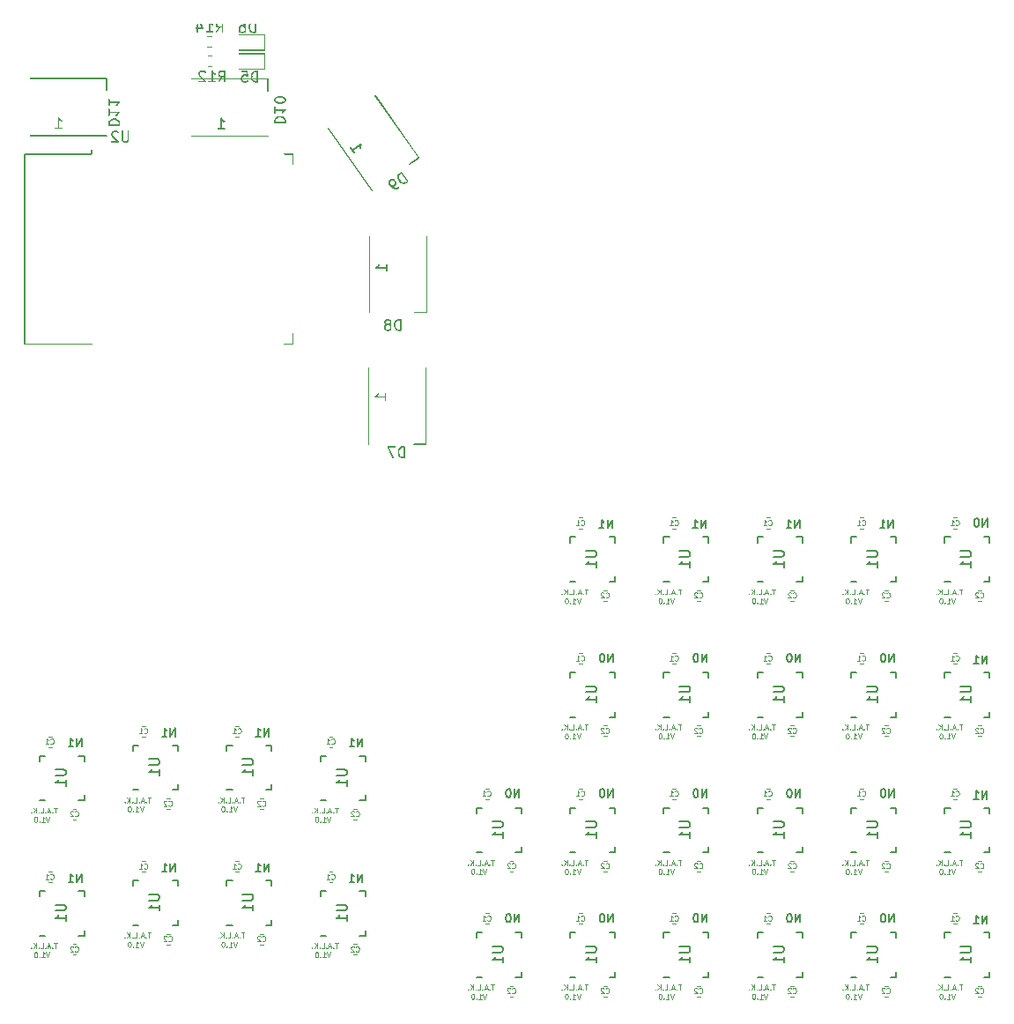
<source format=gbo>
%MOIN*%
%OFA0B0*%
%FSLAX46Y46*%
%IPPOS*%
%LPD*%
%ADD10C,0.005905511811023622*%
%ADD11C,0.004921259842519685*%
%ADD12C,0.0047244094488188976*%
%ADD13C,0.0039370078740157488*%
%ADD14C,0.005905511811023622*%
%ADD15C,0.004921259842519685*%
%ADD16C,0.0047244094488188976*%
%ADD17C,0.0039370078740157488*%
%ADD18C,0.005905511811023622*%
%ADD19C,0.004921259842519685*%
%ADD20C,0.0047244094488188976*%
%ADD21C,0.0039370078740157488*%
%ADD22C,0.005905511811023622*%
%ADD23C,0.004921259842519685*%
%ADD24C,0.0047244094488188976*%
%ADD25C,0.0039370078740157488*%
%ADD26C,0.005905511811023622*%
%ADD27C,0.004921259842519685*%
%ADD28C,0.0047244094488188976*%
%ADD29C,0.0039370078740157488*%
%ADD30C,0.005905511811023622*%
%ADD31C,0.004921259842519685*%
%ADD32C,0.0047244094488188976*%
%ADD33C,0.0039370078740157488*%
%ADD34C,0.005905511811023622*%
%ADD35C,0.004921259842519685*%
%ADD36C,0.0047244094488188976*%
%ADD37C,0.0039370078740157488*%
%ADD38C,0.005905511811023622*%
%ADD39C,0.004921259842519685*%
%ADD40C,0.0047244094488188976*%
%ADD41C,0.0039370078740157488*%
%ADD42C,0.005905511811023622*%
%ADD43C,0.004921259842519685*%
%ADD44C,0.0047244094488188976*%
%ADD45C,0.0039370078740157488*%
%ADD46C,0.005905511811023622*%
%ADD47C,0.004921259842519685*%
%ADD48C,0.0047244094488188976*%
%ADD49C,0.0039370078740157488*%
%ADD50C,0.005905511811023622*%
%ADD51C,0.004921259842519685*%
%ADD52C,0.0047244094488188976*%
%ADD53C,0.0039370078740157488*%
%ADD54C,0.005905511811023622*%
%ADD55C,0.004921259842519685*%
%ADD56C,0.0047244094488188976*%
%ADD57C,0.0039370078740157488*%
%ADD58C,0.005905511811023622*%
%ADD59C,0.004921259842519685*%
%ADD60C,0.0047244094488188976*%
%ADD61C,0.0039370078740157488*%
%ADD62C,0.005905511811023622*%
%ADD63C,0.004921259842519685*%
%ADD64C,0.0047244094488188976*%
%ADD65C,0.0039370078740157488*%
%ADD66C,0.005905511811023622*%
%ADD67C,0.004921259842519685*%
%ADD68C,0.0047244094488188976*%
%ADD69C,0.0039370078740157488*%
%ADD70C,0.005905511811023622*%
%ADD71C,0.004921259842519685*%
%ADD72C,0.0047244094488188976*%
%ADD73C,0.0039370078740157488*%
%ADD74C,0.005905511811023622*%
%ADD75C,0.004921259842519685*%
%ADD76C,0.0047244094488188976*%
%ADD77C,0.0039370078740157488*%
%ADD78C,0.005905511811023622*%
%ADD79C,0.004921259842519685*%
%ADD80C,0.0047244094488188976*%
%ADD81C,0.0039370078740157488*%
%ADD82C,0.005905511811023622*%
%ADD83C,0.004921259842519685*%
%ADD84C,0.0047244094488188976*%
%ADD85C,0.0039370078740157488*%
%ADD86C,0.005905511811023622*%
%ADD87C,0.004921259842519685*%
%ADD88C,0.0047244094488188976*%
%ADD89C,0.0039370078740157488*%
%ADD90C,0.005905511811023622*%
%ADD91C,0.004921259842519685*%
%ADD92C,0.0047244094488188976*%
%ADD93C,0.0039370078740157488*%
%ADD94C,0.005905511811023622*%
%ADD95C,0.004921259842519685*%
%ADD96C,0.0047244094488188976*%
%ADD97C,0.0039370078740157488*%
%ADD98C,0.005905511811023622*%
%ADD99C,0.004921259842519685*%
%ADD100C,0.0047244094488188976*%
%ADD101C,0.0039370078740157488*%
%ADD102C,0.005905511811023622*%
%ADD103C,0.004921259842519685*%
%ADD104C,0.0047244094488188976*%
%ADD105C,0.0039370078740157488*%
%ADD106C,0.005905511811023622*%
%ADD107C,0.004921259842519685*%
%ADD108C,0.0047244094488188976*%
%ADD109C,0.0039370078740157488*%
%ADD110C,0.005905511811023622*%
%ADD111C,0.004921259842519685*%
%ADD112C,0.0047244094488188976*%
%ADD113C,0.0039370078740157488*%
%ADD114C,0.005905511811023622*%
%ADD115C,0.004921259842519685*%
%ADD116C,0.0047244094488188976*%
%ADD117C,0.0039370078740157488*%
%ADD118C,0.005905511811023622*%
%ADD119C,0.004921259842519685*%
%ADD120C,0.0047244094488188976*%
%ADD121C,0.0039370078740157488*%
%ADD122C,0.005905511811023622*%
%ADD123C,0.004921259842519685*%
%ADD124C,0.0047244094488188976*%
%ADD125C,0.0039370078740157488*%
%ADD126C,0.005905511811023622*%
%ADD127C,0.004921259842519685*%
%ADD128C,0.0047244094488188976*%
%ADD129C,0.0039370078740157488*%
G36*
X0001094000Y0003597400D02*
G01*
X0001094700Y0003597600D01*
X0001095300Y0003597900D01*
X0001095900Y0003598400D01*
X0001096200Y0003599100D01*
X0001096300Y0003599799D01*
X0001096300Y0003645100D01*
X0001096200Y0003645800D01*
X0001095900Y0003646500D01*
X0001095300Y0003647000D01*
X0001094700Y0003647300D01*
X0001094000Y0003647399D01*
X0001093200Y0003647300D01*
X0001092600Y0003647000D01*
X0001092000Y0003646500D01*
X0001091700Y0003645800D01*
X0001091600Y0003645100D01*
X0001091600Y0003599799D01*
X0001091700Y0003599100D01*
X0001092000Y0003598400D01*
X0001092600Y0003597900D01*
X0001093200Y0003597600D01*
X0001094000Y0003597400D01*
G37*
G36*
X0001094000Y0003642700D02*
G01*
X0001094700Y0003642800D01*
X0001095300Y0003643200D01*
X0001095900Y0003643700D01*
X0001096200Y0003644300D01*
X0001096300Y0003645100D01*
X0001096200Y0003645800D01*
X0001095900Y0003646500D01*
X0001095300Y0003647000D01*
X0001094700Y0003647300D01*
X0001094000Y0003647399D01*
X0000806600Y0003647399D01*
X0000805800Y0003647300D01*
X0000805200Y0003647000D01*
X0000804600Y0003646500D01*
X0000804300Y0003645800D01*
X0000804200Y0003645100D01*
X0000804300Y0003644300D01*
X0000804600Y0003643700D01*
X0000805200Y0003643200D01*
X0000805800Y0003642800D01*
X0000806600Y0003642700D01*
X0001094000Y0003642700D01*
G37*
G36*
X0001094000Y0003426200D02*
G01*
X0001094700Y0003426300D01*
X0001095300Y0003426600D01*
X0001095900Y0003427200D01*
X0001096200Y0003427800D01*
X0001096300Y0003428500D01*
X0001096200Y0003429300D01*
X0001095900Y0003429900D01*
X0001095300Y0003430500D01*
X0001094700Y0003430800D01*
X0001094000Y0003430900D01*
X0000806600Y0003430900D01*
X0000805800Y0003430800D01*
X0000805200Y0003430500D01*
X0000804600Y0003429900D01*
X0000804300Y0003429300D01*
X0000804200Y0003428500D01*
X0000804300Y0003427800D01*
X0000804600Y0003427200D01*
X0000805200Y0003426600D01*
X0000805800Y0003426300D01*
X0000806600Y0003426200D01*
X0001094000Y0003426200D01*
G37*
G36*
X0000880900Y0003761600D02*
G01*
X0000881600Y0003761699D01*
X0000882300Y0003762100D01*
X0000882800Y0003762600D01*
X0000883100Y0003763200D01*
X0000883300Y0003764000D01*
X0000883100Y0003764700D01*
X0000882800Y0003765400D01*
X0000882300Y0003765900D01*
X0000881600Y0003766200D01*
X0000880900Y0003766299D01*
X0000867400Y0003766299D01*
X0000866700Y0003766200D01*
X0000866000Y0003765900D01*
X0000865500Y0003765400D01*
X0000865200Y0003764700D01*
X0000865000Y0003764000D01*
X0000865200Y0003763200D01*
X0000865500Y0003762600D01*
X0000866000Y0003762100D01*
X0000866700Y0003761699D01*
X0000867400Y0003761600D01*
X0000880900Y0003761600D01*
G37*
G36*
X0000880900Y0003801800D02*
G01*
X0000881600Y0003801900D01*
X0000882300Y0003802200D01*
X0000882800Y0003802699D01*
X0000883100Y0003803400D01*
X0000883300Y0003804100D01*
X0000883100Y0003804900D01*
X0000882800Y0003805500D01*
X0000882300Y0003806000D01*
X0000881600Y0003806400D01*
X0000880900Y0003806500D01*
X0000867400Y0003806500D01*
X0000866700Y0003806400D01*
X0000866000Y0003806000D01*
X0000865500Y0003805500D01*
X0000865200Y0003804900D01*
X0000865000Y0003804100D01*
X0000865200Y0003803400D01*
X0000865500Y0003802699D01*
X0000866000Y0003802200D01*
X0000866700Y0003801900D01*
X0000867400Y0003801800D01*
X0000880900Y0003801800D01*
G37*
G36*
X0001082300Y0003751200D02*
G01*
X0001083100Y0003751300D01*
X0001083700Y0003751600D01*
X0001084300Y0003752200D01*
X0001084600Y0003752800D01*
X0001084700Y0003753500D01*
X0001084600Y0003754299D01*
X0001084300Y0003754900D01*
X0001083700Y0003755500D01*
X0001083100Y0003755800D01*
X0001082300Y0003755900D01*
X0000985500Y0003755900D01*
X0000984800Y0003755800D01*
X0000984100Y0003755500D01*
X0000983600Y0003754900D01*
X0000983200Y0003754299D01*
X0000983100Y0003753500D01*
X0000983200Y0003752800D01*
X0000983600Y0003752200D01*
X0000984100Y0003751600D01*
X0000984800Y0003751300D01*
X0000985500Y0003751200D01*
X0001082300Y0003751200D01*
G37*
G36*
X0001082300Y0003751200D02*
G01*
X0001083100Y0003751300D01*
X0001083700Y0003751600D01*
X0001084300Y0003752200D01*
X0001084600Y0003752800D01*
X0001084700Y0003753500D01*
X0001084700Y0003811400D01*
X0001084600Y0003812100D01*
X0001084300Y0003812800D01*
X0001083700Y0003813300D01*
X0001083100Y0003813700D01*
X0001082300Y0003813800D01*
X0001081600Y0003813700D01*
X0001081000Y0003813300D01*
X0001080400Y0003812800D01*
X0001080100Y0003812100D01*
X0001080000Y0003811400D01*
X0001080000Y0003753500D01*
X0001080100Y0003752800D01*
X0001080400Y0003752200D01*
X0001081000Y0003751600D01*
X0001081600Y0003751300D01*
X0001082300Y0003751200D01*
G37*
G36*
X0001082300Y0003809100D02*
G01*
X0001083100Y0003809200D01*
X0001083700Y0003809500D01*
X0001084300Y0003810000D01*
X0001084600Y0003810700D01*
X0001084700Y0003811400D01*
X0001084600Y0003812100D01*
X0001084300Y0003812800D01*
X0001083700Y0003813300D01*
X0001083100Y0003813700D01*
X0001082300Y0003813800D01*
X0000985500Y0003813800D01*
X0000984800Y0003813700D01*
X0000984100Y0003813300D01*
X0000983600Y0003812800D01*
X0000983200Y0003812100D01*
X0000983100Y0003811400D01*
X0000983200Y0003810700D01*
X0000983600Y0003810000D01*
X0000984100Y0003809500D01*
X0000984800Y0003809200D01*
X0000985500Y0003809100D01*
X0001082300Y0003809100D01*
G37*
G36*
X0001476100Y0002260600D02*
G01*
X0001476799Y0002260700D01*
X0001477500Y0002261000D01*
X0001478000Y0002261600D01*
X0001478400Y0002262200D01*
X0001478500Y0002263000D01*
X0001478500Y0002550400D01*
X0001478400Y0002551100D01*
X0001478000Y0002551700D01*
X0001477500Y0002552300D01*
X0001476799Y0002552600D01*
X0001476100Y0002552700D01*
X0001475400Y0002552600D01*
X0001474700Y0002552300D01*
X0001474200Y0002551700D01*
X0001473900Y0002551100D01*
X0001473800Y0002550400D01*
X0001473800Y0002263000D01*
X0001473900Y0002262200D01*
X0001474200Y0002261600D01*
X0001474700Y0002261000D01*
X0001475400Y0002260700D01*
X0001476100Y0002260600D01*
G37*
G36*
X0001692700Y0002260600D02*
G01*
X0001693400Y0002260700D01*
X0001694000Y0002261000D01*
X0001694600Y0002261600D01*
X0001694900Y0002262200D01*
X0001695000Y0002263000D01*
X0001695000Y0002550400D01*
X0001694900Y0002551100D01*
X0001694600Y0002551700D01*
X0001694000Y0002552300D01*
X0001693400Y0002552600D01*
X0001692700Y0002552700D01*
X0001691900Y0002552600D01*
X0001691299Y0002552300D01*
X0001690699Y0002551700D01*
X0001690400Y0002551100D01*
X0001690300Y0002550400D01*
X0001690300Y0002263000D01*
X0001690400Y0002262200D01*
X0001690699Y0002261600D01*
X0001691299Y0002261000D01*
X0001691900Y0002260700D01*
X0001692700Y0002260600D01*
G37*
G36*
X0001692700Y0002260600D02*
G01*
X0001693400Y0002260700D01*
X0001694000Y0002261000D01*
X0001694600Y0002261600D01*
X0001694900Y0002262200D01*
X0001695000Y0002263000D01*
X0001694900Y0002263700D01*
X0001694600Y0002264300D01*
X0001694000Y0002264900D01*
X0001693400Y0002265200D01*
X0001692700Y0002265300D01*
X0001647400Y0002265300D01*
X0001646600Y0002265200D01*
X0001645999Y0002264900D01*
X0001645500Y0002264300D01*
X0001645100Y0002263700D01*
X0001645000Y0002263000D01*
X0001645100Y0002262200D01*
X0001645500Y0002261600D01*
X0001645999Y0002261000D01*
X0001646600Y0002260700D01*
X0001647400Y0002260600D01*
X0001692700Y0002260600D01*
G37*
G36*
X0001187900Y0003357799D02*
G01*
X0001188700Y0003357900D01*
X0001189300Y0003358199D01*
X0001189800Y0003358700D01*
X0001190200Y0003359400D01*
X0001190300Y0003360100D01*
X0001190200Y0003360800D01*
X0001189800Y0003361500D01*
X0001189300Y0003362000D01*
X0001188700Y0003362400D01*
X0001187900Y0003362499D01*
X0001157200Y0003362499D01*
X0001156500Y0003362400D01*
X0001155800Y0003362000D01*
X0001155300Y0003361500D01*
X0001155000Y0003360800D01*
X0001154900Y0003360100D01*
X0001155000Y0003359400D01*
X0001155300Y0003358700D01*
X0001155800Y0003358199D01*
X0001156500Y0003357900D01*
X0001157200Y0003357799D01*
X0001187900Y0003357799D01*
G37*
G36*
X0001187900Y0003318400D02*
G01*
X0001188700Y0003318500D01*
X0001189300Y0003318800D01*
X0001189800Y0003319400D01*
X0001190200Y0003320000D01*
X0001190300Y0003320700D01*
X0001190300Y0003360100D01*
X0001190200Y0003360800D01*
X0001189800Y0003361500D01*
X0001189300Y0003362000D01*
X0001188700Y0003362400D01*
X0001187900Y0003362499D01*
X0001187200Y0003362400D01*
X0001186500Y0003362000D01*
X0001186000Y0003361500D01*
X0001185700Y0003360800D01*
X0001185600Y0003360100D01*
X0001185600Y0003320700D01*
X0001185700Y0003320000D01*
X0001186000Y0003319400D01*
X0001186500Y0003318800D01*
X0001187200Y0003318500D01*
X0001187900Y0003318400D01*
G37*
G36*
X0001187900Y0002639600D02*
G01*
X0001188700Y0002639800D01*
X0001189300Y0002640100D01*
X0001189800Y0002640600D01*
X0001190200Y0002641300D01*
X0001190300Y0002642000D01*
X0001190200Y0002642700D01*
X0001189800Y0002643400D01*
X0001189300Y0002643900D01*
X0001188700Y0002644300D01*
X0001187900Y0002644400D01*
X0001157200Y0002644400D01*
X0001156500Y0002644300D01*
X0001155800Y0002643900D01*
X0001155300Y0002643400D01*
X0001155000Y0002642700D01*
X0001154900Y0002642000D01*
X0001155000Y0002641300D01*
X0001155300Y0002640600D01*
X0001155800Y0002640100D01*
X0001156500Y0002639800D01*
X0001157200Y0002639600D01*
X0001187900Y0002639600D01*
G37*
G36*
X0001187900Y0002639600D02*
G01*
X0001188700Y0002639800D01*
X0001189300Y0002640100D01*
X0001189800Y0002640600D01*
X0001190200Y0002641300D01*
X0001190300Y0002642000D01*
X0001190300Y0002681400D01*
X0001190200Y0002682099D01*
X0001189800Y0002682800D01*
X0001189300Y0002683300D01*
X0001188700Y0002683600D01*
X0001187900Y0002683700D01*
X0001187200Y0002683600D01*
X0001186500Y0002683300D01*
X0001186000Y0002682800D01*
X0001185700Y0002682099D01*
X0001185600Y0002681400D01*
X0001185600Y0002642000D01*
X0001185700Y0002641300D01*
X0001186000Y0002640600D01*
X0001186500Y0002640100D01*
X0001187200Y0002639800D01*
X0001187900Y0002639600D01*
G37*
G36*
X0000174300Y0002639600D02*
G01*
X0000175100Y0002639800D01*
X0000175700Y0002640100D01*
X0000176300Y0002640600D01*
X0000176600Y0002641300D01*
X0000176700Y0002642000D01*
X0000176700Y0003360100D01*
X0000176600Y0003360800D01*
X0000176300Y0003361500D01*
X0000175700Y0003362000D01*
X0000175100Y0003362400D01*
X0000174300Y0003362499D01*
X0000173600Y0003362400D01*
X0000173000Y0003362000D01*
X0000172399Y0003361500D01*
X0000172100Y0003360800D01*
X0000172000Y0003360100D01*
X0000172000Y0002642000D01*
X0000172100Y0002641300D01*
X0000172399Y0002640600D01*
X0000173000Y0002640100D01*
X0000173600Y0002639800D01*
X0000174300Y0002639600D01*
G37*
G36*
X0000427100Y0002639600D02*
G01*
X0000427800Y0002639800D01*
X0000428500Y0002640100D01*
X0000429000Y0002640600D01*
X0000429400Y0002641300D01*
X0000429500Y0002642000D01*
X0000429400Y0002642700D01*
X0000429000Y0002643400D01*
X0000428500Y0002643900D01*
X0000427800Y0002644300D01*
X0000427100Y0002644400D01*
X0000174300Y0002644400D01*
X0000173600Y0002644300D01*
X0000173000Y0002643900D01*
X0000172399Y0002643400D01*
X0000172100Y0002642700D01*
X0000172000Y0002642000D01*
X0000172100Y0002641300D01*
X0000172399Y0002640600D01*
X0000173000Y0002640100D01*
X0000173600Y0002639800D01*
X0000174300Y0002639600D01*
X0000427100Y0002639600D01*
G37*
G36*
X0000427100Y0003357799D02*
G01*
X0000427800Y0003357900D01*
X0000428500Y0003358199D01*
X0000429000Y0003358700D01*
X0000429400Y0003359400D01*
X0000429500Y0003360100D01*
X0000429400Y0003360800D01*
X0000429000Y0003361500D01*
X0000428500Y0003362000D01*
X0000427800Y0003362400D01*
X0000427100Y0003362499D01*
X0000174300Y0003362499D01*
X0000173600Y0003362400D01*
X0000173000Y0003362000D01*
X0000172399Y0003361500D01*
X0000172100Y0003360800D01*
X0000172000Y0003360100D01*
X0000172100Y0003359400D01*
X0000172399Y0003358700D01*
X0000173000Y0003358199D01*
X0000173600Y0003357900D01*
X0000174300Y0003357799D01*
X0000427100Y0003357799D01*
G37*
G36*
X0000427100Y0003357799D02*
G01*
X0000427800Y0003357900D01*
X0000428500Y0003358199D01*
X0000429000Y0003358700D01*
X0000429400Y0003359400D01*
X0000429500Y0003360100D01*
X0000429500Y0003375100D01*
X0000429400Y0003375800D01*
X0000429000Y0003376500D01*
X0000428500Y0003377000D01*
X0000427800Y0003377300D01*
X0000427100Y0003377400D01*
X0000426400Y0003377300D01*
X0000425700Y0003377000D01*
X0000425200Y0003376500D01*
X0000424900Y0003375800D01*
X0000424700Y0003375100D01*
X0000424700Y0003360100D01*
X0000424900Y0003359400D01*
X0000425200Y0003358700D01*
X0000425700Y0003358199D01*
X0000426400Y0003357900D01*
X0000427100Y0003357799D01*
G37*
G36*
X0001082700Y0003737600D02*
G01*
X0001083400Y0003737800D01*
X0001084000Y0003738100D01*
X0001084600Y0003738600D01*
X0001084900Y0003739300D01*
X0001085000Y0003740000D01*
X0001084900Y0003740700D01*
X0001084600Y0003741400D01*
X0001084000Y0003741900D01*
X0001083400Y0003742200D01*
X0001082700Y0003742400D01*
X0000985800Y0003742400D01*
X0000985100Y0003742200D01*
X0000984400Y0003741900D01*
X0000983900Y0003741400D01*
X0000983600Y0003740700D01*
X0000983400Y0003740000D01*
X0000983600Y0003739300D01*
X0000983900Y0003738600D01*
X0000984400Y0003738100D01*
X0000985100Y0003737800D01*
X0000985800Y0003737600D01*
X0001082700Y0003737600D01*
G37*
G36*
X0001082700Y0003679800D02*
G01*
X0001083400Y0003679900D01*
X0001084000Y0003680200D01*
X0001084600Y0003680700D01*
X0001084900Y0003681400D01*
X0001085000Y0003682100D01*
X0001085000Y0003740000D01*
X0001084900Y0003740700D01*
X0001084600Y0003741400D01*
X0001084000Y0003741900D01*
X0001083400Y0003742200D01*
X0001082700Y0003742400D01*
X0001081900Y0003742200D01*
X0001081300Y0003741900D01*
X0001080700Y0003741400D01*
X0001080400Y0003740700D01*
X0001080300Y0003740000D01*
X0001080300Y0003682100D01*
X0001080400Y0003681400D01*
X0001080700Y0003680700D01*
X0001081300Y0003680200D01*
X0001081900Y0003679900D01*
X0001082700Y0003679800D01*
G37*
G36*
X0001082700Y0003679800D02*
G01*
X0001083400Y0003679900D01*
X0001084000Y0003680200D01*
X0001084600Y0003680700D01*
X0001084900Y0003681400D01*
X0001085000Y0003682100D01*
X0001084900Y0003682900D01*
X0001084600Y0003683500D01*
X0001084000Y0003684000D01*
X0001083400Y0003684400D01*
X0001082700Y0003684500D01*
X0000985800Y0003684500D01*
X0000985100Y0003684400D01*
X0000984400Y0003684000D01*
X0000983900Y0003683500D01*
X0000983600Y0003682900D01*
X0000983400Y0003682100D01*
X0000983600Y0003681400D01*
X0000983900Y0003680700D01*
X0000984400Y0003680200D01*
X0000985100Y0003679900D01*
X0000985800Y0003679800D01*
X0001082700Y0003679800D01*
G37*
G36*
X0000881800Y0003729300D02*
G01*
X0000882600Y0003729400D01*
X0000883200Y0003729800D01*
X0000883800Y0003730299D01*
X0000884100Y0003731000D01*
X0000884200Y0003731700D01*
X0000884100Y0003732400D01*
X0000883800Y0003733100D01*
X0000883200Y0003733600D01*
X0000882600Y0003733900D01*
X0000881800Y0003734100D01*
X0000868400Y0003734100D01*
X0000867600Y0003733900D01*
X0000867000Y0003733600D01*
X0000866400Y0003733100D01*
X0000866100Y0003732400D01*
X0000866000Y0003731700D01*
X0000866100Y0003731000D01*
X0000866400Y0003730299D01*
X0000867000Y0003729800D01*
X0000867600Y0003729400D01*
X0000868400Y0003729300D01*
X0000881800Y0003729300D01*
G37*
G36*
X0000881800Y0003689200D02*
G01*
X0000882600Y0003689299D01*
X0000883200Y0003689600D01*
X0000883800Y0003690100D01*
X0000884100Y0003690800D01*
X0000884200Y0003691500D01*
X0000884100Y0003692300D01*
X0000883800Y0003692900D01*
X0000883200Y0003693400D01*
X0000882600Y0003693800D01*
X0000881800Y0003693899D01*
X0000868400Y0003693899D01*
X0000867600Y0003693800D01*
X0000867000Y0003693400D01*
X0000866400Y0003692900D01*
X0000866100Y0003692300D01*
X0000866000Y0003691500D01*
X0000866100Y0003690800D01*
X0000866400Y0003690100D01*
X0000867000Y0003689600D01*
X0000867600Y0003689299D01*
X0000868400Y0003689200D01*
X0000881800Y0003689200D01*
G37*
G36*
X0001695000Y0002758500D02*
G01*
X0001695700Y0002758600D01*
X0001696400Y0002759000D01*
X0001696899Y0002759500D01*
X0001697299Y0002760100D01*
X0001697400Y0002760900D01*
X0001697299Y0002761600D01*
X0001696899Y0002762300D01*
X0001696400Y0002762800D01*
X0001695700Y0002763100D01*
X0001695000Y0002763200D01*
X0001649700Y0002763200D01*
X0001649000Y0002763100D01*
X0001648400Y0002762800D01*
X0001647800Y0002762300D01*
X0001647500Y0002761600D01*
X0001647400Y0002760900D01*
X0001647500Y0002760100D01*
X0001647800Y0002759500D01*
X0001648400Y0002759000D01*
X0001649000Y0002758600D01*
X0001649700Y0002758500D01*
X0001695000Y0002758500D01*
G37*
G36*
X0001695000Y0002758500D02*
G01*
X0001695700Y0002758600D01*
X0001696400Y0002759000D01*
X0001696899Y0002759500D01*
X0001697299Y0002760100D01*
X0001697400Y0002760900D01*
X0001697400Y0003048300D01*
X0001697299Y0003049000D01*
X0001696899Y0003049700D01*
X0001696400Y0003050200D01*
X0001695700Y0003050500D01*
X0001695000Y0003050600D01*
X0001694300Y0003050500D01*
X0001693600Y0003050200D01*
X0001693100Y0003049700D01*
X0001692800Y0003049000D01*
X0001692700Y0003048300D01*
X0001692700Y0002760900D01*
X0001692800Y0002760100D01*
X0001693100Y0002759500D01*
X0001693600Y0002759000D01*
X0001694300Y0002758600D01*
X0001695000Y0002758500D01*
G37*
G36*
X0001478500Y0002758500D02*
G01*
X0001479200Y0002758600D01*
X0001479900Y0002759000D01*
X0001480400Y0002759500D01*
X0001480700Y0002760100D01*
X0001480800Y0002760900D01*
X0001480800Y0003048300D01*
X0001480700Y0003049000D01*
X0001480400Y0003049700D01*
X0001479900Y0003050200D01*
X0001479200Y0003050500D01*
X0001478500Y0003050600D01*
X0001477800Y0003050500D01*
X0001477100Y0003050200D01*
X0001476599Y0003049700D01*
X0001476199Y0003049000D01*
X0001476100Y0003048300D01*
X0001476100Y0002760900D01*
X0001476199Y0002760100D01*
X0001476599Y0002759500D01*
X0001477100Y0002759000D01*
X0001477800Y0002758600D01*
X0001478500Y0002758500D01*
G37*
G36*
X0000483600Y0003427100D02*
G01*
X0000484300Y0003427200D01*
X0000485000Y0003427500D01*
X0000485500Y0003428100D01*
X0000485800Y0003428700D01*
X0000486000Y0003429400D01*
X0000485800Y0003430199D01*
X0000485500Y0003430800D01*
X0000485000Y0003431399D01*
X0000484300Y0003431700D01*
X0000483600Y0003431800D01*
X0000196200Y0003431800D01*
X0000195500Y0003431700D01*
X0000194800Y0003431399D01*
X0000194300Y0003430800D01*
X0000194000Y0003430199D01*
X0000193800Y0003429400D01*
X0000194000Y0003428700D01*
X0000194300Y0003428100D01*
X0000194800Y0003427500D01*
X0000195500Y0003427200D01*
X0000196200Y0003427100D01*
X0000483600Y0003427100D01*
G37*
G36*
X0000483600Y0003643600D02*
G01*
X0000484300Y0003643700D01*
X0000485000Y0003644100D01*
X0000485500Y0003644600D01*
X0000485800Y0003645300D01*
X0000486000Y0003646000D01*
X0000485800Y0003646700D01*
X0000485500Y0003647399D01*
X0000485000Y0003647900D01*
X0000484300Y0003648199D01*
X0000483600Y0003648300D01*
X0000196200Y0003648300D01*
X0000195500Y0003648199D01*
X0000194800Y0003647900D01*
X0000194300Y0003647399D01*
X0000194000Y0003646700D01*
X0000193800Y0003646000D01*
X0000194000Y0003645300D01*
X0000194300Y0003644600D01*
X0000194800Y0003644100D01*
X0000195500Y0003643700D01*
X0000196200Y0003643600D01*
X0000483600Y0003643600D01*
G37*
G36*
X0000483600Y0003598300D02*
G01*
X0000484300Y0003598500D01*
X0000485000Y0003598800D01*
X0000485500Y0003599300D01*
X0000485800Y0003600000D01*
X0000486000Y0003600700D01*
X0000486000Y0003646000D01*
X0000485800Y0003646700D01*
X0000485500Y0003647399D01*
X0000485000Y0003647900D01*
X0000484300Y0003648199D01*
X0000483600Y0003648300D01*
X0000482900Y0003648199D01*
X0000482200Y0003647900D01*
X0000481700Y0003647399D01*
X0000481400Y0003646700D01*
X0000481200Y0003646000D01*
X0000481200Y0003600700D01*
X0000481400Y0003600000D01*
X0000481700Y0003599300D01*
X0000482200Y0003598800D01*
X0000482900Y0003598500D01*
X0000483600Y0003598300D01*
G37*
G36*
X0001487999Y0003220000D02*
G01*
X0001488700Y0003220100D01*
X0001489400Y0003220500D01*
X0001489900Y0003221000D01*
X0001490300Y0003221700D01*
X0001490400Y0003222400D01*
X0001490300Y0003223100D01*
X0001489900Y0003223800D01*
X0001325100Y0003459200D01*
X0001324500Y0003459700D01*
X0001323900Y0003460100D01*
X0001323200Y0003460200D01*
X0001322400Y0003460100D01*
X0001321800Y0003459700D01*
X0001321200Y0003459200D01*
X0001320900Y0003458499D01*
X0001320800Y0003457800D01*
X0001320900Y0003457100D01*
X0001321200Y0003456400D01*
X0001486100Y0003221000D01*
X0001486600Y0003220500D01*
X0001487300Y0003220100D01*
X0001487999Y0003220000D01*
G37*
G36*
X0001665400Y0003344200D02*
G01*
X0001666100Y0003344300D01*
X0001666800Y0003344700D01*
X0001667300Y0003345200D01*
X0001667600Y0003345900D01*
X0001667700Y0003346600D01*
X0001667600Y0003347300D01*
X0001667300Y0003348000D01*
X0001502400Y0003583400D01*
X0001501900Y0003583900D01*
X0001501300Y0003584300D01*
X0001500500Y0003584400D01*
X0001499800Y0003584300D01*
X0001499100Y0003583900D01*
X0001498600Y0003583400D01*
X0001498300Y0003582700D01*
X0001498200Y0003582000D01*
X0001498300Y0003581300D01*
X0001498600Y0003580600D01*
X0001663500Y0003345200D01*
X0001664000Y0003344700D01*
X0001664700Y0003344300D01*
X0001665400Y0003344200D01*
G37*
G36*
X0001628300Y0003318300D02*
G01*
X0001629000Y0003318400D01*
X0001629700Y0003318700D01*
X0001666800Y0003344700D01*
X0001667300Y0003345200D01*
X0001667600Y0003345900D01*
X0001667700Y0003346600D01*
X0001667600Y0003347300D01*
X0001667300Y0003348000D01*
X0001666800Y0003348499D01*
X0001666100Y0003348800D01*
X0001665400Y0003349000D01*
X0001664700Y0003348800D01*
X0001664000Y0003348499D01*
X0001626900Y0003322500D01*
X0001626400Y0003322000D01*
X0001626000Y0003321399D01*
X0001625900Y0003320600D01*
X0001626000Y0003319900D01*
X0001626400Y0003319200D01*
X0001626900Y0003318700D01*
X0001627600Y0003318400D01*
X0001628300Y0003318300D01*
G37*
G36*
X0001159900Y0003475900D02*
G01*
X0001160800Y0003476000D01*
X0001161700Y0003476400D01*
X0001162300Y0003477100D01*
X0001162700Y0003477900D01*
X0001162900Y0003478800D01*
X0001162700Y0003479700D01*
X0001162300Y0003480500D01*
X0001161700Y0003481200D01*
X0001160800Y0003481600D01*
X0001159900Y0003481800D01*
X0001120600Y0003481800D01*
X0001119600Y0003481600D01*
X0001118800Y0003481200D01*
X0001118200Y0003480500D01*
X0001117700Y0003479700D01*
X0001117600Y0003478800D01*
X0001117700Y0003477900D01*
X0001118200Y0003477100D01*
X0001118800Y0003476400D01*
X0001119600Y0003476000D01*
X0001120600Y0003475900D01*
X0001159900Y0003475900D01*
G37*
G36*
X0001159900Y0003475900D02*
G01*
X0001160800Y0003476000D01*
X0001161700Y0003476400D01*
X0001162300Y0003477100D01*
X0001162700Y0003477900D01*
X0001162900Y0003478800D01*
X0001162900Y0003488200D01*
X0001162700Y0003489100D01*
X0001162300Y0003489900D01*
X0001161700Y0003490599D01*
X0001160800Y0003490999D01*
X0001159900Y0003491100D01*
X0001159000Y0003490999D01*
X0001158200Y0003490599D01*
X0001157500Y0003489900D01*
X0001157100Y0003489100D01*
X0001157000Y0003488200D01*
X0001157000Y0003478800D01*
X0001157100Y0003477900D01*
X0001157500Y0003477100D01*
X0001158200Y0003476400D01*
X0001159000Y0003476000D01*
X0001159900Y0003475900D01*
G37*
G36*
X0001159900Y0003485200D02*
G01*
X0001160800Y0003485400D01*
X0001161700Y0003485800D01*
X0001162300Y0003486400D01*
X0001162700Y0003487300D01*
X0001162900Y0003488200D01*
X0001162700Y0003489100D01*
X0001160900Y0003494700D01*
X0001160400Y0003495500D01*
X0001159800Y0003496200D01*
X0001159000Y0003496600D01*
X0001158000Y0003496800D01*
X0001157100Y0003496600D01*
X0001156300Y0003496200D01*
X0001155700Y0003495500D01*
X0001155200Y0003494700D01*
X0001155100Y0003493800D01*
X0001155200Y0003492900D01*
X0001157100Y0003487300D01*
X0001157500Y0003486400D01*
X0001158200Y0003485800D01*
X0001159000Y0003485400D01*
X0001159900Y0003485200D01*
G37*
G36*
X0001158000Y0003490900D02*
G01*
X0001159000Y0003490999D01*
X0001159800Y0003491399D01*
X0001160400Y0003492100D01*
X0001160900Y0003492900D01*
X0001161000Y0003493800D01*
X0001160900Y0003494700D01*
X0001160400Y0003495500D01*
X0001156000Y0003499900D01*
X0001155200Y0003500400D01*
X0001154300Y0003500500D01*
X0001153400Y0003500400D01*
X0001152600Y0003499900D01*
X0001151900Y0003499300D01*
X0001151500Y0003498500D01*
X0001151300Y0003497600D01*
X0001151500Y0003496600D01*
X0001151900Y0003495800D01*
X0001152600Y0003495200D01*
X0001156300Y0003491399D01*
X0001157100Y0003490999D01*
X0001158000Y0003490900D01*
G37*
G36*
X0001154300Y0003494600D02*
G01*
X0001155200Y0003494700D01*
X0001156000Y0003495200D01*
X0001156700Y0003495800D01*
X0001157100Y0003496600D01*
X0001157300Y0003497600D01*
X0001157100Y0003498500D01*
X0001156700Y0003499300D01*
X0001156000Y0003499900D01*
X0001155200Y0003500400D01*
X0001151500Y0003502199D01*
X0001150600Y0003502400D01*
X0001149600Y0003502199D01*
X0001148800Y0003501800D01*
X0001148200Y0003501200D01*
X0001147700Y0003500300D01*
X0001147600Y0003499400D01*
X0001147700Y0003498500D01*
X0001148200Y0003497700D01*
X0001148800Y0003497000D01*
X0001149600Y0003496600D01*
X0001153400Y0003494700D01*
X0001154300Y0003494600D01*
G37*
G36*
X0001150600Y0003496500D02*
G01*
X0001151500Y0003496600D01*
X0001152300Y0003497000D01*
X0001152900Y0003497700D01*
X0001153400Y0003498500D01*
X0001153500Y0003499400D01*
X0001153400Y0003500300D01*
X0001152900Y0003501200D01*
X0001152300Y0003501800D01*
X0001151500Y0003502199D01*
X0001144000Y0003504100D01*
X0001143100Y0003504300D01*
X0001142100Y0003504100D01*
X0001141300Y0003503700D01*
X0001140700Y0003502999D01*
X0001140200Y0003502199D01*
X0001140100Y0003501300D01*
X0001140200Y0003500400D01*
X0001140700Y0003499600D01*
X0001141300Y0003498900D01*
X0001142100Y0003498500D01*
X0001149600Y0003496600D01*
X0001150600Y0003496500D01*
G37*
G36*
X0001143100Y0003498400D02*
G01*
X0001144000Y0003498500D01*
X0001144800Y0003498900D01*
X0001145400Y0003499600D01*
X0001145900Y0003500400D01*
X0001146000Y0003501300D01*
X0001145900Y0003502199D01*
X0001145400Y0003502999D01*
X0001144800Y0003503700D01*
X0001144000Y0003504100D01*
X0001143100Y0003504300D01*
X0001137400Y0003504300D01*
X0001136500Y0003504100D01*
X0001135700Y0003503700D01*
X0001135000Y0003502999D01*
X0001134600Y0003502199D01*
X0001134500Y0003501300D01*
X0001134600Y0003500400D01*
X0001135000Y0003499600D01*
X0001135700Y0003498900D01*
X0001136500Y0003498500D01*
X0001137400Y0003498400D01*
X0001143100Y0003498400D01*
G37*
G36*
X0001129900Y0003496500D02*
G01*
X0001130800Y0003496600D01*
X0001138300Y0003498500D01*
X0001139200Y0003498900D01*
X0001139800Y0003499600D01*
X0001140200Y0003500400D01*
X0001140400Y0003501300D01*
X0001140200Y0003502199D01*
X0001139800Y0003502999D01*
X0001139200Y0003503700D01*
X0001138300Y0003504100D01*
X0001137400Y0003504300D01*
X0001136500Y0003504100D01*
X0001129000Y0003502199D01*
X0001128200Y0003501800D01*
X0001127500Y0003501200D01*
X0001127100Y0003500300D01*
X0001127000Y0003499400D01*
X0001127100Y0003498500D01*
X0001127500Y0003497700D01*
X0001128200Y0003497000D01*
X0001129000Y0003496600D01*
X0001129900Y0003496500D01*
G37*
G36*
X0001126200Y0003494600D02*
G01*
X0001127100Y0003494700D01*
X0001130800Y0003496600D01*
X0001131700Y0003497000D01*
X0001132300Y0003497700D01*
X0001132700Y0003498500D01*
X0001132900Y0003499400D01*
X0001132700Y0003500300D01*
X0001132300Y0003501200D01*
X0001131700Y0003501800D01*
X0001130800Y0003502199D01*
X0001129900Y0003502400D01*
X0001129000Y0003502199D01*
X0001125300Y0003500400D01*
X0001124400Y0003499900D01*
X0001123800Y0003499300D01*
X0001123400Y0003498500D01*
X0001123200Y0003497600D01*
X0001123400Y0003496600D01*
X0001123800Y0003495800D01*
X0001124400Y0003495200D01*
X0001125300Y0003494700D01*
X0001126200Y0003494600D01*
G37*
G36*
X0001122400Y0003490900D02*
G01*
X0001123300Y0003490999D01*
X0001124200Y0003491399D01*
X0001128600Y0003495800D01*
X0001129000Y0003496600D01*
X0001129100Y0003497600D01*
X0001129000Y0003498500D01*
X0001128600Y0003499300D01*
X0001127900Y0003499900D01*
X0001127100Y0003500400D01*
X0001126200Y0003500500D01*
X0001125300Y0003500400D01*
X0001124400Y0003499900D01*
X0001120000Y0003495500D01*
X0001119600Y0003494700D01*
X0001119500Y0003493800D01*
X0001119600Y0003492900D01*
X0001120000Y0003492100D01*
X0001120700Y0003491399D01*
X0001121500Y0003490999D01*
X0001122400Y0003490900D01*
G37*
G36*
X0001120600Y0003485200D02*
G01*
X0001121500Y0003485400D01*
X0001122300Y0003485800D01*
X0001122900Y0003486400D01*
X0001123400Y0003487300D01*
X0001125200Y0003492900D01*
X0001125400Y0003493800D01*
X0001125200Y0003494700D01*
X0001124800Y0003495500D01*
X0001124200Y0003496200D01*
X0001123300Y0003496600D01*
X0001122400Y0003496800D01*
X0001121500Y0003496600D01*
X0001120700Y0003496200D01*
X0001120000Y0003495500D01*
X0001119600Y0003494700D01*
X0001117700Y0003489100D01*
X0001117600Y0003488200D01*
X0001117700Y0003487300D01*
X0001118200Y0003486400D01*
X0001118800Y0003485800D01*
X0001119600Y0003485400D01*
X0001120600Y0003485200D01*
G37*
G36*
X0001120600Y0003475900D02*
G01*
X0001121500Y0003476000D01*
X0001122300Y0003476400D01*
X0001122900Y0003477100D01*
X0001123400Y0003477900D01*
X0001123500Y0003478800D01*
X0001123500Y0003488200D01*
X0001123400Y0003489100D01*
X0001122900Y0003489900D01*
X0001122300Y0003490599D01*
X0001121500Y0003490999D01*
X0001120600Y0003491100D01*
X0001119600Y0003490999D01*
X0001118800Y0003490599D01*
X0001118200Y0003489900D01*
X0001117700Y0003489100D01*
X0001117600Y0003488200D01*
X0001117600Y0003478800D01*
X0001117700Y0003477900D01*
X0001118200Y0003477100D01*
X0001118800Y0003476400D01*
X0001119600Y0003476000D01*
X0001120600Y0003475900D01*
G37*
G36*
X0001120600Y0003513400D02*
G01*
X0001121500Y0003513500D01*
X0001122300Y0003513900D01*
X0001122900Y0003514599D01*
X0001123400Y0003515399D01*
X0001123500Y0003516300D01*
X0001123500Y0003538800D01*
X0001123400Y0003539700D01*
X0001122900Y0003540500D01*
X0001122300Y0003541200D01*
X0001121500Y0003541600D01*
X0001120600Y0003541800D01*
X0001119600Y0003541600D01*
X0001118800Y0003541200D01*
X0001118200Y0003540500D01*
X0001117700Y0003539700D01*
X0001117600Y0003538800D01*
X0001117600Y0003516300D01*
X0001117700Y0003515399D01*
X0001118200Y0003514599D01*
X0001118800Y0003513900D01*
X0001119600Y0003513500D01*
X0001120600Y0003513400D01*
G37*
G36*
X0001159900Y0003524600D02*
G01*
X0001160800Y0003524700D01*
X0001161700Y0003525200D01*
X0001162300Y0003525800D01*
X0001162700Y0003526599D01*
X0001162900Y0003527600D01*
X0001162700Y0003528500D01*
X0001162300Y0003529300D01*
X0001161700Y0003529900D01*
X0001160800Y0003530400D01*
X0001159900Y0003530499D01*
X0001120600Y0003530499D01*
X0001119600Y0003530400D01*
X0001118800Y0003529900D01*
X0001118200Y0003529300D01*
X0001117700Y0003528500D01*
X0001117600Y0003527600D01*
X0001117700Y0003526599D01*
X0001118200Y0003525800D01*
X0001118800Y0003525200D01*
X0001119600Y0003524700D01*
X0001120600Y0003524600D01*
X0001159900Y0003524600D01*
G37*
G36*
X0001154300Y0003520900D02*
G01*
X0001155200Y0003521000D01*
X0001156000Y0003521400D01*
X0001161700Y0003525200D01*
X0001162300Y0003525800D01*
X0001162700Y0003526599D01*
X0001162900Y0003527600D01*
X0001162700Y0003528500D01*
X0001162300Y0003529300D01*
X0001161700Y0003529900D01*
X0001160800Y0003530400D01*
X0001159900Y0003530499D01*
X0001159000Y0003530400D01*
X0001158200Y0003529900D01*
X0001152600Y0003526200D01*
X0001151900Y0003525500D01*
X0001151500Y0003524700D01*
X0001151300Y0003523800D01*
X0001151500Y0003522900D01*
X0001151900Y0003522100D01*
X0001152600Y0003521400D01*
X0001153400Y0003521000D01*
X0001154300Y0003520900D01*
G37*
G36*
X0001150600Y0003517100D02*
G01*
X0001151500Y0003517200D01*
X0001152300Y0003517700D01*
X0001156700Y0003522100D01*
X0001157100Y0003522900D01*
X0001157300Y0003523800D01*
X0001157100Y0003524700D01*
X0001156700Y0003525500D01*
X0001156000Y0003526200D01*
X0001155200Y0003526599D01*
X0001154300Y0003526800D01*
X0001153400Y0003526599D01*
X0001152600Y0003526200D01*
X0001151900Y0003525500D01*
X0001148800Y0003522400D01*
X0001148200Y0003521800D01*
X0001147700Y0003521000D01*
X0001147600Y0003520099D01*
X0001147700Y0003519100D01*
X0001148200Y0003518300D01*
X0001148800Y0003517700D01*
X0001149600Y0003517200D01*
X0001150600Y0003517100D01*
G37*
G36*
X0001148700Y0003513400D02*
G01*
X0001149600Y0003513500D01*
X0001150400Y0003513900D01*
X0001151100Y0003514599D01*
X0001151500Y0003515399D01*
X0001153300Y0003519100D01*
X0001153400Y0003519100D01*
X0001153500Y0003520099D01*
X0001153400Y0003521000D01*
X0001152900Y0003521800D01*
X0001152300Y0003522400D01*
X0001151500Y0003522900D01*
X0001150600Y0003523000D01*
X0001149600Y0003522900D01*
X0001148800Y0003522400D01*
X0001148200Y0003521800D01*
X0001147700Y0003521000D01*
X0001145900Y0003517200D01*
X0001145700Y0003516300D01*
X0001145900Y0003515399D01*
X0001146300Y0003514599D01*
X0001146900Y0003513900D01*
X0001147800Y0003513500D01*
X0001148700Y0003513400D01*
G37*
G36*
X0001159900Y0003560200D02*
G01*
X0001160800Y0003560400D01*
X0001161700Y0003560800D01*
X0001162300Y0003561400D01*
X0001162700Y0003562300D01*
X0001162900Y0003563200D01*
X0001162900Y0003566899D01*
X0001162700Y0003567800D01*
X0001162300Y0003568700D01*
X0001161700Y0003569300D01*
X0001160800Y0003569700D01*
X0001159900Y0003569900D01*
X0001159000Y0003569700D01*
X0001158200Y0003569300D01*
X0001157500Y0003568700D01*
X0001157100Y0003567800D01*
X0001157000Y0003566899D01*
X0001157000Y0003563200D01*
X0001157100Y0003562300D01*
X0001157500Y0003561400D01*
X0001158200Y0003560800D01*
X0001159000Y0003560400D01*
X0001159900Y0003560200D01*
G37*
G36*
X0001159900Y0003564000D02*
G01*
X0001160800Y0003564100D01*
X0001161700Y0003564500D01*
X0001162300Y0003565200D01*
X0001162700Y0003566000D01*
X0001162900Y0003566899D01*
X0001162700Y0003567800D01*
X0001160900Y0003571600D01*
X0001160400Y0003572400D01*
X0001159800Y0003573100D01*
X0001159000Y0003573500D01*
X0001158000Y0003573600D01*
X0001157100Y0003573500D01*
X0001156300Y0003573100D01*
X0001155700Y0003572400D01*
X0001155200Y0003571600D01*
X0001155100Y0003570700D01*
X0001155200Y0003569800D01*
X0001157100Y0003566000D01*
X0001157500Y0003565200D01*
X0001158200Y0003564500D01*
X0001159000Y0003564100D01*
X0001159900Y0003564000D01*
G37*
G36*
X0001158000Y0003567699D02*
G01*
X0001159000Y0003567900D01*
X0001159800Y0003568300D01*
X0001160400Y0003568900D01*
X0001160900Y0003569800D01*
X0001161000Y0003570700D01*
X0001160900Y0003571600D01*
X0001160400Y0003572400D01*
X0001157900Y0003574900D01*
X0001157100Y0003575399D01*
X0001156200Y0003575500D01*
X0001155300Y0003575399D01*
X0001154400Y0003574900D01*
X0001153800Y0003574300D01*
X0001153400Y0003573500D01*
X0001153200Y0003572500D01*
X0001153400Y0003571600D01*
X0001153800Y0003570800D01*
X0001156300Y0003568300D01*
X0001157100Y0003567900D01*
X0001158000Y0003567699D01*
G37*
G36*
X0001156200Y0003569600D02*
G01*
X0001157100Y0003569700D01*
X0001157900Y0003570200D01*
X0001158600Y0003570800D01*
X0001159000Y0003571600D01*
X0001159100Y0003572500D01*
X0001159000Y0003573500D01*
X0001158600Y0003574300D01*
X0001157900Y0003574900D01*
X0001157100Y0003575399D01*
X0001153300Y0003577200D01*
X0001152400Y0003577399D01*
X0001151500Y0003577200D01*
X0001150700Y0003576800D01*
X0001150000Y0003576199D01*
X0001149600Y0003575300D01*
X0001149500Y0003574400D01*
X0001149600Y0003573500D01*
X0001150000Y0003572699D01*
X0001150700Y0003572000D01*
X0001151500Y0003571600D01*
X0001155300Y0003569700D01*
X0001156200Y0003569600D01*
G37*
G36*
X0001152400Y0003571500D02*
G01*
X0001153300Y0003571600D01*
X0001154200Y0003572000D01*
X0001154800Y0003572699D01*
X0001155200Y0003573500D01*
X0001155400Y0003574400D01*
X0001155200Y0003575300D01*
X0001154800Y0003576199D01*
X0001154200Y0003576800D01*
X0001153300Y0003577200D01*
X0001145800Y0003579100D01*
X0001144900Y0003579200D01*
X0001144000Y0003579100D01*
X0001143200Y0003578700D01*
X0001142500Y0003578000D01*
X0001142100Y0003577200D01*
X0001142000Y0003576300D01*
X0001142100Y0003575399D01*
X0001142500Y0003574600D01*
X0001143200Y0003573900D01*
X0001144000Y0003573500D01*
X0001151500Y0003571600D01*
X0001152400Y0003571500D01*
G37*
G36*
X0001144900Y0003573300D02*
G01*
X0001145800Y0003573500D01*
X0001146700Y0003573900D01*
X0001147300Y0003574600D01*
X0001147700Y0003575399D01*
X0001147900Y0003576300D01*
X0001147700Y0003577200D01*
X0001147300Y0003578000D01*
X0001146700Y0003578700D01*
X0001145800Y0003579100D01*
X0001144900Y0003579200D01*
X0001135600Y0003579200D01*
X0001134600Y0003579100D01*
X0001133800Y0003578700D01*
X0001133200Y0003578000D01*
X0001132700Y0003577200D01*
X0001132600Y0003576300D01*
X0001132700Y0003575399D01*
X0001133200Y0003574600D01*
X0001133800Y0003573900D01*
X0001134600Y0003573500D01*
X0001135600Y0003573300D01*
X0001144900Y0003573300D01*
G37*
G36*
X0001128100Y0003571500D02*
G01*
X0001129000Y0003571600D01*
X0001136500Y0003573500D01*
X0001137300Y0003573900D01*
X0001137900Y0003574600D01*
X0001138400Y0003575399D01*
X0001138500Y0003576300D01*
X0001138400Y0003577200D01*
X0001137900Y0003578000D01*
X0001137300Y0003578700D01*
X0001136500Y0003579100D01*
X0001135600Y0003579200D01*
X0001134600Y0003579100D01*
X0001127100Y0003577200D01*
X0001126300Y0003576800D01*
X0001125700Y0003576199D01*
X0001125200Y0003575300D01*
X0001125100Y0003574400D01*
X0001125200Y0003573500D01*
X0001125700Y0003572699D01*
X0001126300Y0003572000D01*
X0001127100Y0003571600D01*
X0001128100Y0003571500D01*
G37*
G36*
X0001124300Y0003569600D02*
G01*
X0001125200Y0003569700D01*
X0001129000Y0003571600D01*
X0001129800Y0003572000D01*
X0001130400Y0003572699D01*
X0001130900Y0003573500D01*
X0001131000Y0003574400D01*
X0001130900Y0003575300D01*
X0001130400Y0003576199D01*
X0001129800Y0003576800D01*
X0001129000Y0003577200D01*
X0001128100Y0003577399D01*
X0001127100Y0003577200D01*
X0001123400Y0003575399D01*
X0001122600Y0003574900D01*
X0001121900Y0003574300D01*
X0001121500Y0003573500D01*
X0001121400Y0003572500D01*
X0001121500Y0003571600D01*
X0001121900Y0003570800D01*
X0001122600Y0003570200D01*
X0001123400Y0003569700D01*
X0001124300Y0003569600D01*
G37*
G36*
X0001122400Y0003567699D02*
G01*
X0001123300Y0003567900D01*
X0001124200Y0003568300D01*
X0001126700Y0003570800D01*
X0001127100Y0003571600D01*
X0001127300Y0003572500D01*
X0001127100Y0003573500D01*
X0001126700Y0003574300D01*
X0001126000Y0003574900D01*
X0001125200Y0003575399D01*
X0001124300Y0003575500D01*
X0001123400Y0003575399D01*
X0001122600Y0003574900D01*
X0001120000Y0003572400D01*
X0001119600Y0003571600D01*
X0001119500Y0003570700D01*
X0001119600Y0003569800D01*
X0001120000Y0003568900D01*
X0001120700Y0003568300D01*
X0001121500Y0003567900D01*
X0001122400Y0003567699D01*
G37*
G36*
X0001120600Y0003564000D02*
G01*
X0001121500Y0003564100D01*
X0001122300Y0003564500D01*
X0001122900Y0003565200D01*
X0001123400Y0003566000D01*
X0001125200Y0003569700D01*
X0001125200Y0003569800D01*
X0001125400Y0003570700D01*
X0001125200Y0003571600D01*
X0001124800Y0003572400D01*
X0001124200Y0003573100D01*
X0001123300Y0003573500D01*
X0001122400Y0003573600D01*
X0001121500Y0003573500D01*
X0001120700Y0003573100D01*
X0001120000Y0003572400D01*
X0001119600Y0003571600D01*
X0001117700Y0003567800D01*
X0001117600Y0003566899D01*
X0001117700Y0003566000D01*
X0001118200Y0003565200D01*
X0001118800Y0003564500D01*
X0001119600Y0003564100D01*
X0001120600Y0003564000D01*
G37*
G36*
X0001120600Y0003560200D02*
G01*
X0001121500Y0003560400D01*
X0001122300Y0003560800D01*
X0001122900Y0003561400D01*
X0001123400Y0003562300D01*
X0001123500Y0003563200D01*
X0001123500Y0003566899D01*
X0001123400Y0003567800D01*
X0001122900Y0003568700D01*
X0001122300Y0003569300D01*
X0001121500Y0003569700D01*
X0001120600Y0003569900D01*
X0001119600Y0003569700D01*
X0001118800Y0003569300D01*
X0001118200Y0003568700D01*
X0001117700Y0003567800D01*
X0001117600Y0003566899D01*
X0001117600Y0003563200D01*
X0001117700Y0003562300D01*
X0001118200Y0003561400D01*
X0001118800Y0003560800D01*
X0001119600Y0003560400D01*
X0001120600Y0003560200D01*
G37*
G36*
X0001122400Y0003556500D02*
G01*
X0001123300Y0003556600D01*
X0001124200Y0003557000D01*
X0001124800Y0003557700D01*
X0001125200Y0003558500D01*
X0001125400Y0003559400D01*
X0001125200Y0003560300D01*
X0001123400Y0003564100D01*
X0001122900Y0003564900D01*
X0001122300Y0003565600D01*
X0001121500Y0003566000D01*
X0001120600Y0003566100D01*
X0001119600Y0003566000D01*
X0001118800Y0003565600D01*
X0001118200Y0003564900D01*
X0001117700Y0003564100D01*
X0001117600Y0003563200D01*
X0001117700Y0003562300D01*
X0001117800Y0003562200D01*
X0001119600Y0003558500D01*
X0001120000Y0003557700D01*
X0001120700Y0003557000D01*
X0001121500Y0003556600D01*
X0001122400Y0003556500D01*
G37*
G36*
X0001124300Y0003554600D02*
G01*
X0001125200Y0003554700D01*
X0001126000Y0003555200D01*
X0001126700Y0003555800D01*
X0001127100Y0003556600D01*
X0001127300Y0003557500D01*
X0001127100Y0003558500D01*
X0001126700Y0003559300D01*
X0001126000Y0003559900D01*
X0001126000Y0003559900D01*
X0001124800Y0003561200D01*
X0001124200Y0003561800D01*
X0001123300Y0003562200D01*
X0001122400Y0003562400D01*
X0001121500Y0003562200D01*
X0001120700Y0003561800D01*
X0001120000Y0003561200D01*
X0001119600Y0003560300D01*
X0001119500Y0003559400D01*
X0001119600Y0003558500D01*
X0001120000Y0003557700D01*
X0001120700Y0003557000D01*
X0001121900Y0003555800D01*
X0001122600Y0003555200D01*
X0001123400Y0003554700D01*
X0001124300Y0003554600D01*
G37*
G36*
X0001128100Y0003552700D02*
G01*
X0001129000Y0003552900D01*
X0001129800Y0003553300D01*
X0001130400Y0003553900D01*
X0001130900Y0003554800D01*
X0001131000Y0003555699D01*
X0001130900Y0003556600D01*
X0001130400Y0003557400D01*
X0001129800Y0003558100D01*
X0001129000Y0003558500D01*
X0001125200Y0003560400D01*
X0001124300Y0003560500D01*
X0001123400Y0003560400D01*
X0001122600Y0003559900D01*
X0001121900Y0003559300D01*
X0001121500Y0003558500D01*
X0001121400Y0003557500D01*
X0001121500Y0003556600D01*
X0001121900Y0003555800D01*
X0001122600Y0003555200D01*
X0001123400Y0003554700D01*
X0001127100Y0003552900D01*
X0001128100Y0003552700D01*
G37*
G36*
X0001135600Y0003550800D02*
G01*
X0001136500Y0003550999D01*
X0001137300Y0003551399D01*
X0001137900Y0003552100D01*
X0001138400Y0003552900D01*
X0001138500Y0003553800D01*
X0001138400Y0003554700D01*
X0001137900Y0003555500D01*
X0001137300Y0003556200D01*
X0001136500Y0003556600D01*
X0001129000Y0003558500D01*
X0001128100Y0003558600D01*
X0001127100Y0003558500D01*
X0001126300Y0003558100D01*
X0001125700Y0003557400D01*
X0001125200Y0003556600D01*
X0001125100Y0003555699D01*
X0001125200Y0003554800D01*
X0001125700Y0003553900D01*
X0001126300Y0003553300D01*
X0001127100Y0003552900D01*
X0001134600Y0003550999D01*
X0001135600Y0003550800D01*
G37*
G36*
X0001144900Y0003550800D02*
G01*
X0001145800Y0003550999D01*
X0001146700Y0003551399D01*
X0001147300Y0003552100D01*
X0001147700Y0003552900D01*
X0001147900Y0003553800D01*
X0001147700Y0003554700D01*
X0001147300Y0003555500D01*
X0001146700Y0003556200D01*
X0001145800Y0003556600D01*
X0001144900Y0003556800D01*
X0001135600Y0003556800D01*
X0001134600Y0003556600D01*
X0001133800Y0003556200D01*
X0001133200Y0003555500D01*
X0001132700Y0003554700D01*
X0001132600Y0003553800D01*
X0001132700Y0003552900D01*
X0001133200Y0003552100D01*
X0001133800Y0003551399D01*
X0001134600Y0003550999D01*
X0001135600Y0003550800D01*
X0001144900Y0003550800D01*
G37*
G36*
X0001144900Y0003550800D02*
G01*
X0001145800Y0003550999D01*
X0001153300Y0003552900D01*
X0001154200Y0003553300D01*
X0001154800Y0003553900D01*
X0001155200Y0003554800D01*
X0001155400Y0003555699D01*
X0001155200Y0003556600D01*
X0001154800Y0003557400D01*
X0001154200Y0003558100D01*
X0001153300Y0003558500D01*
X0001152400Y0003558600D01*
X0001151500Y0003558500D01*
X0001144000Y0003556600D01*
X0001143200Y0003556200D01*
X0001142500Y0003555500D01*
X0001142100Y0003554700D01*
X0001142000Y0003553800D01*
X0001142100Y0003552900D01*
X0001142500Y0003552100D01*
X0001143200Y0003551399D01*
X0001144000Y0003550999D01*
X0001144900Y0003550800D01*
G37*
G36*
X0001152400Y0003552700D02*
G01*
X0001153300Y0003552900D01*
X0001157100Y0003554700D01*
X0001157900Y0003555200D01*
X0001158600Y0003555800D01*
X0001159000Y0003556600D01*
X0001159100Y0003557500D01*
X0001159000Y0003558500D01*
X0001158600Y0003559300D01*
X0001157900Y0003559900D01*
X0001157100Y0003560400D01*
X0001156200Y0003560500D01*
X0001155300Y0003560400D01*
X0001151500Y0003558500D01*
X0001150700Y0003558100D01*
X0001150000Y0003557400D01*
X0001149600Y0003556600D01*
X0001149500Y0003555699D01*
X0001149600Y0003554800D01*
X0001150000Y0003553900D01*
X0001150700Y0003553300D01*
X0001151500Y0003552900D01*
X0001152400Y0003552700D01*
G37*
G36*
X0001156200Y0003554600D02*
G01*
X0001157100Y0003554700D01*
X0001157900Y0003555200D01*
X0001159800Y0003557000D01*
X0001160400Y0003557700D01*
X0001160900Y0003558500D01*
X0001161000Y0003559400D01*
X0001160900Y0003560300D01*
X0001160400Y0003561200D01*
X0001159800Y0003561800D01*
X0001159000Y0003562200D01*
X0001158000Y0003562400D01*
X0001157100Y0003562200D01*
X0001156300Y0003561800D01*
X0001154400Y0003559900D01*
X0001153800Y0003559300D01*
X0001153400Y0003558500D01*
X0001153200Y0003557500D01*
X0001153400Y0003556600D01*
X0001153800Y0003555800D01*
X0001154400Y0003555200D01*
X0001155300Y0003554700D01*
X0001156200Y0003554600D01*
G37*
G36*
X0001158000Y0003556500D02*
G01*
X0001159000Y0003556600D01*
X0001159800Y0003557000D01*
X0001160400Y0003557700D01*
X0001160900Y0003558500D01*
X0001162700Y0003562300D01*
X0001162900Y0003563200D01*
X0001162700Y0003564100D01*
X0001162300Y0003564900D01*
X0001161700Y0003565600D01*
X0001160800Y0003566000D01*
X0001159900Y0003566100D01*
X0001159000Y0003566000D01*
X0001158200Y0003565600D01*
X0001157500Y0003564900D01*
X0001157100Y0003564100D01*
X0001155200Y0003560300D01*
X0001155100Y0003559400D01*
X0001155200Y0003558500D01*
X0001155700Y0003557700D01*
X0001156300Y0003557000D01*
X0001157100Y0003556600D01*
X0001158000Y0003556500D01*
G37*
G36*
X0000929600Y0003453200D02*
G01*
X0000930500Y0003453300D01*
X0000931300Y0003453700D01*
X0000932000Y0003454400D01*
X0000932400Y0003455200D01*
X0000932600Y0003456100D01*
X0000932400Y0003457000D01*
X0000932000Y0003457900D01*
X0000931300Y0003458499D01*
X0000930500Y0003458899D01*
X0000929600Y0003459100D01*
X0000907100Y0003459100D01*
X0000906200Y0003458899D01*
X0000905400Y0003458499D01*
X0000904700Y0003457900D01*
X0000904300Y0003457000D01*
X0000904200Y0003456100D01*
X0000904300Y0003455200D01*
X0000904700Y0003454400D01*
X0000905400Y0003453700D01*
X0000906200Y0003453300D01*
X0000907100Y0003453200D01*
X0000929600Y0003453200D01*
G37*
G36*
X0000918400Y0003453200D02*
G01*
X0000919300Y0003453300D01*
X0000920100Y0003453700D01*
X0000920800Y0003454400D01*
X0000921200Y0003455200D01*
X0000921300Y0003456100D01*
X0000921300Y0003495500D01*
X0000921200Y0003496400D01*
X0000920800Y0003497200D01*
X0000920100Y0003497900D01*
X0000919300Y0003498300D01*
X0000918400Y0003498400D01*
X0000917500Y0003498300D01*
X0000916600Y0003497900D01*
X0000916000Y0003497200D01*
X0000915600Y0003496400D01*
X0000915400Y0003495500D01*
X0000915400Y0003456100D01*
X0000915600Y0003455200D01*
X0000916000Y0003454400D01*
X0000916600Y0003453700D01*
X0000917500Y0003453300D01*
X0000918400Y0003453200D01*
G37*
G36*
X0000922100Y0003486900D02*
G01*
X0000923000Y0003487100D01*
X0000923800Y0003487500D01*
X0000924500Y0003488100D01*
X0000924900Y0003489000D01*
X0000925100Y0003489900D01*
X0000924900Y0003490800D01*
X0000924500Y0003491600D01*
X0000920800Y0003497200D01*
X0000920100Y0003497900D01*
X0000919300Y0003498300D01*
X0000918400Y0003498400D01*
X0000917500Y0003498300D01*
X0000916600Y0003497900D01*
X0000916000Y0003497200D01*
X0000915600Y0003496400D01*
X0000915400Y0003495500D01*
X0000915600Y0003494600D01*
X0000916000Y0003493800D01*
X0000919700Y0003488100D01*
X0000920400Y0003487500D01*
X0000921200Y0003487100D01*
X0000922100Y0003486900D01*
G37*
G36*
X0000925900Y0003483200D02*
G01*
X0000926800Y0003483299D01*
X0000927600Y0003483699D01*
X0000928300Y0003484400D01*
X0000928700Y0003485200D01*
X0000928800Y0003486100D01*
X0000928700Y0003487000D01*
X0000928300Y0003487900D01*
X0000923800Y0003492300D01*
X0000923000Y0003492700D01*
X0000922100Y0003492800D01*
X0000921200Y0003492700D01*
X0000920400Y0003492300D01*
X0000919700Y0003491600D01*
X0000919300Y0003490800D01*
X0000919200Y0003489900D01*
X0000919300Y0003489000D01*
X0000919700Y0003488100D01*
X0000924100Y0003483699D01*
X0000925000Y0003483299D01*
X0000925900Y0003483200D01*
G37*
G36*
X0000929600Y0003481300D02*
G01*
X0000930500Y0003481400D01*
X0000931300Y0003481900D01*
X0000932000Y0003482499D01*
X0000932400Y0003483299D01*
X0000932600Y0003484200D01*
X0000932400Y0003485200D01*
X0000932000Y0003486000D01*
X0000931300Y0003486600D01*
X0000930500Y0003487100D01*
X0000926800Y0003488900D01*
X0000925900Y0003489100D01*
X0000925000Y0003488900D01*
X0000924100Y0003488500D01*
X0000923500Y0003487900D01*
X0000923100Y0003487000D01*
X0000922900Y0003486100D01*
X0000923100Y0003485200D01*
X0000923500Y0003484400D01*
X0000924100Y0003483699D01*
X0000925000Y0003483299D01*
X0000928700Y0003481400D01*
X0000929600Y0003481300D01*
G37*
G36*
X0000899500Y0003819600D02*
G01*
X0000900400Y0003819700D01*
X0000901200Y0003820199D01*
X0000901800Y0003820800D01*
X0000915000Y0003839600D01*
X0000915400Y0003840400D01*
X0000915500Y0003841300D01*
X0000915400Y0003842199D01*
X0000915000Y0003842999D01*
X0000914300Y0003843700D01*
X0000913500Y0003844100D01*
X0000912600Y0003844199D01*
X0000911700Y0003844100D01*
X0000910800Y0003843700D01*
X0000910200Y0003842999D01*
X0000897100Y0003824300D01*
X0000896700Y0003823500D01*
X0000896500Y0003822499D01*
X0000896700Y0003821600D01*
X0000897100Y0003820800D01*
X0000897700Y0003820199D01*
X0000898500Y0003819700D01*
X0000899500Y0003819600D01*
G37*
G36*
X0000922000Y0003819600D02*
G01*
X0000922900Y0003819700D01*
X0000923700Y0003820199D01*
X0000924300Y0003820800D01*
X0000924800Y0003821600D01*
X0000924900Y0003822499D01*
X0000924900Y0003852800D01*
X0000919000Y0003852800D01*
X0000919000Y0003822499D01*
X0000919100Y0003821600D01*
X0000919600Y0003820800D01*
X0000920200Y0003820199D01*
X0000921000Y0003819700D01*
X0000922000Y0003819600D01*
G37*
G36*
X0000899500Y0003851499D02*
G01*
X0000900400Y0003851600D01*
X0000901200Y0003852000D01*
X0000901800Y0003852700D01*
X0000901900Y0003852800D01*
X0000897000Y0003852800D01*
X0000897100Y0003852700D01*
X0000897700Y0003852000D01*
X0000898500Y0003851600D01*
X0000899500Y0003851499D01*
G37*
G36*
X0000899500Y0003845800D02*
G01*
X0000900400Y0003846000D01*
X0000901200Y0003846400D01*
X0000901800Y0003847100D01*
X0000902300Y0003847900D01*
X0000902400Y0003848800D01*
X0000902400Y0003852800D01*
X0000896500Y0003852800D01*
X0000896500Y0003848800D01*
X0000896700Y0003847900D01*
X0000897100Y0003847100D01*
X0000897700Y0003846400D01*
X0000898500Y0003846000D01*
X0000899500Y0003845800D01*
G37*
G36*
X0000901300Y0003842100D02*
G01*
X0000902200Y0003842199D01*
X0000903100Y0003842700D01*
X0000903700Y0003843300D01*
X0000904100Y0003844100D01*
X0000904300Y0003845000D01*
X0000904100Y0003846000D01*
X0000902300Y0003849700D01*
X0000901800Y0003850500D01*
X0000901200Y0003851200D01*
X0000900400Y0003851600D01*
X0000899500Y0003851700D01*
X0000898500Y0003851600D01*
X0000897700Y0003851200D01*
X0000897100Y0003850500D01*
X0000896700Y0003849700D01*
X0000896500Y0003848800D01*
X0000896700Y0003847900D01*
X0000896700Y0003847800D01*
X0000898500Y0003844100D01*
X0000898900Y0003843300D01*
X0000899600Y0003842700D01*
X0000900400Y0003842199D01*
X0000901300Y0003842100D01*
G37*
G36*
X0000903200Y0003840200D02*
G01*
X0000904100Y0003840400D01*
X0000904900Y0003840800D01*
X0000905600Y0003841400D01*
X0000906000Y0003842300D01*
X0000906200Y0003843200D01*
X0000906000Y0003844100D01*
X0000905600Y0003844900D01*
X0000903700Y0003846800D01*
X0000903100Y0003847400D01*
X0000902200Y0003847800D01*
X0000901300Y0003848000D01*
X0000900400Y0003847800D01*
X0000899600Y0003847400D01*
X0000898900Y0003846800D01*
X0000898500Y0003846000D01*
X0000898400Y0003845000D01*
X0000898500Y0003844100D01*
X0000898900Y0003843300D01*
X0000900800Y0003841400D01*
X0000901500Y0003840800D01*
X0000902300Y0003840400D01*
X0000903200Y0003840200D01*
G37*
G36*
X0000907000Y0003838300D02*
G01*
X0000907900Y0003838500D01*
X0000908700Y0003838900D01*
X0000909300Y0003839600D01*
X0000909800Y0003840400D01*
X0000909900Y0003841300D01*
X0000909800Y0003842199D01*
X0000909300Y0003842999D01*
X0000908700Y0003843700D01*
X0000907900Y0003844100D01*
X0000904100Y0003846000D01*
X0000903200Y0003846100D01*
X0000902300Y0003846000D01*
X0000901500Y0003845600D01*
X0000900800Y0003844900D01*
X0000900400Y0003844100D01*
X0000900300Y0003843200D01*
X0000900400Y0003842300D01*
X0000900800Y0003841400D01*
X0000901500Y0003840800D01*
X0000902300Y0003840400D01*
X0000906000Y0003838500D01*
X0000907000Y0003838300D01*
G37*
G36*
X0000922000Y0003838300D02*
G01*
X0000922900Y0003838500D01*
X0000923700Y0003838900D01*
X0000924300Y0003839600D01*
X0000924800Y0003840400D01*
X0000924900Y0003841300D01*
X0000924800Y0003842199D01*
X0000924300Y0003842999D01*
X0000923700Y0003843700D01*
X0000922900Y0003844100D01*
X0000922000Y0003844199D01*
X0000907000Y0003844199D01*
X0000906000Y0003844100D01*
X0000905200Y0003843700D01*
X0000904600Y0003842999D01*
X0000904200Y0003842199D01*
X0000904000Y0003841300D01*
X0000904200Y0003840400D01*
X0000904600Y0003839600D01*
X0000905200Y0003838900D01*
X0000906000Y0003838500D01*
X0000907000Y0003838300D01*
X0000922000Y0003838300D01*
G37*
G36*
X0000884500Y0003819600D02*
G01*
X0000885400Y0003819700D01*
X0000886200Y0003820199D01*
X0000886900Y0003820800D01*
X0000887300Y0003821600D01*
X0000887400Y0003822499D01*
X0000887300Y0003823500D01*
X0000886900Y0003824300D01*
X0000886200Y0003824900D01*
X0000885400Y0003825400D01*
X0000884500Y0003825500D01*
X0000862000Y0003825500D01*
X0000861100Y0003825400D01*
X0000860200Y0003824900D01*
X0000859600Y0003824300D01*
X0000859200Y0003823500D01*
X0000859000Y0003822499D01*
X0000859200Y0003821600D01*
X0000859600Y0003820800D01*
X0000860200Y0003820199D01*
X0000861100Y0003819700D01*
X0000862000Y0003819600D01*
X0000884500Y0003819600D01*
G37*
G36*
X0000873200Y0003819600D02*
G01*
X0000874100Y0003819700D01*
X0000874900Y0003820199D01*
X0000875600Y0003820800D01*
X0000876000Y0003821600D01*
X0000876200Y0003822499D01*
X0000876200Y0003852800D01*
X0000870300Y0003852800D01*
X0000870300Y0003822499D01*
X0000870400Y0003821600D01*
X0000870800Y0003820800D01*
X0000871500Y0003820199D01*
X0000872300Y0003819700D01*
X0000873200Y0003819600D01*
G37*
G36*
X0000880700Y0003849600D02*
G01*
X0000881600Y0003849700D01*
X0000882400Y0003850200D01*
X0000883100Y0003850800D01*
X0000883500Y0003851600D01*
X0000883700Y0003852500D01*
X0000883600Y0003852800D01*
X0000876400Y0003852800D01*
X0000879000Y0003850200D01*
X0000879800Y0003849700D01*
X0000880700Y0003849600D01*
G37*
G36*
X0000884500Y0003847700D02*
G01*
X0000885400Y0003847900D01*
X0000886200Y0003848300D01*
X0000886900Y0003848900D01*
X0000887300Y0003849800D01*
X0000887400Y0003850700D01*
X0000887300Y0003851600D01*
X0000886900Y0003852400D01*
X0000886500Y0003852800D01*
X0000877800Y0003852800D01*
X0000877800Y0003852500D01*
X0000877900Y0003851600D01*
X0000878300Y0003850800D01*
X0000879000Y0003850200D01*
X0000879800Y0003849700D01*
X0000883600Y0003847900D01*
X0000884500Y0003847700D01*
G37*
G36*
X0000828200Y0003819600D02*
G01*
X0000829099Y0003819700D01*
X0000830000Y0003820199D01*
X0000830600Y0003820800D01*
X0000831000Y0003821600D01*
X0000831200Y0003822499D01*
X0000831200Y0003848800D01*
X0000831000Y0003849700D01*
X0000830600Y0003850500D01*
X0000830000Y0003851200D01*
X0000829099Y0003851600D01*
X0000828200Y0003851700D01*
X0000827300Y0003851600D01*
X0000826500Y0003851200D01*
X0000825800Y0003850500D01*
X0000825400Y0003849700D01*
X0000825300Y0003848800D01*
X0000825300Y0003822499D01*
X0000825400Y0003821600D01*
X0000825800Y0003820800D01*
X0000826500Y0003820199D01*
X0000827300Y0003819700D01*
X0000828200Y0003819600D01*
G37*
G36*
X0000847000Y0003832700D02*
G01*
X0000847900Y0003832900D01*
X0000848700Y0003833300D01*
X0000849400Y0003833900D01*
X0000849800Y0003834800D01*
X0000849900Y0003835700D01*
X0000849800Y0003836600D01*
X0000844400Y0003852800D01*
X0000838199Y0003852800D01*
X0000844200Y0003834800D01*
X0000844600Y0003833900D01*
X0000845200Y0003833300D01*
X0000846100Y0003832900D01*
X0000847000Y0003832700D01*
G37*
G36*
X0000847000Y0003832700D02*
G01*
X0000847900Y0003832900D01*
X0000848700Y0003833300D01*
X0000849400Y0003833900D01*
X0000849800Y0003834800D01*
X0000849900Y0003835700D01*
X0000849800Y0003836600D01*
X0000849400Y0003837400D01*
X0000848700Y0003838100D01*
X0000847900Y0003838500D01*
X0000847000Y0003838600D01*
X0000822600Y0003838600D01*
X0000821700Y0003838500D01*
X0000820900Y0003838100D01*
X0000820200Y0003837400D01*
X0000819800Y0003836600D01*
X0000819600Y0003835700D01*
X0000819800Y0003834800D01*
X0000820200Y0003833900D01*
X0000820900Y0003833300D01*
X0000821700Y0003832900D01*
X0000822600Y0003832700D01*
X0000847000Y0003832700D01*
G37*
G36*
X0001046000Y0003818000D02*
G01*
X0001046999Y0003818199D01*
X0001047800Y0003818599D01*
X0001048400Y0003819200D01*
X0001048900Y0003820100D01*
X0001049000Y0003821000D01*
X0001049000Y0003852800D01*
X0001043099Y0003852800D01*
X0001043099Y0003821000D01*
X0001043199Y0003820100D01*
X0001043700Y0003819200D01*
X0001044300Y0003818599D01*
X0001045099Y0003818199D01*
X0001046000Y0003818000D01*
G37*
G36*
X0001027300Y0003851800D02*
G01*
X0001028200Y0003851899D01*
X0001028999Y0003852299D01*
X0001029500Y0003852800D01*
X0001025099Y0003852800D01*
X0001025600Y0003852299D01*
X0001026400Y0003851899D01*
X0001027300Y0003851800D01*
G37*
G36*
X0001025400Y0003848000D02*
G01*
X0001026300Y0003848200D01*
X0001027199Y0003848600D01*
X0001027800Y0003849200D01*
X0001028200Y0003850100D01*
X0001029600Y0003852800D01*
X0001023099Y0003852800D01*
X0001022600Y0003851899D01*
X0001022500Y0003851000D01*
X0001022600Y0003850100D01*
X0001022999Y0003849200D01*
X0001023700Y0003848600D01*
X0001024500Y0003848200D01*
X0001025400Y0003848000D01*
G37*
G36*
X0001023500Y0003840500D02*
G01*
X0001024500Y0003840700D01*
X0001025300Y0003841100D01*
X0001025900Y0003841700D01*
X0001026400Y0003842599D01*
X0001028200Y0003850100D01*
X0001028400Y0003851000D01*
X0001028200Y0003851899D01*
X0001027800Y0003852700D01*
X0001027800Y0003852800D01*
X0001023099Y0003852800D01*
X0001022999Y0003852700D01*
X0001022600Y0003851899D01*
X0001020699Y0003844400D01*
X0001020600Y0003843500D01*
X0001020699Y0003842599D01*
X0001021200Y0003841700D01*
X0001021800Y0003841100D01*
X0001022600Y0003840700D01*
X0001023500Y0003840500D01*
G37*
G36*
X0001023500Y0003834900D02*
G01*
X0001024500Y0003835000D01*
X0001025300Y0003835500D01*
X0001025900Y0003836100D01*
X0001026400Y0003836900D01*
X0001026500Y0003837800D01*
X0001026500Y0003843500D01*
X0001026400Y0003844400D01*
X0001025900Y0003845200D01*
X0001025300Y0003845900D01*
X0001024500Y0003846300D01*
X0001023500Y0003846400D01*
X0001022600Y0003846300D01*
X0001021800Y0003845900D01*
X0001021200Y0003845200D01*
X0001020699Y0003844400D01*
X0001020600Y0003843500D01*
X0001020600Y0003837800D01*
X0001020699Y0003836900D01*
X0001021200Y0003836100D01*
X0001021800Y0003835500D01*
X0001022600Y0003835000D01*
X0001023500Y0003834900D01*
G37*
G36*
X0001025400Y0003827400D02*
G01*
X0001026300Y0003827499D01*
X0001027199Y0003828000D01*
X0001027800Y0003828600D01*
X0001028200Y0003829400D01*
X0001028400Y0003830300D01*
X0001028200Y0003831300D01*
X0001026400Y0003838800D01*
X0001025900Y0003839600D01*
X0001025300Y0003840200D01*
X0001024500Y0003840700D01*
X0001023500Y0003840800D01*
X0001022600Y0003840700D01*
X0001021800Y0003840200D01*
X0001021200Y0003839600D01*
X0001020699Y0003838800D01*
X0001020600Y0003837800D01*
X0001020699Y0003836900D01*
X0001022600Y0003829400D01*
X0001022999Y0003828600D01*
X0001023700Y0003828000D01*
X0001024500Y0003827499D01*
X0001025400Y0003827400D01*
G37*
G36*
X0001027300Y0003823600D02*
G01*
X0001028200Y0003823800D01*
X0001028999Y0003824200D01*
X0001029700Y0003824900D01*
X0001030100Y0003825700D01*
X0001030300Y0003826600D01*
X0001030100Y0003827499D01*
X0001028200Y0003831300D01*
X0001027800Y0003832100D01*
X0001027199Y0003832700D01*
X0001026300Y0003833200D01*
X0001025400Y0003833300D01*
X0001024500Y0003833200D01*
X0001023700Y0003832700D01*
X0001022999Y0003832100D01*
X0001022600Y0003831300D01*
X0001022500Y0003830300D01*
X0001022600Y0003829400D01*
X0001022600Y0003829400D01*
X0001024500Y0003825700D01*
X0001024899Y0003824900D01*
X0001025600Y0003824200D01*
X0001026400Y0003823800D01*
X0001027300Y0003823600D01*
G37*
G36*
X0001030999Y0003819900D02*
G01*
X0001032000Y0003820000D01*
X0001032799Y0003820500D01*
X0001033400Y0003821100D01*
X0001033900Y0003821900D01*
X0001034000Y0003822800D01*
X0001033900Y0003823800D01*
X0001033400Y0003824600D01*
X0001029700Y0003828299D01*
X0001028999Y0003829000D01*
X0001028200Y0003829400D01*
X0001027300Y0003829500D01*
X0001026400Y0003829400D01*
X0001025600Y0003829000D01*
X0001024899Y0003828299D01*
X0001024500Y0003827499D01*
X0001024300Y0003826600D01*
X0001024500Y0003825700D01*
X0001024899Y0003824900D01*
X0001029300Y0003820500D01*
X0001030100Y0003820000D01*
X0001030999Y0003819900D01*
G37*
G36*
X0001036700Y0003818000D02*
G01*
X0001037600Y0003818199D01*
X0001038400Y0003818599D01*
X0001039099Y0003819200D01*
X0001039500Y0003820100D01*
X0001039600Y0003821000D01*
X0001039500Y0003821900D01*
X0001039099Y0003822700D01*
X0001038400Y0003823400D01*
X0001037600Y0003823800D01*
X0001032000Y0003825700D01*
X0001030999Y0003825800D01*
X0001030100Y0003825700D01*
X0001029300Y0003825200D01*
X0001028700Y0003824600D01*
X0001028200Y0003823800D01*
X0001028100Y0003822800D01*
X0001028200Y0003821900D01*
X0001028700Y0003821100D01*
X0001029300Y0003820500D01*
X0001030100Y0003820000D01*
X0001035800Y0003818199D01*
X0001036700Y0003818000D01*
G37*
G36*
X0001046000Y0003818000D02*
G01*
X0001046999Y0003818199D01*
X0001047800Y0003818599D01*
X0001048400Y0003819200D01*
X0001048900Y0003820100D01*
X0001049000Y0003821000D01*
X0001048900Y0003821900D01*
X0001048400Y0003822700D01*
X0001047800Y0003823400D01*
X0001046999Y0003823800D01*
X0001046000Y0003823900D01*
X0001036700Y0003823900D01*
X0001035800Y0003823800D01*
X0001034899Y0003823400D01*
X0001034300Y0003822700D01*
X0001033900Y0003821900D01*
X0001033700Y0003821000D01*
X0001033900Y0003820100D01*
X0001034300Y0003819200D01*
X0001034899Y0003818599D01*
X0001035800Y0003818199D01*
X0001036700Y0003818000D01*
X0001046000Y0003818000D01*
G37*
G36*
X0001006699Y0003848000D02*
G01*
X0001007600Y0003848200D01*
X0001008400Y0003848600D01*
X0001009100Y0003849200D01*
X0001009500Y0003850100D01*
X0001009600Y0003851000D01*
X0001009500Y0003851899D01*
X0001009100Y0003852700D01*
X0001008999Y0003852800D01*
X0001001900Y0003852800D01*
X0001004300Y0003849200D01*
X0001004899Y0003848600D01*
X0001005800Y0003848200D01*
X0001006699Y0003848000D01*
G37*
G36*
X0001008500Y0003840500D02*
G01*
X0001009500Y0003840700D01*
X0001010300Y0003841100D01*
X0001010899Y0003841700D01*
X0001011400Y0003842599D01*
X0001011500Y0003843500D01*
X0001011400Y0003844400D01*
X0001009500Y0003851899D01*
X0001009100Y0003852700D01*
X0001008999Y0003852800D01*
X0001004300Y0003852800D01*
X0001004300Y0003852700D01*
X0001003900Y0003851899D01*
X0001003700Y0003851000D01*
X0001003900Y0003850100D01*
X0001005700Y0003842599D01*
X0001006200Y0003841700D01*
X0001006799Y0003841100D01*
X0001007600Y0003840700D01*
X0001008500Y0003840500D01*
G37*
G36*
X0001008500Y0003825500D02*
G01*
X0001009500Y0003825700D01*
X0001010300Y0003826100D01*
X0001010899Y0003826700D01*
X0001011400Y0003827600D01*
X0001011500Y0003828500D01*
X0001011500Y0003843500D01*
X0001011400Y0003844400D01*
X0001010899Y0003845200D01*
X0001010300Y0003845900D01*
X0001009500Y0003846300D01*
X0001008500Y0003846400D01*
X0001007600Y0003846300D01*
X0001006799Y0003845900D01*
X0001006200Y0003845200D01*
X0001005700Y0003844400D01*
X0001005600Y0003843500D01*
X0001005600Y0003828500D01*
X0001005700Y0003827600D01*
X0001006200Y0003826700D01*
X0001006799Y0003826100D01*
X0001007600Y0003825700D01*
X0001008500Y0003825500D01*
G37*
G36*
X0001006699Y0003821800D02*
G01*
X0001007600Y0003821900D01*
X0001008400Y0003822300D01*
X0001009100Y0003823000D01*
X0001009500Y0003823800D01*
X0001011300Y0003827499D01*
X0001011400Y0003827600D01*
X0001011500Y0003828500D01*
X0001011400Y0003829400D01*
X0001010899Y0003830199D01*
X0001010300Y0003830900D01*
X0001009500Y0003831300D01*
X0001008500Y0003831399D01*
X0001007600Y0003831300D01*
X0001006799Y0003830900D01*
X0001006200Y0003830199D01*
X0001005700Y0003829400D01*
X0001003900Y0003825600D01*
X0001003700Y0003824700D01*
X0001003900Y0003823800D01*
X0001004300Y0003823000D01*
X0001004899Y0003822300D01*
X0001005800Y0003821900D01*
X0001006699Y0003821800D01*
G37*
G36*
X0001004799Y0003819900D02*
G01*
X0001005700Y0003820000D01*
X0001006500Y0003820500D01*
X0001007200Y0003821100D01*
X0001009100Y0003823000D01*
X0001009500Y0003823800D01*
X0001009600Y0003824700D01*
X0001009500Y0003825600D01*
X0001009100Y0003826500D01*
X0001008400Y0003827099D01*
X0001007600Y0003827499D01*
X0001006699Y0003827700D01*
X0001005800Y0003827499D01*
X0001004899Y0003827099D01*
X0001004300Y0003826500D01*
X0001002400Y0003824600D01*
X0001002000Y0003823800D01*
X0001001800Y0003822800D01*
X0001002000Y0003821900D01*
X0001002400Y0003821100D01*
X0001003100Y0003820500D01*
X0001003900Y0003820000D01*
X0001004799Y0003819900D01*
G37*
G36*
X0001001100Y0003818000D02*
G01*
X0001002000Y0003818199D01*
X0001005700Y0003820000D01*
X0001006500Y0003820500D01*
X0001007200Y0003821100D01*
X0001007600Y0003821900D01*
X0001007800Y0003822800D01*
X0001007600Y0003823800D01*
X0001007200Y0003824600D01*
X0001006500Y0003825200D01*
X0001005700Y0003825700D01*
X0001004799Y0003825800D01*
X0001003900Y0003825700D01*
X0001000100Y0003823800D01*
X0000999300Y0003823400D01*
X0000998700Y0003822700D01*
X0000998200Y0003821900D01*
X0000998100Y0003821000D01*
X0000998200Y0003820100D01*
X0000998700Y0003819200D01*
X0000999300Y0003818599D01*
X0001000100Y0003818199D01*
X0001001100Y0003818000D01*
G37*
G36*
X0001001100Y0003818000D02*
G01*
X0001002000Y0003818199D01*
X0001002799Y0003818599D01*
X0001003400Y0003819200D01*
X0001003900Y0003820100D01*
X0001004000Y0003821000D01*
X0001003900Y0003821900D01*
X0001003400Y0003822700D01*
X0001002799Y0003823400D01*
X0001002000Y0003823800D01*
X0001001100Y0003823900D01*
X0000993600Y0003823900D01*
X0000992600Y0003823800D01*
X0000991800Y0003823400D01*
X0000991200Y0003822700D01*
X0000990700Y0003821900D01*
X0000990600Y0003821000D01*
X0000990700Y0003820100D01*
X0000991200Y0003819200D01*
X0000991800Y0003818599D01*
X0000992600Y0003818199D01*
X0000993600Y0003818000D01*
X0001001100Y0003818000D01*
G37*
G36*
X0000993600Y0003818000D02*
G01*
X0000994500Y0003818199D01*
X0000995300Y0003818599D01*
X0000995900Y0003819200D01*
X0000996400Y0003820100D01*
X0000996500Y0003821000D01*
X0000996400Y0003821900D01*
X0000995900Y0003822700D01*
X0000995300Y0003823400D01*
X0000994500Y0003823800D01*
X0000990700Y0003825700D01*
X0000989800Y0003825800D01*
X0000988900Y0003825700D01*
X0000988100Y0003825200D01*
X0000987400Y0003824600D01*
X0000987000Y0003823800D01*
X0000986800Y0003822800D01*
X0000987000Y0003821900D01*
X0000987400Y0003821100D01*
X0000988100Y0003820500D01*
X0000988900Y0003820000D01*
X0000992600Y0003818199D01*
X0000993600Y0003818000D01*
G37*
G36*
X0000989800Y0003819900D02*
G01*
X0000990700Y0003820000D01*
X0000991500Y0003820500D01*
X0000992200Y0003821100D01*
X0000992600Y0003821900D01*
X0000992800Y0003822800D01*
X0000992600Y0003823800D01*
X0000992200Y0003824600D01*
X0000990300Y0003826500D01*
X0000989700Y0003827099D01*
X0000988800Y0003827499D01*
X0000987900Y0003827700D01*
X0000987000Y0003827499D01*
X0000986200Y0003827099D01*
X0000985500Y0003826500D01*
X0000985100Y0003825600D01*
X0000985000Y0003824700D01*
X0000985100Y0003823800D01*
X0000985500Y0003823000D01*
X0000988100Y0003820500D01*
X0000988900Y0003820000D01*
X0000989800Y0003819900D01*
G37*
G36*
X0000987900Y0003821800D02*
G01*
X0000988800Y0003821900D01*
X0000989700Y0003822300D01*
X0000990300Y0003823000D01*
X0000990700Y0003823800D01*
X0000990900Y0003824700D01*
X0000990700Y0003825600D01*
X0000988900Y0003829400D01*
X0000988400Y0003830199D01*
X0000987800Y0003830900D01*
X0000987000Y0003831300D01*
X0000986100Y0003831399D01*
X0000985100Y0003831300D01*
X0000984300Y0003830900D01*
X0000983700Y0003830199D01*
X0000983200Y0003829400D01*
X0000983100Y0003828500D01*
X0000983200Y0003827600D01*
X0000983300Y0003827499D01*
X0000985100Y0003823800D01*
X0000985500Y0003823000D01*
X0000986200Y0003822300D01*
X0000987000Y0003821900D01*
X0000987900Y0003821800D01*
G37*
G36*
X0000986100Y0003825500D02*
G01*
X0000987000Y0003825700D01*
X0000987800Y0003826100D01*
X0000988400Y0003826700D01*
X0000988900Y0003827600D01*
X0000989000Y0003828500D01*
X0000989000Y0003837800D01*
X0000988900Y0003838800D01*
X0000988400Y0003839600D01*
X0000987800Y0003840200D01*
X0000987000Y0003840700D01*
X0000986100Y0003840800D01*
X0000985100Y0003840700D01*
X0000984300Y0003840200D01*
X0000983700Y0003839600D01*
X0000983200Y0003838800D01*
X0000983100Y0003837800D01*
X0000983100Y0003828500D01*
X0000983200Y0003827600D01*
X0000983700Y0003826700D01*
X0000984300Y0003826100D01*
X0000985100Y0003825700D01*
X0000986100Y0003825500D01*
G37*
G36*
X0000986100Y0003834900D02*
G01*
X0000987000Y0003835000D01*
X0000987800Y0003835500D01*
X0000988400Y0003836100D01*
X0000988900Y0003836900D01*
X0000990700Y0003840600D01*
X0000990700Y0003840700D01*
X0000990900Y0003841600D01*
X0000990700Y0003842500D01*
X0000990300Y0003843300D01*
X0000989700Y0003844000D01*
X0000988800Y0003844400D01*
X0000987900Y0003844500D01*
X0000987000Y0003844400D01*
X0000986200Y0003844000D01*
X0000985500Y0003843300D01*
X0000985100Y0003842500D01*
X0000983200Y0003838800D01*
X0000983100Y0003837800D01*
X0000983200Y0003836900D01*
X0000983700Y0003836100D01*
X0000984300Y0003835500D01*
X0000985100Y0003835000D01*
X0000986100Y0003834900D01*
G37*
G36*
X0000987900Y0003838600D02*
G01*
X0000988800Y0003838800D01*
X0000989700Y0003839200D01*
X0000990300Y0003839899D01*
X0000991500Y0003841100D01*
X0000991500Y0003841100D01*
X0000992200Y0003841700D01*
X0000992600Y0003842599D01*
X0000992800Y0003843500D01*
X0000992600Y0003844400D01*
X0000992200Y0003845200D01*
X0000991500Y0003845900D01*
X0000990700Y0003846300D01*
X0000989800Y0003846400D01*
X0000988900Y0003846300D01*
X0000988100Y0003845900D01*
X0000985500Y0003843300D01*
X0000985100Y0003842500D01*
X0000985000Y0003841600D01*
X0000985100Y0003840700D01*
X0000985500Y0003839899D01*
X0000986200Y0003839200D01*
X0000987000Y0003838800D01*
X0000987900Y0003838600D01*
G37*
G36*
X0000989800Y0003840500D02*
G01*
X0000990700Y0003840700D01*
X0000994500Y0003842500D01*
X0000995300Y0003842999D01*
X0000995900Y0003843600D01*
X0000996400Y0003844400D01*
X0000996500Y0003845300D01*
X0000996400Y0003846300D01*
X0000995900Y0003847100D01*
X0000995300Y0003847700D01*
X0000994500Y0003848200D01*
X0000993600Y0003848300D01*
X0000992600Y0003848200D01*
X0000988900Y0003846300D01*
X0000988100Y0003845900D01*
X0000987400Y0003845200D01*
X0000987000Y0003844400D01*
X0000986800Y0003843500D01*
X0000987000Y0003842599D01*
X0000987400Y0003841700D01*
X0000988100Y0003841100D01*
X0000988900Y0003840700D01*
X0000989800Y0003840500D01*
G37*
G36*
X0001001100Y0003842400D02*
G01*
X0001002000Y0003842500D01*
X0001002799Y0003842999D01*
X0001003400Y0003843600D01*
X0001003900Y0003844400D01*
X0001004000Y0003845300D01*
X0001003900Y0003846300D01*
X0001003400Y0003847100D01*
X0001002799Y0003847700D01*
X0001002000Y0003848200D01*
X0001001100Y0003848300D01*
X0000993600Y0003848300D01*
X0000992600Y0003848200D01*
X0000991800Y0003847700D01*
X0000991200Y0003847100D01*
X0000990700Y0003846300D01*
X0000990600Y0003845300D01*
X0000990700Y0003844400D01*
X0000991200Y0003843600D01*
X0000991800Y0003842999D01*
X0000992600Y0003842500D01*
X0000993600Y0003842400D01*
X0001001100Y0003842400D01*
G37*
G36*
X0001004799Y0003840500D02*
G01*
X0001005700Y0003840700D01*
X0001006500Y0003841100D01*
X0001007200Y0003841700D01*
X0001007600Y0003842599D01*
X0001007800Y0003843500D01*
X0001007600Y0003844400D01*
X0001007200Y0003845200D01*
X0001006500Y0003845900D01*
X0001005700Y0003846300D01*
X0001002000Y0003848200D01*
X0001001100Y0003848300D01*
X0001000100Y0003848200D01*
X0000999300Y0003847700D01*
X0000998700Y0003847100D01*
X0000998200Y0003846300D01*
X0000998100Y0003845300D01*
X0000998200Y0003844400D01*
X0000998700Y0003843600D01*
X0000999300Y0003842999D01*
X0001000100Y0003842500D01*
X0001003900Y0003840700D01*
X0001004799Y0003840500D01*
G37*
G36*
X0001006699Y0003838600D02*
G01*
X0001007600Y0003838800D01*
X0001008400Y0003839200D01*
X0001009100Y0003839899D01*
X0001009500Y0003840700D01*
X0001009600Y0003841600D01*
X0001009500Y0003842500D01*
X0001009100Y0003843300D01*
X0001008400Y0003844000D01*
X0001007200Y0003845200D01*
X0001007200Y0003845200D01*
X0001006500Y0003845900D01*
X0001005700Y0003846300D01*
X0001004799Y0003846400D01*
X0001003900Y0003846300D01*
X0001003100Y0003845900D01*
X0001002400Y0003845200D01*
X0001002000Y0003844400D01*
X0001001800Y0003843500D01*
X0001002000Y0003842599D01*
X0001002400Y0003841700D01*
X0001003100Y0003841100D01*
X0001004300Y0003839899D01*
X0001004300Y0003839899D01*
X0001004899Y0003839200D01*
X0001005800Y0003838800D01*
X0001006699Y0003838600D01*
G37*
G36*
X0001008500Y0003834900D02*
G01*
X0001009500Y0003835000D01*
X0001010300Y0003835500D01*
X0001010899Y0003836100D01*
X0001011400Y0003836900D01*
X0001011500Y0003837800D01*
X0001011400Y0003838800D01*
X0001009500Y0003842500D01*
X0001009100Y0003843300D01*
X0001008400Y0003844000D01*
X0001007600Y0003844400D01*
X0001006699Y0003844500D01*
X0001005800Y0003844400D01*
X0001004899Y0003844000D01*
X0001004300Y0003843300D01*
X0001003900Y0003842500D01*
X0001003700Y0003841600D01*
X0001003900Y0003840700D01*
X0001003900Y0003840600D01*
X0001005700Y0003836900D01*
X0001006200Y0003836100D01*
X0001006799Y0003835500D01*
X0001007600Y0003835000D01*
X0001008500Y0003834900D01*
G37*
G36*
X0001611200Y0002209800D02*
G01*
X0001612099Y0002210000D01*
X0001612900Y0002210400D01*
X0001613600Y0002211000D01*
X0001614000Y0002211900D01*
X0001614100Y0002212800D01*
X0001614100Y0002252200D01*
X0001614000Y0002253100D01*
X0001613600Y0002253900D01*
X0001612900Y0002254500D01*
X0001612099Y0002255000D01*
X0001611200Y0002255100D01*
X0001610300Y0002255000D01*
X0001609400Y0002254500D01*
X0001608800Y0002253900D01*
X0001608400Y0002253100D01*
X0001608200Y0002252200D01*
X0001608200Y0002212800D01*
X0001608400Y0002211900D01*
X0001608800Y0002211000D01*
X0001609400Y0002210400D01*
X0001610300Y0002210000D01*
X0001611200Y0002209800D01*
G37*
G36*
X0001611200Y0002249200D02*
G01*
X0001612099Y0002249300D01*
X0001612900Y0002249800D01*
X0001613600Y0002250400D01*
X0001614000Y0002251200D01*
X0001614100Y0002252200D01*
X0001614000Y0002253100D01*
X0001613600Y0002253900D01*
X0001612900Y0002254500D01*
X0001612099Y0002255000D01*
X0001611200Y0002255100D01*
X0001601800Y0002255100D01*
X0001600900Y0002255000D01*
X0001600099Y0002254500D01*
X0001599400Y0002253900D01*
X0001599000Y0002253100D01*
X0001598800Y0002252200D01*
X0001599000Y0002251200D01*
X0001599400Y0002250400D01*
X0001600099Y0002249800D01*
X0001600900Y0002249300D01*
X0001601800Y0002249200D01*
X0001611200Y0002249200D01*
G37*
G36*
X0001596200Y0002247300D02*
G01*
X0001597100Y0002247500D01*
X0001602700Y0002249300D01*
X0001603500Y0002249800D01*
X0001604200Y0002250400D01*
X0001604600Y0002251200D01*
X0001604700Y0002252200D01*
X0001604600Y0002253100D01*
X0001604200Y0002253900D01*
X0001603500Y0002254500D01*
X0001602700Y0002255000D01*
X0001601800Y0002255100D01*
X0001600900Y0002255000D01*
X0001595300Y0002253100D01*
X0001594400Y0002252700D01*
X0001593800Y0002252000D01*
X0001593400Y0002251200D01*
X0001593200Y0002250300D01*
X0001593400Y0002249400D01*
X0001593800Y0002248500D01*
X0001594400Y0002247900D01*
X0001595300Y0002247500D01*
X0001596200Y0002247300D01*
G37*
G36*
X0001592400Y0002243600D02*
G01*
X0001593300Y0002243700D01*
X0001594200Y0002244100D01*
X0001594800Y0002244800D01*
X0001597900Y0002247900D01*
X0001598600Y0002248500D01*
X0001599000Y0002249400D01*
X0001599100Y0002250300D01*
X0001599000Y0002251200D01*
X0001598600Y0002252000D01*
X0001597900Y0002252700D01*
X0001597100Y0002253100D01*
X0001596200Y0002253200D01*
X0001595300Y0002253100D01*
X0001594400Y0002252700D01*
X0001590000Y0002248300D01*
X0001589600Y0002247400D01*
X0001589500Y0002246500D01*
X0001589600Y0002245600D01*
X0001590000Y0002244800D01*
X0001590700Y0002244100D01*
X0001591500Y0002243700D01*
X0001592400Y0002243600D01*
G37*
G36*
X0001590500Y0002239800D02*
G01*
X0001591500Y0002240000D01*
X0001592300Y0002240400D01*
X0001592900Y0002241000D01*
X0001593300Y0002241900D01*
X0001595200Y0002245600D01*
X0001595200Y0002245600D01*
X0001595400Y0002246500D01*
X0001595200Y0002247400D01*
X0001594800Y0002248300D01*
X0001594200Y0002248900D01*
X0001593300Y0002249300D01*
X0001592400Y0002249500D01*
X0001591500Y0002249300D01*
X0001590700Y0002248900D01*
X0001590000Y0002248300D01*
X0001589600Y0002247400D01*
X0001587700Y0002243700D01*
X0001587600Y0002242800D01*
X0001587700Y0002241900D01*
X0001588200Y0002241000D01*
X0001588800Y0002240400D01*
X0001589600Y0002240000D01*
X0001590500Y0002239800D01*
G37*
G36*
X0001588700Y0002232300D02*
G01*
X0001589600Y0002232500D01*
X0001590400Y0002232900D01*
X0001591100Y0002233500D01*
X0001591500Y0002234400D01*
X0001593300Y0002241900D01*
X0001593500Y0002242800D01*
X0001593300Y0002243700D01*
X0001592900Y0002244500D01*
X0001592300Y0002245200D01*
X0001591500Y0002245600D01*
X0001590500Y0002245700D01*
X0001589600Y0002245600D01*
X0001588800Y0002245200D01*
X0001588200Y0002244500D01*
X0001587700Y0002243700D01*
X0001585900Y0002236200D01*
X0001585700Y0002235300D01*
X0001585900Y0002234400D01*
X0001586300Y0002233500D01*
X0001586900Y0002232900D01*
X0001587800Y0002232500D01*
X0001588700Y0002232300D01*
G37*
G36*
X0001588700Y0002226700D02*
G01*
X0001589600Y0002226800D01*
X0001590400Y0002227300D01*
X0001591100Y0002227900D01*
X0001591500Y0002228700D01*
X0001591599Y0002229700D01*
X0001591599Y0002235300D01*
X0001591500Y0002236200D01*
X0001591100Y0002237000D01*
X0001590400Y0002237700D01*
X0001589600Y0002238100D01*
X0001588700Y0002238200D01*
X0001587800Y0002238100D01*
X0001586900Y0002237700D01*
X0001586300Y0002237000D01*
X0001585900Y0002236200D01*
X0001585700Y0002235300D01*
X0001585700Y0002229700D01*
X0001585900Y0002228700D01*
X0001586300Y0002227900D01*
X0001586900Y0002227300D01*
X0001587800Y0002226800D01*
X0001588700Y0002226700D01*
G37*
G36*
X0001590500Y0002219200D02*
G01*
X0001591500Y0002219300D01*
X0001592300Y0002219800D01*
X0001592900Y0002220400D01*
X0001593300Y0002221200D01*
X0001593500Y0002222200D01*
X0001593300Y0002223100D01*
X0001591500Y0002230600D01*
X0001591100Y0002231400D01*
X0001590400Y0002232000D01*
X0001589600Y0002232500D01*
X0001588700Y0002232600D01*
X0001587800Y0002232500D01*
X0001586900Y0002232000D01*
X0001586300Y0002231400D01*
X0001585900Y0002230600D01*
X0001585700Y0002229700D01*
X0001585900Y0002228700D01*
X0001587700Y0002221200D01*
X0001588200Y0002220400D01*
X0001588800Y0002219800D01*
X0001589600Y0002219300D01*
X0001590500Y0002219200D01*
G37*
G36*
X0001592400Y0002215500D02*
G01*
X0001593300Y0002215600D01*
X0001594200Y0002216000D01*
X0001594800Y0002216700D01*
X0001595200Y0002217500D01*
X0001595400Y0002218400D01*
X0001595200Y0002219300D01*
X0001593300Y0002223100D01*
X0001592900Y0002223900D01*
X0001592300Y0002224500D01*
X0001591500Y0002225000D01*
X0001590500Y0002225100D01*
X0001589600Y0002225000D01*
X0001588800Y0002224500D01*
X0001588200Y0002223900D01*
X0001587700Y0002223100D01*
X0001587600Y0002222200D01*
X0001587700Y0002221200D01*
X0001587700Y0002221200D01*
X0001589600Y0002217500D01*
X0001590000Y0002216700D01*
X0001590700Y0002216000D01*
X0001591500Y0002215600D01*
X0001592400Y0002215500D01*
G37*
G36*
X0001596200Y0002211700D02*
G01*
X0001597100Y0002211800D01*
X0001597900Y0002212300D01*
X0001598600Y0002212900D01*
X0001599000Y0002213700D01*
X0001599100Y0002214700D01*
X0001599000Y0002215600D01*
X0001598600Y0002216400D01*
X0001594800Y0002220100D01*
X0001594800Y0002220100D01*
X0001594200Y0002220800D01*
X0001593300Y0002221200D01*
X0001592400Y0002221400D01*
X0001591500Y0002221200D01*
X0001590700Y0002220800D01*
X0001590000Y0002220100D01*
X0001589600Y0002219300D01*
X0001589500Y0002218400D01*
X0001589600Y0002217500D01*
X0001590000Y0002216700D01*
X0001590700Y0002216000D01*
X0001594400Y0002212300D01*
X0001595300Y0002211800D01*
X0001596200Y0002211700D01*
G37*
G36*
X0001601800Y0002209800D02*
G01*
X0001602700Y0002210000D01*
X0001603500Y0002210400D01*
X0001604200Y0002211000D01*
X0001604600Y0002211900D01*
X0001604700Y0002212800D01*
X0001604600Y0002213700D01*
X0001604200Y0002214500D01*
X0001603500Y0002215200D01*
X0001602700Y0002215600D01*
X0001597100Y0002217500D01*
X0001596200Y0002217600D01*
X0001595300Y0002217500D01*
X0001594400Y0002217000D01*
X0001593800Y0002216400D01*
X0001593400Y0002215600D01*
X0001593200Y0002214700D01*
X0001593400Y0002213700D01*
X0001593800Y0002212900D01*
X0001594400Y0002212300D01*
X0001595300Y0002211800D01*
X0001600900Y0002210000D01*
X0001601800Y0002209800D01*
G37*
G36*
X0001611200Y0002209800D02*
G01*
X0001612099Y0002210000D01*
X0001612900Y0002210400D01*
X0001613600Y0002211000D01*
X0001614000Y0002211900D01*
X0001614100Y0002212800D01*
X0001614000Y0002213700D01*
X0001613600Y0002214500D01*
X0001612900Y0002215200D01*
X0001612099Y0002215600D01*
X0001611200Y0002215700D01*
X0001601800Y0002215700D01*
X0001600900Y0002215600D01*
X0001600099Y0002215200D01*
X0001599400Y0002214500D01*
X0001599000Y0002213700D01*
X0001598800Y0002212800D01*
X0001599000Y0002211900D01*
X0001599400Y0002211000D01*
X0001600099Y0002210400D01*
X0001600900Y0002210000D01*
X0001601800Y0002209800D01*
X0001611200Y0002209800D01*
G37*
G36*
X0001575500Y0002249200D02*
G01*
X0001576500Y0002249300D01*
X0001577300Y0002249800D01*
X0001577900Y0002250400D01*
X0001578400Y0002251200D01*
X0001578500Y0002252200D01*
X0001578400Y0002253100D01*
X0001577900Y0002253900D01*
X0001577300Y0002254500D01*
X0001576500Y0002255000D01*
X0001575500Y0002255100D01*
X0001549300Y0002255100D01*
X0001548400Y0002255000D01*
X0001547600Y0002254500D01*
X0001546900Y0002253900D01*
X0001546500Y0002253100D01*
X0001546300Y0002252200D01*
X0001546500Y0002251200D01*
X0001546900Y0002250400D01*
X0001547600Y0002249800D01*
X0001548400Y0002249300D01*
X0001549300Y0002249200D01*
X0001575500Y0002249200D01*
G37*
G36*
X0001566200Y0002209800D02*
G01*
X0001567100Y0002210000D01*
X0001567900Y0002210400D01*
X0001568600Y0002211000D01*
X0001569000Y0002211900D01*
X0001569100Y0002212800D01*
X0001569000Y0002213700D01*
X0001552100Y0002253100D01*
X0001551700Y0002253900D01*
X0001551000Y0002254500D01*
X0001550200Y0002255000D01*
X0001549300Y0002255100D01*
X0001548400Y0002255000D01*
X0001547600Y0002254500D01*
X0001546900Y0002253900D01*
X0001546500Y0002253100D01*
X0001546300Y0002252200D01*
X0001546500Y0002251200D01*
X0001563400Y0002211900D01*
X0001563800Y0002211000D01*
X0001564400Y0002210400D01*
X0001565300Y0002210000D01*
X0001566200Y0002209800D01*
G37*
G36*
X0001539000Y0002427700D02*
G01*
X0001539900Y0002427800D01*
X0001540700Y0002428200D01*
X0001541400Y0002428900D01*
X0001541800Y0002429700D01*
X0001541900Y0002430600D01*
X0001541900Y0002453100D01*
X0001541800Y0002454000D01*
X0001541400Y0002454800D01*
X0001540700Y0002455500D01*
X0001539900Y0002455900D01*
X0001539000Y0002456100D01*
X0001538100Y0002455900D01*
X0001537199Y0002455500D01*
X0001536599Y0002454800D01*
X0001536200Y0002454000D01*
X0001536000Y0002453100D01*
X0001536000Y0002430600D01*
X0001536200Y0002429700D01*
X0001536599Y0002428900D01*
X0001537199Y0002428200D01*
X0001538100Y0002427800D01*
X0001539000Y0002427700D01*
G37*
G36*
X0001539000Y0002438900D02*
G01*
X0001539900Y0002439000D01*
X0001540700Y0002439500D01*
X0001541400Y0002440100D01*
X0001541800Y0002440900D01*
X0001541900Y0002441900D01*
X0001541800Y0002442800D01*
X0001541400Y0002443600D01*
X0001540700Y0002444200D01*
X0001539900Y0002444700D01*
X0001539000Y0002444800D01*
X0001499600Y0002444800D01*
X0001498700Y0002444700D01*
X0001497900Y0002444200D01*
X0001497200Y0002443600D01*
X0001496800Y0002442800D01*
X0001496600Y0002441900D01*
X0001496800Y0002440900D01*
X0001497200Y0002440100D01*
X0001497900Y0002439500D01*
X0001498700Y0002439000D01*
X0001499600Y0002438900D01*
X0001539000Y0002438900D01*
G37*
G36*
X0001499600Y0002438900D02*
G01*
X0001500500Y0002439000D01*
X0001501300Y0002439500D01*
X0001506999Y0002443200D01*
X0001507600Y0002443900D01*
X0001508000Y0002444700D01*
X0001508200Y0002445600D01*
X0001508000Y0002446500D01*
X0001507600Y0002447300D01*
X0001506999Y0002448000D01*
X0001506100Y0002448400D01*
X0001505200Y0002448600D01*
X0001504300Y0002448400D01*
X0001503500Y0002448000D01*
X0001497900Y0002444200D01*
X0001497200Y0002443600D01*
X0001496800Y0002442800D01*
X0001496600Y0002441900D01*
X0001496800Y0002440900D01*
X0001497200Y0002440100D01*
X0001497900Y0002439500D01*
X0001498700Y0002439000D01*
X0001499600Y0002438900D01*
G37*
G36*
X0001505200Y0002442600D02*
G01*
X0001506100Y0002442800D01*
X0001506999Y0002443200D01*
X0001510700Y0002447000D01*
X0001511400Y0002447600D01*
X0001511800Y0002448400D01*
X0001511900Y0002449300D01*
X0001511800Y0002450300D01*
X0001511400Y0002451100D01*
X0001510700Y0002451700D01*
X0001509900Y0002452200D01*
X0001509000Y0002452300D01*
X0001508100Y0002452200D01*
X0001507200Y0002451700D01*
X0001506599Y0002451100D01*
X0001506599Y0002451100D01*
X0001502800Y0002447300D01*
X0001502400Y0002446500D01*
X0001502300Y0002445600D01*
X0001502400Y0002444700D01*
X0001502800Y0002443900D01*
X0001503500Y0002443200D01*
X0001504300Y0002442800D01*
X0001505200Y0002442600D01*
G37*
G36*
X0001509000Y0002446400D02*
G01*
X0001509900Y0002446500D01*
X0001510700Y0002447000D01*
X0001511400Y0002447600D01*
X0001511800Y0002448400D01*
X0001513600Y0002452200D01*
X0001513700Y0002452200D01*
X0001513800Y0002453100D01*
X0001513700Y0002454000D01*
X0001513200Y0002454800D01*
X0001512599Y0002455500D01*
X0001511800Y0002455900D01*
X0001510800Y0002456100D01*
X0001509900Y0002455900D01*
X0001509100Y0002455500D01*
X0001508500Y0002454800D01*
X0001508000Y0002454000D01*
X0001506199Y0002450300D01*
X0001506000Y0002449300D01*
X0001506199Y0002448400D01*
X0001506599Y0002447600D01*
X0001507200Y0002447000D01*
X0001508100Y0002446500D01*
X0001509000Y0002446400D01*
G37*
G36*
X0000566000Y0003411600D02*
G01*
X0000566900Y0003411800D01*
X0000567700Y0003412200D01*
X0000568300Y0003412800D01*
X0000568800Y0003413700D01*
X0000568900Y0003414600D01*
X0000568900Y0003446400D01*
X0000568800Y0003447400D01*
X0000568300Y0003448200D01*
X0000567700Y0003448800D01*
X0000566900Y0003449300D01*
X0000566000Y0003449400D01*
X0000565000Y0003449300D01*
X0000564200Y0003448800D01*
X0000563600Y0003448200D01*
X0000563200Y0003447400D01*
X0000563000Y0003446400D01*
X0000563000Y0003414600D01*
X0000563200Y0003413700D01*
X0000563600Y0003412800D01*
X0000564200Y0003412200D01*
X0000565000Y0003411800D01*
X0000566000Y0003411600D01*
G37*
G36*
X0000564100Y0003407900D02*
G01*
X0000565000Y0003408000D01*
X0000565800Y0003408400D01*
X0000566500Y0003409100D01*
X0000566900Y0003409900D01*
X0000568800Y0003413600D01*
X0000568800Y0003413700D01*
X0000568900Y0003414600D01*
X0000568800Y0003415500D01*
X0000568300Y0003416300D01*
X0000567700Y0003417000D01*
X0000566900Y0003417400D01*
X0000566000Y0003417500D01*
X0000565000Y0003417400D01*
X0000564200Y0003417000D01*
X0000563600Y0003416300D01*
X0000563200Y0003415500D01*
X0000561300Y0003411700D01*
X0000561100Y0003410800D01*
X0000561300Y0003409900D01*
X0000561700Y0003409100D01*
X0000562300Y0003408400D01*
X0000563200Y0003408000D01*
X0000564100Y0003407900D01*
G37*
G36*
X0000562200Y0003406000D02*
G01*
X0000563100Y0003406100D01*
X0000563900Y0003406599D01*
X0000564600Y0003407200D01*
X0000566500Y0003409100D01*
X0000566900Y0003409900D01*
X0000567000Y0003410800D01*
X0000566900Y0003411700D01*
X0000566500Y0003412600D01*
X0000565800Y0003413200D01*
X0000565000Y0003413600D01*
X0000564100Y0003413800D01*
X0000563200Y0003413600D01*
X0000562300Y0003413200D01*
X0000561700Y0003412600D01*
X0000559800Y0003410700D01*
X0000559400Y0003409900D01*
X0000559300Y0003408899D01*
X0000559400Y0003408000D01*
X0000559800Y0003407200D01*
X0000560500Y0003406599D01*
X0000561300Y0003406100D01*
X0000562200Y0003406000D01*
G37*
G36*
X0000558500Y0003404100D02*
G01*
X0000559400Y0003404300D01*
X0000563100Y0003406100D01*
X0000563900Y0003406599D01*
X0000564600Y0003407200D01*
X0000565000Y0003408000D01*
X0000565200Y0003408899D01*
X0000565000Y0003409900D01*
X0000564600Y0003410700D01*
X0000563900Y0003411300D01*
X0000563100Y0003411800D01*
X0000562200Y0003411900D01*
X0000561300Y0003411800D01*
X0000557500Y0003409900D01*
X0000556700Y0003409500D01*
X0000556100Y0003408800D01*
X0000555700Y0003408000D01*
X0000555500Y0003407100D01*
X0000555700Y0003406199D01*
X0000556100Y0003405300D01*
X0000556700Y0003404700D01*
X0000557500Y0003404300D01*
X0000558500Y0003404100D01*
G37*
G36*
X0000558500Y0003404100D02*
G01*
X0000559400Y0003404300D01*
X0000560200Y0003404700D01*
X0000560800Y0003405300D01*
X0000561300Y0003406199D01*
X0000561400Y0003407100D01*
X0000561300Y0003408000D01*
X0000560800Y0003408800D01*
X0000560200Y0003409500D01*
X0000559400Y0003409900D01*
X0000558500Y0003410000D01*
X0000551000Y0003410000D01*
X0000550000Y0003409900D01*
X0000549200Y0003409500D01*
X0000548600Y0003408800D01*
X0000548200Y0003408000D01*
X0000548000Y0003407100D01*
X0000548200Y0003406199D01*
X0000548600Y0003405300D01*
X0000549200Y0003404700D01*
X0000550000Y0003404300D01*
X0000551000Y0003404100D01*
X0000558500Y0003404100D01*
G37*
G36*
X0000551000Y0003404100D02*
G01*
X0000551900Y0003404300D01*
X0000552700Y0003404700D01*
X0000553300Y0003405300D01*
X0000553800Y0003406199D01*
X0000553900Y0003407100D01*
X0000553800Y0003408000D01*
X0000553300Y0003408800D01*
X0000552700Y0003409500D01*
X0000551900Y0003409900D01*
X0000548100Y0003411800D01*
X0000547200Y0003411900D01*
X0000546300Y0003411800D01*
X0000545500Y0003411300D01*
X0000544800Y0003410700D01*
X0000544400Y0003409900D01*
X0000544300Y0003408899D01*
X0000544400Y0003408000D01*
X0000544800Y0003407200D01*
X0000545500Y0003406599D01*
X0000546300Y0003406100D01*
X0000550000Y0003404300D01*
X0000551000Y0003404100D01*
G37*
G36*
X0000547200Y0003406000D02*
G01*
X0000548100Y0003406100D01*
X0000548900Y0003406599D01*
X0000549600Y0003407200D01*
X0000550000Y0003408000D01*
X0000550200Y0003408899D01*
X0000550000Y0003409900D01*
X0000549600Y0003410700D01*
X0000548900Y0003411300D01*
X0000547700Y0003412600D01*
X0000547700Y0003412600D01*
X0000547100Y0003413200D01*
X0000546200Y0003413600D01*
X0000545300Y0003413800D01*
X0000544400Y0003413600D01*
X0000543600Y0003413200D01*
X0000542900Y0003412600D01*
X0000542500Y0003411700D01*
X0000542400Y0003410800D01*
X0000542500Y0003409900D01*
X0000542900Y0003409100D01*
X0000543600Y0003408400D01*
X0000544800Y0003407200D01*
X0000545500Y0003406599D01*
X0000546300Y0003406100D01*
X0000547200Y0003406000D01*
G37*
G36*
X0000545300Y0003407900D02*
G01*
X0000546200Y0003408000D01*
X0000547100Y0003408400D01*
X0000547700Y0003409100D01*
X0000548100Y0003409900D01*
X0000548300Y0003410800D01*
X0000548100Y0003411700D01*
X0000546300Y0003415500D01*
X0000545800Y0003416300D01*
X0000545200Y0003417000D01*
X0000544400Y0003417400D01*
X0000543500Y0003417500D01*
X0000542500Y0003417400D01*
X0000541700Y0003417000D01*
X0000541100Y0003416300D01*
X0000540700Y0003415500D01*
X0000540500Y0003414600D01*
X0000540700Y0003413700D01*
X0000540700Y0003413600D01*
X0000542500Y0003409900D01*
X0000542900Y0003409100D01*
X0000543600Y0003408400D01*
X0000544400Y0003408000D01*
X0000545300Y0003407900D01*
G37*
G36*
X0000543500Y0003411600D02*
G01*
X0000544400Y0003411800D01*
X0000545200Y0003412200D01*
X0000545800Y0003412800D01*
X0000546300Y0003413700D01*
X0000546400Y0003414600D01*
X0000546400Y0003446400D01*
X0000546300Y0003447400D01*
X0000545800Y0003448200D01*
X0000545200Y0003448800D01*
X0000544400Y0003449300D01*
X0000543500Y0003449400D01*
X0000542500Y0003449300D01*
X0000541700Y0003448800D01*
X0000541100Y0003448200D01*
X0000540700Y0003447400D01*
X0000540500Y0003446400D01*
X0000540500Y0003414600D01*
X0000540700Y0003413700D01*
X0000541100Y0003412800D01*
X0000541700Y0003412200D01*
X0000542500Y0003411800D01*
X0000543500Y0003411600D01*
G37*
G36*
X0000526600Y0003439700D02*
G01*
X0000527500Y0003439900D01*
X0000528300Y0003440300D01*
X0000529000Y0003441000D01*
X0000529400Y0003441799D01*
X0000529500Y0003442700D01*
X0000529400Y0003443600D01*
X0000529000Y0003444400D01*
X0000528300Y0003445100D01*
X0000527100Y0003446300D01*
X0000527100Y0003446300D01*
X0000526400Y0003447000D01*
X0000525600Y0003447400D01*
X0000524700Y0003447500D01*
X0000523800Y0003447400D01*
X0000523000Y0003447000D01*
X0000522300Y0003446300D01*
X0000521900Y0003445500D01*
X0000521800Y0003444600D01*
X0000521900Y0003443700D01*
X0000522300Y0003442800D01*
X0000523000Y0003442199D01*
X0000524200Y0003441000D01*
X0000524200Y0003441000D01*
X0000524900Y0003440300D01*
X0000525700Y0003439900D01*
X0000526600Y0003439700D01*
G37*
G36*
X0000524700Y0003441600D02*
G01*
X0000525600Y0003441799D01*
X0000526400Y0003442199D01*
X0000527100Y0003442800D01*
X0000527500Y0003443700D01*
X0000527700Y0003444600D01*
X0000527500Y0003445500D01*
X0000527100Y0003446300D01*
X0000526400Y0003447000D01*
X0000525600Y0003447400D01*
X0000521900Y0003449300D01*
X0000521000Y0003449400D01*
X0000520100Y0003449300D01*
X0000519200Y0003448800D01*
X0000518599Y0003448200D01*
X0000518200Y0003447400D01*
X0000518000Y0003446400D01*
X0000518200Y0003445500D01*
X0000518599Y0003444700D01*
X0000519200Y0003444100D01*
X0000520100Y0003443600D01*
X0000523800Y0003441799D01*
X0000524700Y0003441600D01*
G37*
G36*
X0000521000Y0003443500D02*
G01*
X0000521900Y0003443600D01*
X0000522700Y0003444100D01*
X0000523400Y0003444700D01*
X0000523800Y0003445500D01*
X0000523900Y0003446400D01*
X0000523800Y0003447400D01*
X0000523400Y0003448200D01*
X0000522700Y0003448800D01*
X0000521900Y0003449300D01*
X0000521000Y0003449400D01*
X0000511600Y0003449400D01*
X0000510700Y0003449300D01*
X0000509900Y0003448800D01*
X0000509200Y0003448200D01*
X0000508800Y0003447400D01*
X0000508600Y0003446400D01*
X0000508800Y0003445500D01*
X0000509200Y0003444700D01*
X0000509900Y0003444100D01*
X0000510700Y0003443600D01*
X0000511600Y0003443500D01*
X0000521000Y0003443500D01*
G37*
G36*
X0000507800Y0003441600D02*
G01*
X0000508800Y0003441799D01*
X0000512499Y0003443600D01*
X0000513300Y0003444100D01*
X0000514000Y0003444700D01*
X0000514399Y0003445500D01*
X0000514499Y0003446400D01*
X0000514399Y0003447400D01*
X0000514000Y0003448200D01*
X0000513300Y0003448800D01*
X0000512499Y0003449300D01*
X0000511600Y0003449400D01*
X0000510700Y0003449300D01*
X0000506900Y0003447400D01*
X0000506100Y0003447000D01*
X0000505499Y0003446300D01*
X0000505000Y0003445500D01*
X0000504900Y0003444600D01*
X0000505000Y0003443700D01*
X0000505499Y0003442800D01*
X0000506100Y0003442199D01*
X0000506900Y0003441799D01*
X0000507800Y0003441600D01*
G37*
G36*
X0000506000Y0003439700D02*
G01*
X0000506900Y0003439900D01*
X0000507700Y0003440300D01*
X0000508399Y0003441000D01*
X0000510200Y0003442800D01*
X0000510600Y0003443700D01*
X0000510800Y0003444600D01*
X0000510600Y0003445500D01*
X0000510200Y0003446300D01*
X0000509600Y0003447000D01*
X0000508800Y0003447400D01*
X0000507800Y0003447500D01*
X0000506900Y0003447400D01*
X0000506100Y0003447000D01*
X0000505499Y0003446300D01*
X0000503600Y0003444400D01*
X0000503200Y0003443600D01*
X0000503000Y0003442700D01*
X0000503200Y0003441799D01*
X0000503600Y0003441000D01*
X0000504200Y0003440300D01*
X0000505100Y0003439900D01*
X0000506000Y0003439700D01*
G37*
G36*
X0000504100Y0003436000D02*
G01*
X0000505000Y0003436100D01*
X0000505800Y0003436600D01*
X0000506499Y0003437200D01*
X0000506900Y0003438000D01*
X0000508800Y0003441700D01*
X0000508800Y0003441799D01*
X0000508900Y0003442700D01*
X0000508800Y0003443600D01*
X0000508399Y0003444400D01*
X0000507700Y0003445100D01*
X0000506900Y0003445500D01*
X0000506000Y0003445600D01*
X0000505100Y0003445500D01*
X0000504200Y0003445100D01*
X0000503600Y0003444400D01*
X0000503200Y0003443600D01*
X0000501299Y0003439900D01*
X0000501100Y0003438900D01*
X0000501299Y0003438000D01*
X0000501700Y0003437200D01*
X0000502399Y0003436600D01*
X0000503200Y0003436100D01*
X0000504100Y0003436000D01*
G37*
G36*
X0000504100Y0003432200D02*
G01*
X0000505000Y0003432400D01*
X0000505800Y0003432800D01*
X0000506499Y0003433500D01*
X0000506900Y0003434300D01*
X0000507000Y0003435200D01*
X0000507000Y0003438900D01*
X0000506900Y0003439900D01*
X0000506499Y0003440700D01*
X0000505800Y0003441300D01*
X0000505000Y0003441799D01*
X0000504100Y0003441900D01*
X0000503200Y0003441799D01*
X0000502399Y0003441300D01*
X0000501700Y0003440700D01*
X0000501299Y0003439900D01*
X0000501100Y0003438900D01*
X0000501100Y0003435200D01*
X0000501299Y0003434300D01*
X0000501700Y0003433500D01*
X0000502399Y0003432800D01*
X0000503200Y0003432400D01*
X0000504100Y0003432200D01*
G37*
G36*
X0000506000Y0003426600D02*
G01*
X0000506900Y0003426800D01*
X0000507700Y0003427200D01*
X0000508399Y0003427800D01*
X0000508800Y0003428700D01*
X0000508900Y0003429600D01*
X0000508800Y0003430500D01*
X0000506900Y0003436100D01*
X0000506499Y0003436900D01*
X0000505800Y0003437600D01*
X0000505000Y0003438000D01*
X0000504100Y0003438100D01*
X0000503200Y0003438000D01*
X0000502399Y0003437600D01*
X0000501700Y0003436900D01*
X0000501299Y0003436100D01*
X0000501100Y0003435200D01*
X0000501299Y0003434300D01*
X0000503200Y0003428700D01*
X0000503600Y0003427800D01*
X0000504200Y0003427200D01*
X0000505100Y0003426800D01*
X0000506000Y0003426600D01*
G37*
G36*
X0000528500Y0003404100D02*
G01*
X0000529400Y0003404300D01*
X0000530200Y0003404700D01*
X0000530900Y0003405300D01*
X0000531300Y0003406199D01*
X0000531400Y0003407100D01*
X0000531300Y0003408000D01*
X0000530900Y0003408800D01*
X0000508399Y0003431300D01*
X0000508399Y0003431300D01*
X0000507700Y0003432000D01*
X0000506900Y0003432400D01*
X0000506000Y0003432500D01*
X0000505100Y0003432400D01*
X0000504200Y0003432000D01*
X0000503600Y0003431300D01*
X0000503200Y0003430500D01*
X0000503000Y0003429600D01*
X0000503200Y0003428700D01*
X0000503600Y0003427800D01*
X0000504200Y0003427200D01*
X0000526700Y0003404700D01*
X0000527600Y0003404300D01*
X0000528500Y0003404100D01*
G37*
G36*
X0000528500Y0003404100D02*
G01*
X0000529400Y0003404300D01*
X0000530200Y0003404700D01*
X0000530900Y0003405300D01*
X0000531300Y0003406199D01*
X0000531400Y0003407100D01*
X0000531300Y0003408000D01*
X0000530900Y0003408800D01*
X0000530200Y0003409500D01*
X0000529400Y0003409900D01*
X0000528500Y0003410000D01*
X0000504100Y0003410000D01*
X0000503200Y0003409900D01*
X0000502399Y0003409500D01*
X0000501700Y0003408800D01*
X0000501299Y0003408000D01*
X0000501100Y0003407100D01*
X0000501299Y0003406199D01*
X0000501700Y0003405300D01*
X0000502399Y0003404700D01*
X0000503200Y0003404300D01*
X0000504100Y0003404100D01*
X0000528500Y0003404100D01*
G37*
G36*
X0001055100Y0003631300D02*
G01*
X0001056000Y0003631500D01*
X0001056800Y0003631900D01*
X0001057500Y0003632500D01*
X0001057900Y0003633400D01*
X0001058100Y0003634300D01*
X0001058100Y0003673600D01*
X0001057900Y0003674599D01*
X0001057500Y0003675400D01*
X0001056800Y0003676000D01*
X0001056000Y0003676499D01*
X0001055100Y0003676600D01*
X0001054200Y0003676499D01*
X0001053400Y0003676000D01*
X0001052700Y0003675400D01*
X0001052300Y0003674599D01*
X0001052100Y0003673600D01*
X0001052100Y0003634300D01*
X0001052300Y0003633400D01*
X0001052700Y0003632500D01*
X0001053400Y0003631900D01*
X0001054200Y0003631500D01*
X0001055100Y0003631300D01*
G37*
G36*
X0001055100Y0003670700D02*
G01*
X0001056000Y0003670800D01*
X0001056800Y0003671300D01*
X0001057500Y0003671900D01*
X0001057900Y0003672700D01*
X0001058100Y0003673600D01*
X0001057900Y0003674599D01*
X0001057500Y0003675400D01*
X0001056800Y0003676000D01*
X0001056000Y0003676499D01*
X0001055100Y0003676600D01*
X0001045700Y0003676600D01*
X0001044800Y0003676499D01*
X0001044000Y0003676000D01*
X0001043299Y0003675400D01*
X0001042899Y0003674599D01*
X0001042800Y0003673600D01*
X0001042899Y0003672700D01*
X0001043299Y0003671900D01*
X0001044000Y0003671300D01*
X0001044800Y0003670800D01*
X0001045700Y0003670700D01*
X0001055100Y0003670700D01*
G37*
G36*
X0001040100Y0003668800D02*
G01*
X0001040999Y0003669000D01*
X0001046600Y0003670800D01*
X0001047500Y0003671300D01*
X0001048100Y0003671900D01*
X0001048500Y0003672700D01*
X0001048700Y0003673600D01*
X0001048500Y0003674599D01*
X0001048100Y0003675400D01*
X0001047500Y0003676000D01*
X0001046600Y0003676499D01*
X0001045700Y0003676600D01*
X0001044800Y0003676499D01*
X0001039199Y0003674599D01*
X0001038400Y0003674199D01*
X0001037700Y0003673500D01*
X0001037300Y0003672700D01*
X0001037099Y0003671799D01*
X0001037300Y0003670900D01*
X0001037700Y0003670000D01*
X0001038400Y0003669400D01*
X0001039199Y0003669000D01*
X0001040100Y0003668800D01*
G37*
G36*
X0001036400Y0003665100D02*
G01*
X0001037300Y0003665200D01*
X0001038100Y0003665600D01*
X0001042500Y0003670000D01*
X0001042899Y0003670900D01*
X0001043099Y0003671799D01*
X0001042899Y0003672700D01*
X0001042500Y0003673500D01*
X0001041800Y0003674199D01*
X0001040999Y0003674599D01*
X0001040100Y0003674700D01*
X0001039199Y0003674599D01*
X0001038400Y0003674199D01*
X0001034000Y0003669800D01*
X0001033500Y0003668900D01*
X0001033400Y0003668000D01*
X0001033500Y0003667100D01*
X0001034000Y0003666300D01*
X0001034600Y0003665600D01*
X0001035400Y0003665200D01*
X0001036400Y0003665100D01*
G37*
G36*
X0001034500Y0003661300D02*
G01*
X0001035400Y0003661500D01*
X0001036200Y0003661900D01*
X0001036899Y0003662500D01*
X0001037300Y0003663400D01*
X0001039099Y0003667100D01*
X0001039199Y0003667100D01*
X0001039299Y0003668000D01*
X0001039199Y0003668900D01*
X0001038700Y0003669800D01*
X0001038100Y0003670400D01*
X0001037300Y0003670800D01*
X0001036400Y0003671000D01*
X0001035400Y0003670800D01*
X0001034600Y0003670400D01*
X0001034000Y0003669800D01*
X0001033500Y0003668900D01*
X0001031700Y0003665200D01*
X0001031500Y0003664300D01*
X0001031700Y0003663400D01*
X0001032100Y0003662500D01*
X0001032700Y0003661900D01*
X0001033600Y0003661500D01*
X0001034500Y0003661300D01*
G37*
G36*
X0001032600Y0003653800D02*
G01*
X0001033500Y0003654000D01*
X0001034300Y0003654400D01*
X0001034999Y0003655000D01*
X0001035400Y0003655900D01*
X0001037300Y0003663400D01*
X0001037400Y0003664300D01*
X0001037300Y0003665200D01*
X0001036899Y0003666000D01*
X0001036200Y0003666700D01*
X0001035400Y0003667100D01*
X0001034500Y0003667200D01*
X0001033600Y0003667100D01*
X0001032700Y0003666700D01*
X0001032100Y0003666000D01*
X0001031700Y0003665200D01*
X0001029800Y0003657700D01*
X0001029700Y0003656800D01*
X0001029800Y0003655900D01*
X0001030200Y0003655000D01*
X0001030899Y0003654400D01*
X0001031700Y0003654000D01*
X0001032600Y0003653800D01*
G37*
G36*
X0001032600Y0003648199D02*
G01*
X0001033500Y0003648300D01*
X0001034300Y0003648800D01*
X0001034999Y0003649399D01*
X0001035400Y0003650199D01*
X0001035600Y0003651200D01*
X0001035600Y0003656800D01*
X0001035400Y0003657700D01*
X0001034999Y0003658500D01*
X0001034300Y0003659200D01*
X0001033500Y0003659600D01*
X0001032600Y0003659700D01*
X0001031700Y0003659600D01*
X0001030899Y0003659200D01*
X0001030200Y0003658500D01*
X0001029800Y0003657700D01*
X0001029700Y0003656800D01*
X0001029700Y0003651200D01*
X0001029800Y0003650199D01*
X0001030200Y0003649399D01*
X0001030899Y0003648800D01*
X0001031700Y0003648300D01*
X0001032600Y0003648199D01*
G37*
G36*
X0001034500Y0003640700D02*
G01*
X0001035400Y0003640800D01*
X0001036200Y0003641300D01*
X0001036899Y0003641900D01*
X0001037300Y0003642700D01*
X0001037400Y0003643700D01*
X0001037300Y0003644600D01*
X0001035400Y0003652099D01*
X0001034999Y0003652899D01*
X0001034300Y0003653500D01*
X0001033500Y0003654000D01*
X0001032600Y0003654100D01*
X0001031700Y0003654000D01*
X0001030899Y0003653500D01*
X0001030200Y0003652899D01*
X0001029800Y0003652099D01*
X0001029700Y0003651200D01*
X0001029800Y0003650199D01*
X0001031700Y0003642700D01*
X0001032100Y0003641900D01*
X0001032700Y0003641300D01*
X0001033600Y0003640800D01*
X0001034500Y0003640700D01*
G37*
G36*
X0001036400Y0003636900D02*
G01*
X0001037300Y0003637100D01*
X0001038100Y0003637500D01*
X0001038700Y0003638199D01*
X0001039199Y0003639000D01*
X0001039299Y0003639900D01*
X0001039199Y0003640800D01*
X0001037300Y0003644600D01*
X0001036899Y0003645400D01*
X0001036200Y0003646000D01*
X0001035400Y0003646500D01*
X0001034500Y0003646600D01*
X0001033600Y0003646500D01*
X0001032700Y0003646000D01*
X0001032100Y0003645400D01*
X0001031700Y0003644600D01*
X0001031500Y0003643700D01*
X0001031700Y0003642700D01*
X0001031700Y0003642700D01*
X0001033500Y0003639000D01*
X0001034000Y0003638199D01*
X0001034600Y0003637500D01*
X0001035400Y0003637100D01*
X0001036400Y0003636900D01*
G37*
G36*
X0001040100Y0003633200D02*
G01*
X0001040999Y0003633300D01*
X0001041800Y0003633800D01*
X0001042500Y0003634400D01*
X0001042899Y0003635200D01*
X0001043099Y0003636199D01*
X0001042899Y0003637100D01*
X0001042500Y0003637900D01*
X0001038700Y0003641600D01*
X0001038100Y0003642300D01*
X0001037300Y0003642700D01*
X0001036400Y0003642900D01*
X0001035400Y0003642700D01*
X0001034600Y0003642300D01*
X0001034000Y0003641600D01*
X0001033500Y0003640800D01*
X0001033400Y0003639900D01*
X0001033500Y0003639000D01*
X0001034000Y0003638199D01*
X0001038400Y0003633800D01*
X0001039199Y0003633300D01*
X0001040100Y0003633200D01*
G37*
G36*
X0001045700Y0003631300D02*
G01*
X0001046600Y0003631500D01*
X0001047500Y0003631900D01*
X0001048100Y0003632500D01*
X0001048500Y0003633400D01*
X0001048700Y0003634300D01*
X0001048500Y0003635200D01*
X0001048100Y0003636000D01*
X0001047500Y0003636700D01*
X0001046600Y0003637100D01*
X0001040999Y0003639000D01*
X0001040100Y0003639100D01*
X0001039199Y0003639000D01*
X0001038400Y0003638500D01*
X0001037700Y0003637900D01*
X0001037300Y0003637100D01*
X0001037099Y0003636199D01*
X0001037300Y0003635200D01*
X0001037700Y0003634400D01*
X0001038400Y0003633800D01*
X0001039199Y0003633300D01*
X0001044800Y0003631500D01*
X0001045700Y0003631300D01*
G37*
G36*
X0001055100Y0003631300D02*
G01*
X0001056000Y0003631500D01*
X0001056800Y0003631900D01*
X0001057500Y0003632500D01*
X0001057900Y0003633400D01*
X0001058100Y0003634300D01*
X0001057900Y0003635200D01*
X0001057500Y0003636000D01*
X0001056800Y0003636700D01*
X0001056000Y0003637100D01*
X0001055100Y0003637200D01*
X0001045700Y0003637200D01*
X0001044800Y0003637100D01*
X0001044000Y0003636700D01*
X0001043299Y0003636000D01*
X0001042899Y0003635200D01*
X0001042800Y0003634300D01*
X0001042899Y0003633400D01*
X0001043299Y0003632500D01*
X0001044000Y0003631900D01*
X0001044800Y0003631500D01*
X0001045700Y0003631300D01*
X0001055100Y0003631300D01*
G37*
G36*
X0001015700Y0003670700D02*
G01*
X0001016600Y0003670800D01*
X0001017500Y0003671300D01*
X0001018100Y0003671900D01*
X0001018500Y0003672700D01*
X0001018699Y0003673600D01*
X0001018500Y0003674599D01*
X0001018100Y0003675400D01*
X0001017500Y0003676000D01*
X0001016600Y0003676499D01*
X0001015700Y0003676600D01*
X0000997000Y0003676600D01*
X0000996100Y0003676499D01*
X0000995200Y0003676000D01*
X0000994600Y0003675400D01*
X0000994200Y0003674599D01*
X0000994000Y0003673600D01*
X0000994200Y0003672700D01*
X0000994600Y0003671900D01*
X0000995200Y0003671300D01*
X0000996100Y0003670800D01*
X0000997000Y0003670700D01*
X0001015700Y0003670700D01*
G37*
G36*
X0001017600Y0003651900D02*
G01*
X0001018500Y0003652099D01*
X0001019300Y0003652499D01*
X0001020000Y0003653200D01*
X0001020400Y0003654000D01*
X0001020600Y0003654900D01*
X0001018699Y0003673600D01*
X0001018500Y0003674599D01*
X0001018100Y0003675400D01*
X0001017500Y0003676000D01*
X0001016600Y0003676499D01*
X0001015700Y0003676600D01*
X0001014799Y0003676499D01*
X0001014000Y0003676000D01*
X0001013300Y0003675400D01*
X0001012899Y0003674599D01*
X0001012799Y0003673600D01*
X0001014699Y0003654900D01*
X0001014799Y0003654000D01*
X0001015200Y0003653200D01*
X0001015900Y0003652499D01*
X0001016699Y0003652099D01*
X0001017600Y0003651900D01*
G37*
G36*
X0001017600Y0003651900D02*
G01*
X0001018500Y0003652099D01*
X0001019300Y0003652499D01*
X0001020000Y0003653200D01*
X0001020400Y0003654000D01*
X0001020600Y0003654900D01*
X0001020400Y0003655800D01*
X0001020000Y0003656600D01*
X0001019300Y0003657300D01*
X0001018100Y0003658500D01*
X0001017500Y0003659200D01*
X0001016600Y0003659600D01*
X0001015700Y0003659700D01*
X0001014799Y0003659600D01*
X0001014000Y0003659200D01*
X0001013300Y0003658500D01*
X0001012899Y0003657700D01*
X0001012799Y0003656800D01*
X0001012899Y0003655900D01*
X0001013300Y0003655000D01*
X0001014000Y0003654400D01*
X0001015200Y0003653200D01*
X0001015200Y0003653200D01*
X0001015900Y0003652499D01*
X0001016699Y0003652099D01*
X0001017600Y0003651900D01*
G37*
G36*
X0001015700Y0003653800D02*
G01*
X0001016600Y0003654000D01*
X0001017500Y0003654400D01*
X0001018100Y0003655000D01*
X0001018500Y0003655900D01*
X0001018699Y0003656800D01*
X0001018500Y0003657700D01*
X0001018100Y0003658500D01*
X0001017500Y0003659200D01*
X0001016600Y0003659600D01*
X0001012899Y0003661500D01*
X0001012000Y0003661600D01*
X0001011100Y0003661500D01*
X0001010200Y0003660999D01*
X0001009600Y0003660400D01*
X0001009200Y0003659600D01*
X0001008999Y0003658600D01*
X0001009200Y0003657700D01*
X0001009600Y0003656900D01*
X0001010200Y0003656300D01*
X0001011100Y0003655800D01*
X0001014799Y0003654000D01*
X0001015700Y0003653800D01*
G37*
G36*
X0001012000Y0003655700D02*
G01*
X0001012899Y0003655800D01*
X0001013700Y0003656300D01*
X0001014400Y0003656900D01*
X0001014799Y0003657700D01*
X0001014899Y0003658600D01*
X0001014799Y0003659600D01*
X0001014400Y0003660400D01*
X0001013700Y0003660999D01*
X0001012899Y0003661500D01*
X0001012000Y0003661600D01*
X0001002599Y0003661600D01*
X0001001700Y0003661500D01*
X0001000899Y0003660999D01*
X0001000200Y0003660400D01*
X0000999800Y0003659600D01*
X0000999700Y0003658600D01*
X0000999800Y0003657700D01*
X0001000200Y0003656900D01*
X0001000899Y0003656300D01*
X0001001700Y0003655800D01*
X0001002599Y0003655700D01*
X0001012000Y0003655700D01*
G37*
G36*
X0000998900Y0003653800D02*
G01*
X0000999800Y0003654000D01*
X0001003500Y0003655800D01*
X0001004300Y0003656300D01*
X0001004999Y0003656900D01*
X0001005400Y0003657700D01*
X0001005600Y0003658600D01*
X0001005400Y0003659600D01*
X0001004999Y0003660400D01*
X0001004300Y0003660999D01*
X0001003500Y0003661500D01*
X0001002599Y0003661600D01*
X0001001700Y0003661500D01*
X0000997900Y0003659600D01*
X0000997100Y0003659200D01*
X0000996500Y0003658500D01*
X0000996000Y0003657700D01*
X0000995900Y0003656800D01*
X0000996000Y0003655900D01*
X0000996500Y0003655000D01*
X0000997100Y0003654400D01*
X0000997900Y0003654000D01*
X0000998900Y0003653800D01*
G37*
G36*
X0000997000Y0003651900D02*
G01*
X0000997900Y0003652099D01*
X0000998700Y0003652499D01*
X0000999400Y0003653200D01*
X0001000599Y0003654400D01*
X0001001200Y0003655000D01*
X0001001700Y0003655900D01*
X0001001800Y0003656800D01*
X0001001700Y0003657700D01*
X0001001200Y0003658500D01*
X0001000599Y0003659200D01*
X0000999800Y0003659600D01*
X0000998900Y0003659700D01*
X0000997900Y0003659600D01*
X0000997100Y0003659200D01*
X0000994600Y0003656600D01*
X0000994200Y0003655800D01*
X0000994000Y0003654900D01*
X0000994200Y0003654000D01*
X0000994600Y0003653200D01*
X0000995200Y0003652499D01*
X0000996100Y0003652099D01*
X0000997000Y0003651900D01*
G37*
G36*
X0000995100Y0003648199D02*
G01*
X0000996000Y0003648300D01*
X0000996800Y0003648800D01*
X0000997500Y0003649399D01*
X0000997900Y0003650199D01*
X0000999800Y0003654000D01*
X0000999800Y0003654000D01*
X0000999900Y0003654900D01*
X0000999800Y0003655800D01*
X0000999400Y0003656600D01*
X0000998700Y0003657300D01*
X0000997900Y0003657700D01*
X0000997000Y0003657899D01*
X0000996100Y0003657700D01*
X0000995200Y0003657300D01*
X0000994600Y0003656600D01*
X0000994200Y0003655800D01*
X0000992300Y0003652099D01*
X0000992200Y0003651200D01*
X0000992300Y0003650199D01*
X0000992700Y0003649399D01*
X0000993400Y0003648800D01*
X0000994200Y0003648300D01*
X0000995100Y0003648199D01*
G37*
G36*
X0000995100Y0003638800D02*
G01*
X0000996000Y0003639000D01*
X0000996800Y0003639400D01*
X0000997500Y0003640000D01*
X0000997900Y0003640899D01*
X0000998100Y0003641800D01*
X0000998100Y0003651200D01*
X0000997900Y0003652099D01*
X0000997500Y0003652899D01*
X0000996800Y0003653500D01*
X0000996000Y0003654000D01*
X0000995100Y0003654100D01*
X0000994200Y0003654000D01*
X0000993400Y0003653500D01*
X0000992700Y0003652899D01*
X0000992300Y0003652099D01*
X0000992200Y0003651200D01*
X0000992200Y0003641800D01*
X0000992300Y0003640899D01*
X0000992700Y0003640000D01*
X0000993400Y0003639400D01*
X0000994200Y0003639000D01*
X0000995100Y0003638800D01*
G37*
G36*
X0000997000Y0003635100D02*
G01*
X0000997900Y0003635200D01*
X0000998700Y0003635600D01*
X0000999400Y0003636300D01*
X0000999800Y0003637100D01*
X0000999900Y0003638000D01*
X0000999800Y0003638900D01*
X0000997900Y0003642700D01*
X0000997500Y0003643500D01*
X0000996800Y0003644200D01*
X0000996000Y0003644600D01*
X0000995100Y0003644700D01*
X0000994200Y0003644600D01*
X0000993400Y0003644200D01*
X0000992700Y0003643500D01*
X0000992300Y0003642700D01*
X0000992200Y0003641800D01*
X0000992300Y0003640899D01*
X0000992300Y0003640800D01*
X0000994200Y0003637100D01*
X0000994600Y0003636300D01*
X0000995200Y0003635600D01*
X0000996100Y0003635200D01*
X0000997000Y0003635100D01*
G37*
G36*
X0000998900Y0003633200D02*
G01*
X0000999800Y0003633300D01*
X0001000599Y0003633800D01*
X0001001200Y0003634400D01*
X0001001700Y0003635200D01*
X0001001800Y0003636199D01*
X0001001700Y0003637100D01*
X0001001200Y0003637900D01*
X0000999400Y0003639800D01*
X0000999400Y0003639800D01*
X0000998700Y0003640400D01*
X0000997900Y0003640800D01*
X0000997000Y0003641000D01*
X0000996100Y0003640800D01*
X0000995200Y0003640400D01*
X0000994600Y0003639800D01*
X0000994200Y0003638900D01*
X0000994000Y0003638000D01*
X0000994200Y0003637100D01*
X0000994600Y0003636300D01*
X0000995200Y0003635600D01*
X0000997100Y0003633800D01*
X0000997900Y0003633300D01*
X0000998900Y0003633200D01*
G37*
G36*
X0001002599Y0003631300D02*
G01*
X0001003500Y0003631500D01*
X0001004300Y0003631900D01*
X0001004999Y0003632500D01*
X0001005400Y0003633400D01*
X0001005600Y0003634300D01*
X0001005400Y0003635200D01*
X0001004999Y0003636000D01*
X0001004300Y0003636700D01*
X0001003500Y0003637100D01*
X0000999800Y0003639000D01*
X0000998900Y0003639100D01*
X0000997900Y0003639000D01*
X0000997100Y0003638500D01*
X0000996500Y0003637900D01*
X0000996000Y0003637100D01*
X0000995900Y0003636199D01*
X0000996000Y0003635200D01*
X0000996500Y0003634400D01*
X0000997100Y0003633800D01*
X0000997900Y0003633300D01*
X0001001700Y0003631500D01*
X0001002599Y0003631300D01*
G37*
G36*
X0001012000Y0003631300D02*
G01*
X0001012899Y0003631500D01*
X0001013700Y0003631900D01*
X0001014400Y0003632500D01*
X0001014799Y0003633400D01*
X0001014899Y0003634300D01*
X0001014799Y0003635200D01*
X0001014400Y0003636000D01*
X0001013700Y0003636700D01*
X0001012899Y0003637100D01*
X0001012000Y0003637200D01*
X0001002599Y0003637200D01*
X0001001700Y0003637100D01*
X0001000899Y0003636700D01*
X0001000200Y0003636000D01*
X0000999800Y0003635200D01*
X0000999700Y0003634300D01*
X0000999800Y0003633400D01*
X0001000200Y0003632500D01*
X0001000899Y0003631900D01*
X0001001700Y0003631500D01*
X0001002599Y0003631300D01*
X0001012000Y0003631300D01*
G37*
G36*
X0001012000Y0003631300D02*
G01*
X0001012899Y0003631500D01*
X0001016600Y0003633300D01*
X0001017500Y0003633800D01*
X0001018100Y0003634400D01*
X0001018500Y0003635200D01*
X0001018699Y0003636199D01*
X0001018500Y0003637100D01*
X0001018100Y0003637900D01*
X0001017500Y0003638500D01*
X0001016600Y0003639000D01*
X0001015700Y0003639100D01*
X0001014799Y0003639000D01*
X0001011100Y0003637100D01*
X0001010200Y0003636700D01*
X0001009600Y0003636000D01*
X0001009200Y0003635200D01*
X0001008999Y0003634300D01*
X0001009200Y0003633400D01*
X0001009600Y0003632500D01*
X0001010200Y0003631900D01*
X0001011100Y0003631500D01*
X0001012000Y0003631300D01*
G37*
G36*
X0001015700Y0003633200D02*
G01*
X0001016600Y0003633300D01*
X0001017500Y0003633800D01*
X0001018100Y0003634400D01*
X0001020000Y0003636300D01*
X0001020400Y0003637100D01*
X0001020600Y0003638000D01*
X0001020400Y0003638900D01*
X0001020000Y0003639800D01*
X0001019300Y0003640400D01*
X0001018500Y0003640800D01*
X0001017600Y0003641000D01*
X0001016699Y0003640800D01*
X0001015900Y0003640400D01*
X0001015200Y0003639800D01*
X0001013300Y0003637900D01*
X0001012899Y0003637100D01*
X0001012799Y0003636199D01*
X0001012899Y0003635200D01*
X0001013300Y0003634400D01*
X0001014000Y0003633800D01*
X0001014799Y0003633300D01*
X0001015700Y0003633200D01*
G37*
G36*
X0000909100Y0003631900D02*
G01*
X0000910100Y0003632000D01*
X0000910900Y0003632400D01*
X0000911500Y0003633100D01*
X0000924700Y0003651800D01*
X0000925100Y0003652700D01*
X0000925200Y0003653600D01*
X0000925100Y0003654500D01*
X0000924700Y0003655300D01*
X0000924000Y0003656000D01*
X0000923200Y0003656400D01*
X0000922300Y0003656500D01*
X0000921400Y0003656400D01*
X0000920500Y0003656000D01*
X0000919900Y0003655300D01*
X0000906800Y0003636599D01*
X0000906300Y0003635700D01*
X0000906200Y0003634800D01*
X0000906300Y0003633900D01*
X0000906800Y0003633100D01*
X0000907400Y0003632400D01*
X0000908200Y0003632000D01*
X0000909100Y0003631900D01*
G37*
G36*
X0000931600Y0003631900D02*
G01*
X0000932600Y0003632000D01*
X0000933400Y0003632400D01*
X0000934000Y0003633100D01*
X0000934500Y0003633900D01*
X0000934600Y0003634800D01*
X0000934600Y0003674199D01*
X0000934500Y0003675100D01*
X0000934000Y0003675900D01*
X0000933400Y0003676600D01*
X0000932600Y0003677000D01*
X0000931600Y0003677200D01*
X0000930700Y0003677000D01*
X0000929900Y0003676600D01*
X0000929300Y0003675900D01*
X0000928800Y0003675100D01*
X0000928700Y0003674199D01*
X0000928700Y0003634800D01*
X0000928800Y0003633900D01*
X0000929300Y0003633100D01*
X0000929900Y0003632400D01*
X0000930700Y0003632000D01*
X0000931600Y0003631900D01*
G37*
G36*
X0000931600Y0003671200D02*
G01*
X0000932600Y0003671400D01*
X0000933400Y0003671799D01*
X0000934000Y0003672500D01*
X0000934500Y0003673300D01*
X0000934600Y0003674199D01*
X0000934500Y0003675100D01*
X0000934000Y0003675900D01*
X0000933400Y0003676600D01*
X0000932600Y0003677000D01*
X0000931600Y0003677200D01*
X0000916600Y0003677200D01*
X0000915700Y0003677000D01*
X0000914900Y0003676600D01*
X0000914300Y0003675900D01*
X0000913800Y0003675100D01*
X0000913700Y0003674199D01*
X0000913800Y0003673300D01*
X0000914300Y0003672500D01*
X0000914900Y0003671799D01*
X0000915700Y0003671400D01*
X0000916600Y0003671200D01*
X0000931600Y0003671200D01*
G37*
G36*
X0000912900Y0003669400D02*
G01*
X0000913800Y0003669499D01*
X0000917600Y0003671400D01*
X0000918400Y0003671799D01*
X0000919000Y0003672500D01*
X0000919500Y0003673300D01*
X0000919600Y0003674199D01*
X0000919500Y0003675100D01*
X0000919000Y0003675900D01*
X0000918400Y0003676600D01*
X0000917600Y0003677000D01*
X0000916600Y0003677200D01*
X0000915700Y0003677000D01*
X0000912000Y0003675100D01*
X0000911200Y0003674700D01*
X0000910500Y0003674100D01*
X0000910100Y0003673200D01*
X0000909900Y0003672300D01*
X0000910100Y0003671400D01*
X0000910500Y0003670600D01*
X0000911200Y0003669899D01*
X0000912000Y0003669499D01*
X0000912900Y0003669400D01*
G37*
G36*
X0000911000Y0003667500D02*
G01*
X0000911900Y0003667600D01*
X0000912800Y0003668100D01*
X0000913400Y0003668700D01*
X0000915300Y0003670600D01*
X0000915700Y0003671400D01*
X0000915800Y0003672300D01*
X0000915700Y0003673200D01*
X0000915300Y0003674100D01*
X0000914600Y0003674700D01*
X0000913800Y0003675100D01*
X0000912900Y0003675300D01*
X0000912000Y0003675100D01*
X0000911200Y0003674700D01*
X0000910500Y0003674100D01*
X0000908600Y0003672199D01*
X0000908200Y0003671400D01*
X0000908100Y0003670400D01*
X0000908200Y0003669499D01*
X0000908600Y0003668700D01*
X0000909300Y0003668100D01*
X0000910100Y0003667600D01*
X0000911000Y0003667500D01*
G37*
G36*
X0000909100Y0003663700D02*
G01*
X0000910100Y0003663900D01*
X0000910900Y0003664300D01*
X0000911500Y0003665000D01*
X0000912000Y0003665800D01*
X0000913800Y0003669499D01*
X0000914000Y0003670400D01*
X0000913800Y0003671400D01*
X0000913400Y0003672199D01*
X0000912800Y0003672800D01*
X0000911900Y0003673300D01*
X0000911000Y0003673399D01*
X0000910100Y0003673300D01*
X0000909300Y0003672800D01*
X0000908600Y0003672199D01*
X0000908200Y0003671400D01*
X0000906300Y0003667600D01*
X0000906200Y0003666700D01*
X0000906300Y0003665800D01*
X0000906800Y0003665000D01*
X0000907400Y0003664300D01*
X0000908200Y0003663900D01*
X0000909100Y0003663700D01*
G37*
G36*
X0000909100Y0003658100D02*
G01*
X0000910100Y0003658300D01*
X0000910900Y0003658700D01*
X0000911500Y0003659300D01*
X0000912000Y0003660199D01*
X0000912100Y0003661100D01*
X0000912100Y0003666700D01*
X0000912000Y0003667600D01*
X0000911500Y0003668400D01*
X0000910900Y0003669100D01*
X0000910100Y0003669499D01*
X0000909100Y0003669700D01*
X0000908200Y0003669499D01*
X0000907400Y0003669100D01*
X0000906800Y0003668400D01*
X0000906300Y0003667600D01*
X0000906200Y0003666700D01*
X0000906200Y0003661100D01*
X0000906300Y0003660199D01*
X0000906800Y0003659300D01*
X0000907400Y0003658700D01*
X0000908200Y0003658300D01*
X0000909100Y0003658100D01*
G37*
G36*
X0000911000Y0003654400D02*
G01*
X0000911900Y0003654500D01*
X0000912800Y0003654900D01*
X0000913400Y0003655600D01*
X0000913800Y0003656400D01*
X0000914000Y0003657300D01*
X0000913800Y0003658200D01*
X0000912000Y0003662000D01*
X0000911500Y0003662800D01*
X0000910900Y0003663500D01*
X0000910100Y0003663900D01*
X0000909100Y0003664000D01*
X0000908200Y0003663900D01*
X0000907400Y0003663500D01*
X0000906800Y0003662800D01*
X0000906300Y0003662000D01*
X0000906200Y0003661100D01*
X0000906300Y0003660199D01*
X0000906400Y0003660100D01*
X0000908200Y0003656400D01*
X0000908600Y0003655600D01*
X0000909300Y0003654900D01*
X0000910100Y0003654500D01*
X0000911000Y0003654400D01*
G37*
G36*
X0000912900Y0003652499D02*
G01*
X0000913800Y0003652600D01*
X0000914600Y0003653100D01*
X0000915300Y0003653700D01*
X0000915700Y0003654500D01*
X0000915800Y0003655500D01*
X0000915700Y0003656400D01*
X0000915300Y0003657200D01*
X0000913400Y0003659100D01*
X0000912800Y0003659700D01*
X0000911900Y0003660100D01*
X0000911000Y0003660300D01*
X0000910100Y0003660100D01*
X0000909300Y0003659700D01*
X0000908600Y0003659100D01*
X0000908200Y0003658200D01*
X0000908100Y0003657300D01*
X0000908200Y0003656400D01*
X0000908600Y0003655600D01*
X0000910500Y0003653700D01*
X0000911200Y0003653100D01*
X0000912000Y0003652600D01*
X0000912900Y0003652499D01*
G37*
G36*
X0000916600Y0003650599D02*
G01*
X0000917600Y0003650800D01*
X0000918400Y0003651200D01*
X0000919000Y0003651800D01*
X0000919500Y0003652700D01*
X0000919600Y0003653600D01*
X0000919500Y0003654500D01*
X0000919000Y0003655300D01*
X0000918400Y0003656000D01*
X0000917600Y0003656400D01*
X0000913800Y0003658300D01*
X0000912900Y0003658400D01*
X0000912000Y0003658300D01*
X0000911200Y0003657800D01*
X0000910500Y0003657200D01*
X0000910100Y0003656400D01*
X0000909900Y0003655500D01*
X0000910100Y0003654500D01*
X0000910500Y0003653700D01*
X0000911200Y0003653100D01*
X0000912000Y0003652600D01*
X0000915700Y0003650800D01*
X0000916600Y0003650599D01*
G37*
G36*
X0000931600Y0003650599D02*
G01*
X0000932600Y0003650800D01*
X0000933400Y0003651200D01*
X0000934000Y0003651800D01*
X0000934500Y0003652700D01*
X0000934600Y0003653600D01*
X0000934500Y0003654500D01*
X0000934000Y0003655300D01*
X0000933400Y0003656000D01*
X0000932600Y0003656400D01*
X0000931600Y0003656500D01*
X0000916600Y0003656500D01*
X0000915700Y0003656400D01*
X0000914900Y0003656000D01*
X0000914300Y0003655300D01*
X0000913800Y0003654500D01*
X0000913700Y0003653600D01*
X0000913800Y0003652700D01*
X0000914300Y0003651800D01*
X0000914900Y0003651200D01*
X0000915700Y0003650800D01*
X0000916600Y0003650599D01*
X0000931600Y0003650599D01*
G37*
G36*
X0000894100Y0003631900D02*
G01*
X0000895100Y0003632000D01*
X0000895900Y0003632400D01*
X0000896500Y0003633100D01*
X0000897000Y0003633900D01*
X0000897100Y0003634800D01*
X0000897000Y0003635700D01*
X0000896500Y0003636599D01*
X0000895900Y0003637200D01*
X0000895100Y0003637600D01*
X0000894100Y0003637799D01*
X0000871700Y0003637799D01*
X0000870700Y0003637600D01*
X0000869900Y0003637200D01*
X0000869300Y0003636599D01*
X0000868800Y0003635700D01*
X0000868700Y0003634800D01*
X0000868800Y0003633900D01*
X0000869300Y0003633100D01*
X0000869900Y0003632400D01*
X0000870700Y0003632000D01*
X0000871700Y0003631900D01*
X0000894100Y0003631900D01*
G37*
G36*
X0000882900Y0003631900D02*
G01*
X0000883800Y0003632000D01*
X0000884600Y0003632400D01*
X0000885300Y0003633100D01*
X0000885700Y0003633900D01*
X0000885900Y0003634800D01*
X0000885900Y0003674199D01*
X0000885700Y0003675100D01*
X0000885300Y0003675900D01*
X0000884600Y0003676600D01*
X0000883800Y0003677000D01*
X0000882900Y0003677200D01*
X0000882000Y0003677000D01*
X0000881200Y0003676600D01*
X0000880500Y0003675900D01*
X0000880100Y0003675100D01*
X0000879900Y0003674199D01*
X0000879900Y0003634800D01*
X0000880100Y0003633900D01*
X0000880500Y0003633100D01*
X0000881200Y0003632400D01*
X0000882000Y0003632000D01*
X0000882900Y0003631900D01*
G37*
G36*
X0000886600Y0003665600D02*
G01*
X0000887600Y0003665800D01*
X0000888400Y0003666200D01*
X0000889000Y0003666800D01*
X0000889500Y0003667700D01*
X0000889600Y0003668600D01*
X0000889500Y0003669499D01*
X0000889000Y0003670300D01*
X0000885300Y0003675900D01*
X0000884600Y0003676600D01*
X0000883800Y0003677000D01*
X0000882900Y0003677200D01*
X0000882000Y0003677000D01*
X0000881200Y0003676600D01*
X0000880500Y0003675900D01*
X0000880100Y0003675100D01*
X0000879900Y0003674199D01*
X0000880100Y0003673300D01*
X0000880500Y0003672500D01*
X0000884300Y0003666800D01*
X0000884900Y0003666200D01*
X0000885700Y0003665800D01*
X0000886600Y0003665600D01*
G37*
G36*
X0000890400Y0003661900D02*
G01*
X0000891300Y0003662000D01*
X0000892100Y0003662400D01*
X0000892800Y0003663100D01*
X0000893200Y0003663900D01*
X0000893400Y0003664800D01*
X0000893200Y0003665700D01*
X0000892800Y0003666600D01*
X0000888400Y0003671000D01*
X0000887600Y0003671400D01*
X0000886600Y0003671500D01*
X0000885700Y0003671400D01*
X0000884900Y0003671000D01*
X0000884300Y0003670300D01*
X0000883800Y0003669499D01*
X0000883700Y0003668600D01*
X0000883800Y0003667700D01*
X0000884300Y0003666800D01*
X0000888700Y0003662400D01*
X0000889500Y0003662000D01*
X0000890400Y0003661900D01*
G37*
G36*
X0000894100Y0003660000D02*
G01*
X0000895100Y0003660100D01*
X0000895900Y0003660599D01*
X0000896500Y0003661200D01*
X0000897000Y0003662000D01*
X0000897100Y0003663000D01*
X0000897000Y0003663900D01*
X0000896500Y0003664700D01*
X0000895900Y0003665299D01*
X0000895100Y0003665800D01*
X0000891300Y0003667600D01*
X0000890400Y0003667800D01*
X0000889500Y0003667600D01*
X0000888700Y0003667200D01*
X0000888000Y0003666600D01*
X0000887600Y0003665700D01*
X0000887400Y0003664800D01*
X0000887600Y0003663900D01*
X0000888000Y0003663100D01*
X0000888700Y0003662400D01*
X0000889500Y0003662000D01*
X0000893200Y0003660100D01*
X0000894100Y0003660000D01*
G37*
G36*
X0000856700Y0003667500D02*
G01*
X0000857600Y0003667600D01*
X0000858400Y0003668100D01*
X0000859000Y0003668700D01*
X0000859500Y0003669499D01*
X0000859600Y0003670400D01*
X0000859500Y0003671400D01*
X0000859000Y0003672199D01*
X0000857200Y0003674100D01*
X0000856500Y0003674700D01*
X0000855700Y0003675100D01*
X0000854800Y0003675300D01*
X0000853900Y0003675100D01*
X0000853000Y0003674700D01*
X0000852400Y0003674100D01*
X0000852000Y0003673200D01*
X0000851800Y0003672300D01*
X0000852000Y0003671400D01*
X0000852400Y0003670600D01*
X0000854900Y0003668100D01*
X0000855700Y0003667600D01*
X0000856700Y0003667500D01*
G37*
G36*
X0000854800Y0003669400D02*
G01*
X0000855700Y0003669499D01*
X0000856500Y0003669899D01*
X0000857200Y0003670600D01*
X0000857600Y0003671400D01*
X0000857700Y0003672300D01*
X0000857600Y0003673200D01*
X0000857200Y0003674100D01*
X0000856500Y0003674700D01*
X0000855700Y0003675100D01*
X0000851900Y0003677000D01*
X0000851000Y0003677200D01*
X0000850100Y0003677000D01*
X0000849300Y0003676600D01*
X0000848600Y0003675900D01*
X0000848200Y0003675100D01*
X0000848100Y0003674199D01*
X0000848200Y0003673300D01*
X0000848600Y0003672500D01*
X0000849300Y0003671799D01*
X0000850100Y0003671400D01*
X0000853900Y0003669499D01*
X0000854800Y0003669400D01*
G37*
G36*
X0000851000Y0003671200D02*
G01*
X0000851900Y0003671400D01*
X0000852800Y0003671799D01*
X0000853400Y0003672500D01*
X0000853800Y0003673300D01*
X0000854000Y0003674199D01*
X0000853800Y0003675100D01*
X0000853400Y0003675900D01*
X0000852800Y0003676600D01*
X0000851900Y0003677000D01*
X0000851000Y0003677200D01*
X0000841700Y0003677200D01*
X0000840700Y0003677000D01*
X0000839900Y0003676600D01*
X0000839300Y0003675900D01*
X0000838800Y0003675100D01*
X0000838700Y0003674199D01*
X0000838800Y0003673300D01*
X0000839300Y0003672500D01*
X0000839900Y0003671799D01*
X0000840700Y0003671400D01*
X0000841700Y0003671200D01*
X0000851000Y0003671200D01*
G37*
G36*
X0000837900Y0003669400D02*
G01*
X0000838800Y0003669499D01*
X0000842600Y0003671400D01*
X0000843400Y0003671799D01*
X0000844000Y0003672500D01*
X0000844500Y0003673300D01*
X0000844600Y0003674199D01*
X0000844500Y0003675100D01*
X0000844000Y0003675900D01*
X0000843400Y0003676600D01*
X0000842600Y0003677000D01*
X0000841700Y0003677200D01*
X0000840700Y0003677000D01*
X0000837000Y0003675100D01*
X0000836200Y0003674700D01*
X0000835500Y0003674100D01*
X0000835100Y0003673200D01*
X0000835000Y0003672300D01*
X0000835100Y0003671400D01*
X0000835500Y0003670600D01*
X0000836200Y0003669899D01*
X0000837000Y0003669499D01*
X0000837900Y0003669400D01*
G37*
G36*
X0000836000Y0003667500D02*
G01*
X0000836900Y0003667600D01*
X0000837800Y0003668100D01*
X0000838400Y0003668700D01*
X0000838400Y0003668700D01*
X0000840300Y0003670600D01*
X0000840700Y0003671400D01*
X0000840900Y0003672300D01*
X0000840700Y0003673200D01*
X0000840300Y0003674100D01*
X0000839600Y0003674700D01*
X0000838800Y0003675100D01*
X0000837900Y0003675300D01*
X0000837000Y0003675100D01*
X0000836200Y0003674700D01*
X0000835500Y0003674100D01*
X0000835500Y0003674100D01*
X0000834300Y0003672800D01*
X0000833600Y0003672199D01*
X0000833200Y0003671400D01*
X0000833100Y0003670400D01*
X0000833200Y0003669499D01*
X0000833600Y0003668700D01*
X0000834300Y0003668100D01*
X0000835100Y0003667600D01*
X0000836000Y0003667500D01*
G37*
G36*
X0000834200Y0003663700D02*
G01*
X0000835100Y0003663900D01*
X0000835900Y0003664300D01*
X0000836500Y0003665000D01*
X0000837000Y0003665800D01*
X0000838800Y0003669499D01*
X0000838800Y0003669499D01*
X0000839000Y0003670400D01*
X0000838800Y0003671400D01*
X0000838400Y0003672199D01*
X0000837800Y0003672800D01*
X0000836900Y0003673300D01*
X0000836000Y0003673399D01*
X0000835100Y0003673300D01*
X0000834300Y0003672800D01*
X0000833600Y0003672199D01*
X0000833200Y0003671400D01*
X0000831300Y0003667600D01*
X0000831200Y0003666700D01*
X0000831300Y0003665800D01*
X0000831800Y0003665000D01*
X0000832400Y0003664300D01*
X0000833200Y0003663900D01*
X0000834200Y0003663700D01*
G37*
G36*
X0000834200Y0003660000D02*
G01*
X0000835100Y0003660100D01*
X0000835900Y0003660599D01*
X0000836500Y0003661200D01*
X0000837000Y0003662000D01*
X0000837100Y0003663000D01*
X0000837100Y0003666700D01*
X0000837000Y0003667600D01*
X0000836500Y0003668400D01*
X0000835900Y0003669100D01*
X0000835100Y0003669499D01*
X0000834200Y0003669700D01*
X0000833200Y0003669499D01*
X0000832400Y0003669100D01*
X0000831800Y0003668400D01*
X0000831300Y0003667600D01*
X0000831200Y0003666700D01*
X0000831200Y0003663000D01*
X0000831300Y0003662000D01*
X0000831800Y0003661200D01*
X0000832400Y0003660599D01*
X0000833200Y0003660100D01*
X0000834200Y0003660000D01*
G37*
G36*
X0000836000Y0003654400D02*
G01*
X0000836900Y0003654500D01*
X0000837800Y0003654900D01*
X0000838400Y0003655600D01*
X0000838800Y0003656400D01*
X0000839000Y0003657300D01*
X0000838800Y0003658200D01*
X0000837000Y0003663900D01*
X0000836500Y0003664700D01*
X0000835900Y0003665299D01*
X0000835100Y0003665800D01*
X0000834200Y0003665900D01*
X0000833200Y0003665800D01*
X0000832400Y0003665299D01*
X0000831800Y0003664700D01*
X0000831300Y0003663900D01*
X0000831200Y0003663000D01*
X0000831300Y0003662000D01*
X0000833200Y0003656400D01*
X0000833600Y0003655600D01*
X0000834300Y0003654900D01*
X0000835100Y0003654500D01*
X0000836000Y0003654400D01*
G37*
G36*
X0000858500Y0003631900D02*
G01*
X0000859400Y0003632000D01*
X0000860300Y0003632400D01*
X0000860900Y0003633100D01*
X0000861300Y0003633900D01*
X0000861500Y0003634800D01*
X0000861300Y0003635700D01*
X0000860900Y0003636599D01*
X0000838400Y0003659100D01*
X0000838400Y0003659100D01*
X0000837800Y0003659700D01*
X0000836900Y0003660100D01*
X0000836000Y0003660300D01*
X0000835100Y0003660100D01*
X0000834300Y0003659700D01*
X0000833600Y0003659100D01*
X0000833200Y0003658200D01*
X0000833100Y0003657300D01*
X0000833200Y0003656400D01*
X0000833600Y0003655600D01*
X0000834300Y0003654900D01*
X0000856800Y0003632400D01*
X0000857600Y0003632000D01*
X0000858500Y0003631900D01*
G37*
G36*
X0000858500Y0003631900D02*
G01*
X0000859400Y0003632000D01*
X0000860300Y0003632400D01*
X0000860900Y0003633100D01*
X0000861300Y0003633900D01*
X0000861500Y0003634800D01*
X0000861300Y0003635700D01*
X0000860900Y0003636599D01*
X0000860300Y0003637200D01*
X0000859400Y0003637600D01*
X0000858500Y0003637799D01*
X0000834200Y0003637799D01*
X0000833200Y0003637600D01*
X0000832400Y0003637200D01*
X0000831800Y0003636599D01*
X0000831300Y0003635700D01*
X0000831200Y0003634800D01*
X0000831300Y0003633900D01*
X0000831800Y0003633100D01*
X0000832400Y0003632400D01*
X0000833200Y0003632000D01*
X0000834200Y0003631900D01*
X0000858500Y0003631900D01*
G37*
G36*
X0001596700Y0002691300D02*
G01*
X0001597599Y0002691500D01*
X0001598400Y0002691900D01*
X0001599100Y0002692500D01*
X0001599500Y0002693400D01*
X0001599600Y0002694300D01*
X0001599600Y0002733700D01*
X0001599500Y0002734600D01*
X0001599100Y0002735400D01*
X0001598400Y0002736000D01*
X0001597599Y0002736500D01*
X0001596700Y0002736600D01*
X0001595800Y0002736500D01*
X0001595000Y0002736000D01*
X0001594300Y0002735400D01*
X0001593899Y0002734600D01*
X0001593700Y0002733700D01*
X0001593700Y0002694300D01*
X0001593899Y0002693400D01*
X0001594300Y0002692500D01*
X0001595000Y0002691900D01*
X0001595800Y0002691500D01*
X0001596700Y0002691300D01*
G37*
G36*
X0001596700Y0002730700D02*
G01*
X0001597599Y0002730800D01*
X0001598400Y0002731300D01*
X0001599100Y0002731900D01*
X0001599500Y0002732700D01*
X0001599600Y0002733700D01*
X0001599500Y0002734600D01*
X0001599100Y0002735400D01*
X0001598400Y0002736000D01*
X0001597599Y0002736500D01*
X0001596700Y0002736600D01*
X0001587300Y0002736600D01*
X0001586400Y0002736500D01*
X0001585599Y0002736000D01*
X0001584900Y0002735400D01*
X0001584500Y0002734600D01*
X0001584400Y0002733700D01*
X0001584500Y0002732700D01*
X0001584900Y0002731900D01*
X0001585599Y0002731300D01*
X0001586400Y0002730800D01*
X0001587300Y0002730700D01*
X0001596700Y0002730700D01*
G37*
G36*
X0001581700Y0002728800D02*
G01*
X0001582600Y0002729000D01*
X0001588200Y0002730800D01*
X0001589000Y0002731300D01*
X0001589700Y0002731900D01*
X0001590100Y0002732700D01*
X0001590300Y0002733700D01*
X0001590100Y0002734600D01*
X0001589700Y0002735400D01*
X0001589000Y0002736000D01*
X0001588200Y0002736500D01*
X0001587300Y0002736600D01*
X0001586400Y0002736500D01*
X0001580800Y0002734600D01*
X0001580000Y0002734200D01*
X0001579300Y0002733500D01*
X0001578900Y0002732700D01*
X0001578700Y0002731800D01*
X0001578900Y0002730899D01*
X0001579300Y0002730000D01*
X0001580000Y0002729400D01*
X0001580800Y0002729000D01*
X0001581700Y0002728800D01*
G37*
G36*
X0001577900Y0002725099D02*
G01*
X0001578900Y0002725200D01*
X0001579700Y0002725600D01*
X0001584100Y0002730000D01*
X0001584500Y0002730899D01*
X0001584600Y0002731800D01*
X0001584500Y0002732700D01*
X0001584100Y0002733500D01*
X0001583400Y0002734200D01*
X0001582600Y0002734600D01*
X0001581700Y0002734700D01*
X0001580800Y0002734600D01*
X0001580000Y0002734200D01*
X0001579300Y0002733500D01*
X0001576200Y0002730400D01*
X0001575600Y0002729800D01*
X0001575100Y0002728900D01*
X0001575000Y0002728000D01*
X0001575100Y0002727100D01*
X0001575600Y0002726300D01*
X0001576200Y0002725600D01*
X0001577000Y0002725200D01*
X0001577900Y0002725099D01*
G37*
G36*
X0001576100Y0002721300D02*
G01*
X0001577000Y0002721500D01*
X0001577800Y0002721900D01*
X0001578500Y0002722500D01*
X0001578900Y0002723400D01*
X0001580700Y0002727100D01*
X0001580700Y0002727100D01*
X0001580900Y0002728000D01*
X0001580700Y0002728900D01*
X0001580300Y0002729800D01*
X0001579700Y0002730400D01*
X0001578900Y0002730800D01*
X0001577900Y0002731000D01*
X0001577000Y0002730800D01*
X0001576200Y0002730400D01*
X0001575600Y0002729800D01*
X0001575100Y0002728900D01*
X0001573300Y0002725200D01*
X0001573100Y0002724300D01*
X0001573300Y0002723400D01*
X0001573700Y0002722500D01*
X0001574300Y0002721900D01*
X0001575200Y0002721500D01*
X0001576100Y0002721300D01*
G37*
G36*
X0001574200Y0002713800D02*
G01*
X0001575100Y0002714000D01*
X0001575899Y0002714400D01*
X0001576600Y0002715000D01*
X0001577000Y0002715900D01*
X0001578900Y0002723400D01*
X0001579000Y0002724300D01*
X0001578900Y0002725200D01*
X0001578500Y0002726000D01*
X0001577800Y0002726700D01*
X0001577000Y0002727100D01*
X0001576100Y0002727200D01*
X0001575200Y0002727100D01*
X0001574300Y0002726700D01*
X0001573700Y0002726000D01*
X0001573300Y0002725200D01*
X0001571400Y0002717700D01*
X0001571200Y0002716800D01*
X0001571400Y0002715900D01*
X0001571800Y0002715000D01*
X0001572500Y0002714400D01*
X0001573300Y0002714000D01*
X0001574200Y0002713800D01*
G37*
G36*
X0001574200Y0002708200D02*
G01*
X0001575100Y0002708300D01*
X0001575899Y0002708799D01*
X0001576600Y0002709400D01*
X0001577000Y0002710200D01*
X0001577100Y0002711199D01*
X0001577100Y0002716800D01*
X0001577000Y0002717700D01*
X0001576600Y0002718499D01*
X0001575899Y0002719200D01*
X0001575100Y0002719600D01*
X0001574200Y0002719700D01*
X0001573300Y0002719600D01*
X0001572500Y0002719200D01*
X0001571800Y0002718499D01*
X0001571400Y0002717700D01*
X0001571200Y0002716800D01*
X0001571200Y0002711199D01*
X0001571400Y0002710200D01*
X0001571800Y0002709400D01*
X0001572500Y0002708799D01*
X0001573300Y0002708300D01*
X0001574200Y0002708200D01*
G37*
G36*
X0001576100Y0002700699D02*
G01*
X0001577000Y0002700800D01*
X0001577800Y0002701300D01*
X0001578500Y0002701900D01*
X0001578900Y0002702700D01*
X0001579000Y0002703700D01*
X0001578900Y0002704600D01*
X0001577000Y0002712100D01*
X0001576600Y0002712900D01*
X0001575899Y0002713499D01*
X0001575100Y0002714000D01*
X0001574200Y0002714100D01*
X0001573300Y0002714000D01*
X0001572500Y0002713499D01*
X0001571800Y0002712900D01*
X0001571400Y0002712100D01*
X0001571200Y0002711199D01*
X0001571400Y0002710200D01*
X0001573300Y0002702700D01*
X0001573700Y0002701900D01*
X0001574300Y0002701300D01*
X0001575200Y0002700800D01*
X0001576100Y0002700699D01*
G37*
G36*
X0001577900Y0002697000D02*
G01*
X0001578900Y0002697100D01*
X0001579700Y0002697500D01*
X0001580300Y0002698200D01*
X0001580700Y0002699000D01*
X0001580900Y0002699900D01*
X0001580700Y0002700800D01*
X0001578900Y0002704600D01*
X0001578500Y0002705400D01*
X0001577800Y0002706000D01*
X0001577000Y0002706499D01*
X0001576100Y0002706600D01*
X0001575200Y0002706499D01*
X0001574300Y0002706000D01*
X0001573700Y0002705400D01*
X0001573300Y0002704600D01*
X0001573100Y0002703700D01*
X0001573300Y0002702700D01*
X0001573300Y0002702700D01*
X0001575100Y0002699000D01*
X0001575600Y0002698200D01*
X0001576200Y0002697500D01*
X0001577000Y0002697100D01*
X0001577900Y0002697000D01*
G37*
G36*
X0001581700Y0002693200D02*
G01*
X0001582600Y0002693400D01*
X0001583400Y0002693800D01*
X0001584100Y0002694400D01*
X0001584500Y0002695200D01*
X0001584600Y0002696200D01*
X0001584500Y0002697100D01*
X0001584100Y0002697900D01*
X0001579700Y0002702300D01*
X0001578900Y0002702700D01*
X0001577900Y0002702900D01*
X0001577000Y0002702700D01*
X0001576200Y0002702300D01*
X0001575600Y0002701600D01*
X0001575100Y0002700800D01*
X0001575000Y0002699900D01*
X0001575100Y0002699000D01*
X0001575600Y0002698200D01*
X0001580000Y0002693800D01*
X0001580800Y0002693400D01*
X0001581700Y0002693200D01*
G37*
G36*
X0001587300Y0002691300D02*
G01*
X0001588200Y0002691500D01*
X0001589000Y0002691900D01*
X0001589700Y0002692500D01*
X0001590100Y0002693400D01*
X0001590300Y0002694300D01*
X0001590100Y0002695200D01*
X0001589700Y0002695999D01*
X0001589000Y0002696700D01*
X0001588200Y0002697100D01*
X0001582600Y0002699000D01*
X0001581700Y0002699100D01*
X0001580800Y0002699000D01*
X0001580000Y0002698500D01*
X0001579300Y0002697900D01*
X0001578900Y0002697100D01*
X0001578700Y0002696200D01*
X0001578900Y0002695200D01*
X0001579300Y0002694400D01*
X0001580000Y0002693800D01*
X0001580800Y0002693400D01*
X0001586400Y0002691500D01*
X0001587300Y0002691300D01*
G37*
G36*
X0001596700Y0002691300D02*
G01*
X0001597599Y0002691500D01*
X0001598400Y0002691900D01*
X0001599100Y0002692500D01*
X0001599500Y0002693400D01*
X0001599600Y0002694300D01*
X0001599500Y0002695200D01*
X0001599100Y0002695999D01*
X0001598400Y0002696700D01*
X0001597599Y0002697100D01*
X0001596700Y0002697199D01*
X0001587300Y0002697199D01*
X0001586400Y0002697100D01*
X0001585599Y0002696700D01*
X0001584900Y0002695999D01*
X0001584500Y0002695200D01*
X0001584400Y0002694300D01*
X0001584500Y0002693400D01*
X0001584900Y0002692500D01*
X0001585599Y0002691900D01*
X0001586400Y0002691500D01*
X0001587300Y0002691300D01*
X0001596700Y0002691300D01*
G37*
G36*
X0001551700Y0002713800D02*
G01*
X0001552600Y0002714000D01*
X0001556400Y0002715800D01*
X0001557200Y0002716300D01*
X0001557800Y0002716900D01*
X0001558300Y0002717700D01*
X0001558400Y0002718700D01*
X0001558300Y0002719600D01*
X0001557800Y0002720399D01*
X0001557200Y0002721000D01*
X0001556400Y0002721500D01*
X0001555399Y0002721599D01*
X0001554500Y0002721500D01*
X0001550800Y0002719600D01*
X0001550000Y0002719200D01*
X0001549300Y0002718499D01*
X0001548900Y0002717700D01*
X0001548700Y0002716800D01*
X0001548900Y0002715900D01*
X0001549300Y0002715000D01*
X0001550000Y0002714400D01*
X0001550800Y0002714000D01*
X0001551700Y0002713800D01*
G37*
G36*
X0001555399Y0002715700D02*
G01*
X0001556400Y0002715800D01*
X0001557200Y0002716300D01*
X0001559700Y0002718800D01*
X0001560100Y0002719600D01*
X0001560300Y0002720500D01*
X0001560100Y0002721400D01*
X0001559700Y0002722300D01*
X0001559100Y0002722900D01*
X0001558200Y0002723300D01*
X0001557300Y0002723500D01*
X0001556400Y0002723300D01*
X0001555600Y0002722900D01*
X0001553100Y0002720399D01*
X0001552600Y0002719600D01*
X0001552500Y0002718700D01*
X0001552600Y0002717700D01*
X0001553100Y0002716900D01*
X0001553700Y0002716300D01*
X0001554500Y0002715800D01*
X0001555399Y0002715700D01*
G37*
G36*
X0001557300Y0002717600D02*
G01*
X0001558200Y0002717700D01*
X0001559100Y0002718099D01*
X0001559700Y0002718800D01*
X0001560100Y0002719600D01*
X0001562000Y0002723400D01*
X0001562100Y0002724300D01*
X0001562000Y0002725200D01*
X0001561600Y0002726000D01*
X0001560900Y0002726700D01*
X0001560100Y0002727100D01*
X0001559200Y0002727200D01*
X0001558300Y0002727100D01*
X0001557500Y0002726700D01*
X0001556800Y0002726000D01*
X0001556400Y0002725200D01*
X0001554500Y0002721400D01*
X0001554400Y0002720500D01*
X0001554500Y0002719600D01*
X0001554900Y0002718800D01*
X0001555600Y0002718099D01*
X0001556400Y0002717700D01*
X0001557300Y0002717600D01*
G37*
G36*
X0001559200Y0002721300D02*
G01*
X0001560100Y0002721500D01*
X0001560900Y0002721900D01*
X0001561600Y0002722500D01*
X0001562000Y0002723400D01*
X0001562100Y0002724300D01*
X0001562100Y0002726200D01*
X0001562000Y0002727100D01*
X0001561600Y0002727900D01*
X0001560900Y0002728500D01*
X0001560100Y0002729000D01*
X0001559200Y0002729100D01*
X0001558300Y0002729000D01*
X0001557500Y0002728500D01*
X0001556800Y0002727900D01*
X0001556400Y0002727100D01*
X0001556200Y0002726200D01*
X0001556200Y0002724300D01*
X0001556400Y0002723400D01*
X0001556800Y0002722500D01*
X0001557500Y0002721900D01*
X0001558300Y0002721500D01*
X0001559200Y0002721300D01*
G37*
G36*
X0001559200Y0002723199D02*
G01*
X0001560100Y0002723300D01*
X0001560900Y0002723800D01*
X0001561600Y0002724400D01*
X0001562000Y0002725200D01*
X0001562100Y0002726200D01*
X0001562000Y0002727100D01*
X0001560100Y0002730800D01*
X0001559700Y0002731600D01*
X0001559100Y0002732300D01*
X0001558200Y0002732700D01*
X0001557300Y0002732900D01*
X0001556400Y0002732700D01*
X0001555600Y0002732300D01*
X0001554900Y0002731600D01*
X0001554500Y0002730800D01*
X0001554400Y0002729900D01*
X0001554500Y0002729000D01*
X0001556400Y0002725200D01*
X0001556800Y0002724400D01*
X0001557500Y0002723800D01*
X0001558300Y0002723300D01*
X0001559200Y0002723199D01*
G37*
G36*
X0001557300Y0002727000D02*
G01*
X0001558200Y0002727100D01*
X0001559100Y0002727500D01*
X0001559700Y0002728200D01*
X0001560100Y0002729000D01*
X0001560300Y0002729900D01*
X0001560100Y0002730800D01*
X0001559700Y0002731600D01*
X0001559100Y0002732300D01*
X0001557200Y0002734200D01*
X0001556400Y0002734600D01*
X0001555399Y0002734700D01*
X0001554500Y0002734600D01*
X0001553700Y0002734200D01*
X0001553100Y0002733500D01*
X0001552600Y0002732700D01*
X0001552500Y0002731800D01*
X0001552600Y0002730899D01*
X0001553100Y0002730000D01*
X0001555600Y0002727500D01*
X0001556400Y0002727100D01*
X0001557300Y0002727000D01*
G37*
G36*
X0001555399Y0002728800D02*
G01*
X0001556400Y0002729000D01*
X0001557200Y0002729400D01*
X0001557800Y0002730000D01*
X0001558300Y0002730899D01*
X0001558400Y0002731800D01*
X0001558300Y0002732700D01*
X0001557800Y0002733500D01*
X0001557200Y0002734200D01*
X0001556400Y0002734600D01*
X0001552600Y0002736500D01*
X0001551700Y0002736600D01*
X0001550800Y0002736500D01*
X0001550000Y0002736000D01*
X0001549300Y0002735400D01*
X0001548900Y0002734600D01*
X0001548700Y0002733700D01*
X0001548900Y0002732700D01*
X0001549300Y0002731900D01*
X0001550000Y0002731300D01*
X0001550800Y0002730800D01*
X0001554500Y0002729000D01*
X0001555399Y0002728800D01*
G37*
G36*
X0001551700Y0002730700D02*
G01*
X0001552600Y0002730800D01*
X0001553400Y0002731300D01*
X0001554100Y0002731900D01*
X0001554500Y0002732700D01*
X0001554600Y0002733700D01*
X0001554500Y0002734600D01*
X0001554100Y0002735400D01*
X0001553400Y0002736000D01*
X0001552600Y0002736500D01*
X0001551700Y0002736600D01*
X0001544200Y0002736600D01*
X0001543300Y0002736500D01*
X0001542500Y0002736000D01*
X0001541800Y0002735400D01*
X0001541400Y0002734600D01*
X0001541200Y0002733700D01*
X0001541400Y0002732700D01*
X0001541800Y0002731900D01*
X0001542500Y0002731300D01*
X0001543300Y0002730800D01*
X0001544200Y0002730700D01*
X0001551700Y0002730700D01*
G37*
G36*
X0001540400Y0002728800D02*
G01*
X0001541400Y0002729000D01*
X0001545100Y0002730800D01*
X0001545900Y0002731300D01*
X0001546600Y0002731900D01*
X0001547000Y0002732700D01*
X0001547100Y0002733700D01*
X0001547000Y0002734600D01*
X0001546600Y0002735400D01*
X0001545900Y0002736000D01*
X0001545100Y0002736500D01*
X0001544200Y0002736600D01*
X0001543300Y0002736500D01*
X0001539499Y0002734600D01*
X0001538700Y0002734200D01*
X0001538100Y0002733500D01*
X0001537600Y0002732700D01*
X0001537500Y0002731800D01*
X0001537600Y0002730899D01*
X0001538100Y0002730000D01*
X0001538700Y0002729400D01*
X0001539499Y0002729000D01*
X0001540400Y0002728800D01*
G37*
G36*
X0001538600Y0002727000D02*
G01*
X0001539499Y0002727100D01*
X0001540300Y0002727500D01*
X0001542799Y0002730000D01*
X0001543300Y0002730899D01*
X0001543400Y0002731800D01*
X0001543300Y0002732700D01*
X0001542799Y0002733500D01*
X0001542200Y0002734200D01*
X0001541400Y0002734600D01*
X0001540400Y0002734700D01*
X0001539499Y0002734600D01*
X0001538700Y0002734200D01*
X0001538100Y0002733500D01*
X0001536799Y0002732300D01*
X0001536200Y0002731600D01*
X0001535800Y0002730800D01*
X0001535600Y0002729900D01*
X0001535800Y0002729000D01*
X0001536200Y0002728200D01*
X0001536799Y0002727500D01*
X0001537700Y0002727100D01*
X0001538600Y0002727000D01*
G37*
G36*
X0001536700Y0002723199D02*
G01*
X0001537600Y0002723300D01*
X0001538400Y0002723800D01*
X0001539100Y0002724400D01*
X0001539499Y0002725200D01*
X0001541400Y0002729000D01*
X0001541400Y0002729000D01*
X0001541500Y0002729900D01*
X0001541400Y0002730800D01*
X0001541000Y0002731600D01*
X0001540300Y0002732300D01*
X0001539499Y0002732700D01*
X0001538600Y0002732900D01*
X0001537700Y0002732700D01*
X0001536799Y0002732300D01*
X0001536200Y0002731600D01*
X0001535800Y0002730800D01*
X0001533900Y0002727100D01*
X0001533700Y0002726200D01*
X0001533900Y0002725200D01*
X0001534300Y0002724400D01*
X0001535000Y0002723800D01*
X0001535800Y0002723300D01*
X0001536700Y0002723199D01*
G37*
G36*
X0001536700Y0002721300D02*
G01*
X0001537600Y0002721500D01*
X0001538400Y0002721900D01*
X0001539100Y0002722500D01*
X0001539499Y0002723400D01*
X0001539600Y0002724300D01*
X0001539600Y0002726200D01*
X0001539499Y0002727100D01*
X0001539100Y0002727900D01*
X0001538400Y0002728500D01*
X0001537600Y0002729000D01*
X0001536700Y0002729100D01*
X0001535800Y0002729000D01*
X0001535000Y0002728500D01*
X0001534300Y0002727900D01*
X0001533900Y0002727100D01*
X0001533700Y0002726200D01*
X0001533700Y0002724300D01*
X0001533900Y0002723400D01*
X0001534300Y0002722500D01*
X0001535000Y0002721900D01*
X0001535800Y0002721500D01*
X0001536700Y0002721300D01*
G37*
G36*
X0001538600Y0002717600D02*
G01*
X0001539499Y0002717700D01*
X0001540300Y0002718099D01*
X0001541000Y0002718800D01*
X0001541400Y0002719600D01*
X0001541500Y0002720500D01*
X0001541400Y0002721400D01*
X0001539499Y0002725200D01*
X0001539100Y0002726000D01*
X0001538400Y0002726700D01*
X0001537600Y0002727100D01*
X0001536700Y0002727200D01*
X0001535800Y0002727100D01*
X0001535000Y0002726700D01*
X0001534300Y0002726000D01*
X0001533900Y0002725200D01*
X0001533700Y0002724300D01*
X0001533900Y0002723400D01*
X0001533900Y0002723300D01*
X0001535800Y0002719600D01*
X0001536200Y0002718800D01*
X0001536799Y0002718099D01*
X0001537700Y0002717700D01*
X0001538600Y0002717600D01*
G37*
G36*
X0001540400Y0002715700D02*
G01*
X0001541400Y0002715800D01*
X0001542200Y0002716300D01*
X0001542799Y0002716900D01*
X0001543300Y0002717700D01*
X0001543400Y0002718700D01*
X0001543300Y0002719600D01*
X0001542799Y0002720399D01*
X0001540300Y0002722900D01*
X0001539499Y0002723300D01*
X0001538600Y0002723500D01*
X0001537700Y0002723300D01*
X0001536799Y0002722900D01*
X0001536200Y0002722300D01*
X0001535800Y0002721400D01*
X0001535600Y0002720500D01*
X0001535800Y0002719600D01*
X0001536200Y0002718800D01*
X0001538700Y0002716300D01*
X0001539499Y0002715800D01*
X0001540400Y0002715700D01*
G37*
G36*
X0001544200Y0002713800D02*
G01*
X0001545100Y0002714000D01*
X0001545900Y0002714400D01*
X0001546600Y0002715000D01*
X0001547000Y0002715900D01*
X0001547100Y0002716800D01*
X0001547000Y0002717700D01*
X0001546600Y0002718499D01*
X0001545900Y0002719200D01*
X0001545100Y0002719600D01*
X0001541400Y0002721500D01*
X0001540400Y0002721599D01*
X0001539499Y0002721500D01*
X0001538700Y0002721000D01*
X0001538100Y0002720399D01*
X0001537600Y0002719600D01*
X0001537500Y0002718700D01*
X0001537600Y0002717700D01*
X0001538100Y0002716900D01*
X0001538700Y0002716300D01*
X0001539499Y0002715800D01*
X0001543300Y0002714000D01*
X0001544200Y0002713800D01*
G37*
G36*
X0001551700Y0002713800D02*
G01*
X0001552600Y0002714000D01*
X0001553400Y0002714400D01*
X0001554100Y0002715000D01*
X0001554500Y0002715900D01*
X0001554600Y0002716800D01*
X0001554500Y0002717700D01*
X0001554100Y0002718499D01*
X0001553400Y0002719200D01*
X0001552600Y0002719600D01*
X0001551700Y0002719700D01*
X0001544200Y0002719700D01*
X0001543300Y0002719600D01*
X0001542500Y0002719200D01*
X0001541800Y0002718499D01*
X0001541400Y0002717700D01*
X0001541200Y0002716800D01*
X0001541400Y0002715900D01*
X0001541800Y0002715000D01*
X0001542500Y0002714400D01*
X0001543300Y0002714000D01*
X0001544200Y0002713800D01*
X0001551700Y0002713800D01*
G37*
G36*
X0001555399Y0002712000D02*
G01*
X0001556400Y0002712100D01*
X0001557200Y0002712500D01*
X0001557800Y0002713200D01*
X0001558300Y0002714000D01*
X0001558400Y0002714900D01*
X0001558300Y0002715800D01*
X0001557800Y0002716600D01*
X0001557200Y0002717300D01*
X0001556400Y0002717700D01*
X0001552600Y0002719600D01*
X0001551700Y0002719700D01*
X0001550800Y0002719600D01*
X0001550000Y0002719200D01*
X0001549300Y0002718499D01*
X0001548900Y0002717700D01*
X0001548700Y0002716800D01*
X0001548900Y0002715900D01*
X0001549300Y0002715000D01*
X0001550000Y0002714400D01*
X0001550800Y0002714000D01*
X0001554500Y0002712100D01*
X0001555399Y0002712000D01*
G37*
G36*
X0001557300Y0002710100D02*
G01*
X0001558200Y0002710200D01*
X0001559100Y0002710600D01*
X0001559700Y0002711300D01*
X0001560100Y0002712100D01*
X0001560300Y0002713000D01*
X0001560100Y0002713900D01*
X0001559700Y0002714800D01*
X0001557200Y0002717300D01*
X0001556400Y0002717700D01*
X0001555399Y0002717900D01*
X0001554500Y0002717700D01*
X0001553700Y0002717300D01*
X0001553100Y0002716600D01*
X0001552600Y0002715800D01*
X0001552500Y0002714900D01*
X0001552600Y0002714000D01*
X0001553100Y0002713200D01*
X0001555600Y0002710600D01*
X0001556400Y0002710200D01*
X0001557300Y0002710100D01*
G37*
G36*
X0001559200Y0002706300D02*
G01*
X0001560100Y0002706499D01*
X0001560900Y0002706900D01*
X0001561600Y0002707500D01*
X0001562000Y0002708399D01*
X0001562100Y0002709300D01*
X0001562000Y0002710200D01*
X0001560100Y0002713900D01*
X0001559700Y0002714800D01*
X0001559100Y0002715400D01*
X0001558200Y0002715800D01*
X0001557300Y0002716000D01*
X0001556400Y0002715800D01*
X0001555600Y0002715400D01*
X0001554900Y0002714800D01*
X0001554500Y0002713900D01*
X0001554400Y0002713000D01*
X0001554500Y0002712100D01*
X0001556400Y0002708399D01*
X0001556800Y0002707500D01*
X0001557500Y0002706900D01*
X0001558300Y0002706499D01*
X0001559200Y0002706300D01*
G37*
G36*
X0001559200Y0002698799D02*
G01*
X0001560100Y0002699000D01*
X0001560900Y0002699400D01*
X0001561600Y0002700000D01*
X0001562000Y0002700900D01*
X0001562100Y0002701800D01*
X0001562100Y0002709300D01*
X0001562000Y0002710200D01*
X0001561600Y0002711000D01*
X0001560900Y0002711700D01*
X0001560100Y0002712100D01*
X0001559200Y0002712200D01*
X0001558300Y0002712100D01*
X0001557500Y0002711700D01*
X0001556800Y0002711000D01*
X0001556400Y0002710200D01*
X0001556200Y0002709300D01*
X0001556200Y0002701800D01*
X0001556400Y0002700900D01*
X0001556800Y0002700000D01*
X0001557500Y0002699400D01*
X0001558300Y0002699000D01*
X0001559200Y0002698799D01*
G37*
G36*
X0001557300Y0002695100D02*
G01*
X0001558200Y0002695200D01*
X0001559100Y0002695600D01*
X0001559700Y0002696300D01*
X0001560100Y0002697100D01*
X0001562000Y0002700800D01*
X0001562000Y0002700900D01*
X0001562100Y0002701800D01*
X0001562000Y0002702700D01*
X0001561600Y0002703500D01*
X0001560900Y0002704200D01*
X0001560100Y0002704600D01*
X0001559200Y0002704700D01*
X0001558300Y0002704600D01*
X0001557500Y0002704200D01*
X0001556800Y0002703500D01*
X0001556400Y0002702700D01*
X0001554500Y0002698900D01*
X0001554400Y0002697999D01*
X0001554500Y0002697100D01*
X0001554900Y0002696300D01*
X0001555600Y0002695600D01*
X0001556400Y0002695200D01*
X0001557300Y0002695100D01*
G37*
G36*
X0001555399Y0002693200D02*
G01*
X0001556400Y0002693400D01*
X0001557200Y0002693800D01*
X0001559700Y0002696300D01*
X0001560100Y0002697100D01*
X0001560300Y0002697999D01*
X0001560100Y0002698900D01*
X0001559700Y0002699800D01*
X0001559100Y0002700400D01*
X0001558200Y0002700800D01*
X0001557300Y0002701000D01*
X0001556400Y0002700800D01*
X0001555600Y0002700400D01*
X0001553100Y0002697900D01*
X0001552600Y0002697100D01*
X0001552500Y0002696200D01*
X0001552600Y0002695200D01*
X0001553100Y0002694400D01*
X0001553700Y0002693800D01*
X0001554500Y0002693400D01*
X0001555399Y0002693200D01*
G37*
G36*
X0001551700Y0002691300D02*
G01*
X0001552600Y0002691500D01*
X0001556400Y0002693400D01*
X0001557200Y0002693800D01*
X0001557800Y0002694400D01*
X0001558300Y0002695200D01*
X0001558400Y0002696200D01*
X0001558300Y0002697100D01*
X0001557800Y0002697900D01*
X0001557200Y0002698500D01*
X0001556400Y0002699000D01*
X0001555399Y0002699100D01*
X0001554500Y0002699000D01*
X0001550800Y0002697100D01*
X0001550000Y0002696700D01*
X0001549300Y0002695999D01*
X0001548900Y0002695200D01*
X0001548700Y0002694300D01*
X0001548900Y0002693400D01*
X0001549300Y0002692500D01*
X0001550000Y0002691900D01*
X0001550800Y0002691500D01*
X0001551700Y0002691300D01*
G37*
G36*
X0001551700Y0002691300D02*
G01*
X0001552600Y0002691500D01*
X0001553400Y0002691900D01*
X0001554100Y0002692500D01*
X0001554500Y0002693400D01*
X0001554600Y0002694300D01*
X0001554500Y0002695200D01*
X0001554100Y0002695999D01*
X0001553400Y0002696700D01*
X0001552600Y0002697100D01*
X0001551700Y0002697199D01*
X0001544200Y0002697199D01*
X0001543300Y0002697100D01*
X0001542500Y0002696700D01*
X0001541800Y0002695999D01*
X0001541400Y0002695200D01*
X0001541200Y0002694300D01*
X0001541400Y0002693400D01*
X0001541800Y0002692500D01*
X0001542500Y0002691900D01*
X0001543300Y0002691500D01*
X0001544200Y0002691300D01*
X0001551700Y0002691300D01*
G37*
G36*
X0001544200Y0002691300D02*
G01*
X0001545100Y0002691500D01*
X0001545900Y0002691900D01*
X0001546600Y0002692500D01*
X0001547000Y0002693400D01*
X0001547100Y0002694300D01*
X0001547000Y0002695200D01*
X0001546600Y0002695999D01*
X0001545900Y0002696700D01*
X0001545100Y0002697100D01*
X0001541400Y0002699000D01*
X0001540400Y0002699100D01*
X0001539499Y0002699000D01*
X0001538700Y0002698500D01*
X0001538100Y0002697900D01*
X0001537600Y0002697100D01*
X0001537500Y0002696200D01*
X0001537600Y0002695200D01*
X0001538100Y0002694400D01*
X0001538700Y0002693800D01*
X0001539499Y0002693400D01*
X0001543300Y0002691500D01*
X0001544200Y0002691300D01*
G37*
G36*
X0001540400Y0002693200D02*
G01*
X0001541400Y0002693400D01*
X0001542200Y0002693800D01*
X0001542799Y0002694400D01*
X0001543300Y0002695200D01*
X0001543400Y0002696200D01*
X0001543300Y0002697100D01*
X0001542799Y0002697900D01*
X0001540300Y0002700400D01*
X0001539499Y0002700800D01*
X0001538600Y0002701000D01*
X0001537700Y0002700800D01*
X0001536799Y0002700400D01*
X0001536200Y0002699800D01*
X0001535800Y0002698900D01*
X0001535600Y0002697999D01*
X0001535800Y0002697100D01*
X0001536200Y0002696300D01*
X0001538700Y0002693800D01*
X0001539499Y0002693400D01*
X0001540400Y0002693200D01*
G37*
G36*
X0001538600Y0002695100D02*
G01*
X0001539499Y0002695200D01*
X0001540300Y0002695600D01*
X0001541000Y0002696300D01*
X0001541400Y0002697100D01*
X0001541500Y0002697999D01*
X0001541400Y0002698900D01*
X0001539499Y0002702700D01*
X0001539100Y0002703500D01*
X0001538400Y0002704200D01*
X0001537600Y0002704600D01*
X0001536700Y0002704700D01*
X0001535800Y0002704600D01*
X0001535000Y0002704200D01*
X0001534300Y0002703500D01*
X0001533900Y0002702700D01*
X0001533700Y0002701800D01*
X0001533900Y0002700900D01*
X0001535800Y0002697100D01*
X0001536200Y0002696300D01*
X0001536799Y0002695600D01*
X0001537700Y0002695200D01*
X0001538600Y0002695100D01*
G37*
G36*
X0001536700Y0002698799D02*
G01*
X0001537600Y0002699000D01*
X0001538400Y0002699400D01*
X0001539100Y0002700000D01*
X0001539499Y0002700900D01*
X0001539600Y0002701800D01*
X0001539600Y0002709300D01*
X0001539499Y0002710200D01*
X0001539100Y0002711000D01*
X0001538400Y0002711700D01*
X0001537600Y0002712100D01*
X0001536700Y0002712200D01*
X0001535800Y0002712100D01*
X0001535000Y0002711700D01*
X0001534300Y0002711000D01*
X0001533900Y0002710200D01*
X0001533700Y0002709300D01*
X0001533700Y0002701800D01*
X0001533900Y0002700900D01*
X0001534300Y0002700000D01*
X0001535000Y0002699400D01*
X0001535800Y0002699000D01*
X0001536700Y0002698799D01*
G37*
G36*
X0001536700Y0002706300D02*
G01*
X0001537600Y0002706499D01*
X0001538400Y0002706900D01*
X0001539100Y0002707500D01*
X0001539499Y0002708399D01*
X0001541400Y0002712100D01*
X0001541400Y0002712100D01*
X0001541500Y0002713000D01*
X0001541400Y0002713900D01*
X0001541000Y0002714800D01*
X0001540300Y0002715400D01*
X0001539499Y0002715800D01*
X0001538600Y0002716000D01*
X0001537700Y0002715800D01*
X0001536799Y0002715400D01*
X0001536200Y0002714800D01*
X0001535800Y0002713900D01*
X0001533900Y0002710200D01*
X0001533700Y0002709300D01*
X0001533900Y0002708399D01*
X0001534300Y0002707500D01*
X0001535000Y0002706900D01*
X0001535800Y0002706499D01*
X0001536700Y0002706300D01*
G37*
G36*
X0001538600Y0002710100D02*
G01*
X0001539499Y0002710200D01*
X0001540300Y0002710600D01*
X0001542799Y0002713200D01*
X0001543300Y0002714000D01*
X0001543400Y0002714900D01*
X0001543300Y0002715800D01*
X0001542799Y0002716600D01*
X0001542200Y0002717300D01*
X0001541400Y0002717700D01*
X0001540400Y0002717900D01*
X0001539499Y0002717700D01*
X0001538700Y0002717300D01*
X0001536200Y0002714800D01*
X0001535800Y0002713900D01*
X0001535600Y0002713000D01*
X0001535800Y0002712100D01*
X0001536200Y0002711300D01*
X0001536799Y0002710600D01*
X0001537700Y0002710200D01*
X0001538600Y0002710100D01*
G37*
G36*
X0001540400Y0002712000D02*
G01*
X0001541400Y0002712100D01*
X0001545100Y0002714000D01*
X0001545900Y0002714400D01*
X0001546600Y0002715000D01*
X0001547000Y0002715900D01*
X0001547100Y0002716800D01*
X0001547000Y0002717700D01*
X0001546600Y0002718499D01*
X0001545900Y0002719200D01*
X0001545100Y0002719600D01*
X0001544200Y0002719700D01*
X0001543300Y0002719600D01*
X0001539499Y0002717700D01*
X0001538700Y0002717300D01*
X0001538100Y0002716600D01*
X0001537600Y0002715800D01*
X0001537500Y0002714900D01*
X0001537600Y0002714000D01*
X0001538100Y0002713200D01*
X0001538700Y0002712500D01*
X0001539499Y0002712100D01*
X0001540400Y0002712000D01*
G37*
G36*
X0001543100Y0002916500D02*
G01*
X0001544000Y0002916700D01*
X0001544900Y0002917100D01*
X0001545499Y0002917800D01*
X0001545900Y0002918600D01*
X0001546100Y0002919500D01*
X0001546100Y0002942000D01*
X0001545900Y0002942900D01*
X0001545499Y0002943700D01*
X0001544900Y0002944400D01*
X0001544000Y0002944800D01*
X0001543100Y0002944900D01*
X0001542200Y0002944800D01*
X0001541400Y0002944400D01*
X0001540700Y0002943700D01*
X0001540300Y0002942900D01*
X0001540200Y0002942000D01*
X0001540200Y0002919500D01*
X0001540300Y0002918600D01*
X0001540700Y0002917800D01*
X0001541400Y0002917100D01*
X0001542200Y0002916700D01*
X0001543100Y0002916500D01*
G37*
G36*
X0001543100Y0002927800D02*
G01*
X0001544000Y0002927900D01*
X0001544900Y0002928399D01*
X0001545499Y0002929000D01*
X0001545900Y0002929800D01*
X0001546100Y0002930700D01*
X0001545900Y0002931700D01*
X0001545499Y0002932500D01*
X0001544900Y0002933100D01*
X0001544000Y0002933600D01*
X0001543100Y0002933700D01*
X0001503800Y0002933700D01*
X0001502800Y0002933600D01*
X0001502000Y0002933100D01*
X0001501400Y0002932500D01*
X0001500900Y0002931700D01*
X0001500799Y0002930700D01*
X0001500900Y0002929800D01*
X0001501400Y0002929000D01*
X0001502000Y0002928399D01*
X0001502800Y0002927900D01*
X0001503800Y0002927800D01*
X0001543100Y0002927800D01*
G37*
G36*
X0001503800Y0002927800D02*
G01*
X0001504700Y0002927900D01*
X0001505500Y0002928399D01*
X0001511100Y0002932100D01*
X0001511800Y0002932800D01*
X0001512199Y0002933600D01*
X0001512300Y0002934500D01*
X0001512199Y0002935400D01*
X0001511800Y0002936200D01*
X0001511100Y0002936899D01*
X0001510300Y0002937299D01*
X0001509400Y0002937400D01*
X0001508500Y0002937299D01*
X0001507600Y0002936899D01*
X0001502000Y0002933100D01*
X0001501400Y0002932500D01*
X0001500900Y0002931700D01*
X0001500799Y0002930700D01*
X0001500900Y0002929800D01*
X0001501400Y0002929000D01*
X0001502000Y0002928399D01*
X0001502800Y0002927900D01*
X0001503800Y0002927800D01*
G37*
G36*
X0001509400Y0002931500D02*
G01*
X0001510300Y0002931700D01*
X0001511100Y0002932100D01*
X0001515500Y0002936499D01*
X0001515900Y0002937299D01*
X0001516100Y0002938200D01*
X0001515900Y0002939199D01*
X0001515500Y0002939999D01*
X0001514900Y0002940600D01*
X0001514000Y0002941000D01*
X0001513100Y0002941199D01*
X0001512199Y0002941000D01*
X0001511400Y0002940600D01*
X0001510700Y0002939999D01*
X0001506999Y0002936200D01*
X0001506599Y0002935400D01*
X0001506399Y0002934500D01*
X0001506599Y0002933600D01*
X0001506999Y0002932800D01*
X0001507600Y0002932100D01*
X0001508500Y0002931700D01*
X0001509400Y0002931500D01*
G37*
G36*
X0001513100Y0002935300D02*
G01*
X0001514000Y0002935400D01*
X0001514900Y0002935900D01*
X0001515500Y0002936499D01*
X0001515900Y0002937299D01*
X0001517800Y0002941000D01*
X0001517800Y0002941100D01*
X0001518000Y0002942000D01*
X0001517800Y0002942900D01*
X0001517400Y0002943700D01*
X0001516700Y0002944400D01*
X0001515900Y0002944800D01*
X0001515000Y0002944900D01*
X0001514100Y0002944800D01*
X0001513300Y0002944400D01*
X0001512599Y0002943700D01*
X0001512199Y0002942900D01*
X0001510300Y0002939199D01*
X0001510200Y0002938200D01*
X0001510300Y0002937299D01*
X0001510700Y0002936499D01*
X0001511400Y0002935900D01*
X0001512199Y0002935400D01*
X0001513100Y0002935300D01*
G37*
G36*
X0000532500Y0003466599D02*
G01*
X0000533400Y0003466700D01*
X0000534200Y0003467200D01*
X0000534900Y0003467799D01*
X0000535300Y0003468600D01*
X0000535400Y0003469600D01*
X0000535300Y0003470499D01*
X0000534900Y0003471299D01*
X0000534200Y0003471900D01*
X0000533400Y0003472400D01*
X0000532500Y0003472500D01*
X0000493100Y0003472500D01*
X0000492200Y0003472400D01*
X0000491400Y0003471900D01*
X0000490700Y0003471299D01*
X0000490300Y0003470499D01*
X0000490200Y0003469600D01*
X0000490300Y0003468600D01*
X0000490700Y0003467799D01*
X0000491400Y0003467200D01*
X0000492200Y0003466700D01*
X0000493100Y0003466599D01*
X0000532500Y0003466599D01*
G37*
G36*
X0000532500Y0003466599D02*
G01*
X0000533400Y0003466700D01*
X0000534200Y0003467200D01*
X0000534900Y0003467799D01*
X0000535300Y0003468600D01*
X0000535400Y0003469600D01*
X0000535400Y0003478900D01*
X0000535300Y0003479799D01*
X0000534900Y0003480700D01*
X0000534200Y0003481300D01*
X0000533400Y0003481700D01*
X0000532500Y0003481900D01*
X0000531600Y0003481700D01*
X0000530700Y0003481300D01*
X0000530100Y0003480700D01*
X0000529700Y0003479799D01*
X0000529500Y0003478900D01*
X0000529500Y0003469600D01*
X0000529700Y0003468600D01*
X0000530100Y0003467799D01*
X0000530700Y0003467200D01*
X0000531600Y0003466700D01*
X0000532500Y0003466599D01*
G37*
G36*
X0000532500Y0003476000D02*
G01*
X0000533400Y0003476100D01*
X0000534200Y0003476500D01*
X0000534900Y0003477200D01*
X0000535300Y0003478000D01*
X0000535400Y0003478900D01*
X0000535300Y0003479799D01*
X0000533400Y0003485500D01*
X0000533000Y0003486300D01*
X0000532300Y0003486900D01*
X0000531500Y0003487400D01*
X0000530600Y0003487500D01*
X0000529700Y0003487400D01*
X0000528900Y0003486900D01*
X0000528200Y0003486300D01*
X0000527800Y0003485500D01*
X0000527700Y0003484600D01*
X0000527800Y0003483600D01*
X0000529700Y0003478000D01*
X0000530100Y0003477200D01*
X0000530700Y0003476500D01*
X0000531600Y0003476100D01*
X0000532500Y0003476000D01*
G37*
G36*
X0000530600Y0003481600D02*
G01*
X0000531500Y0003481700D01*
X0000532300Y0003482200D01*
X0000533000Y0003482800D01*
X0000533400Y0003483600D01*
X0000533600Y0003484600D01*
X0000533400Y0003485500D01*
X0000533000Y0003486300D01*
X0000528600Y0003490700D01*
X0000527800Y0003491100D01*
X0000526900Y0003491300D01*
X0000525900Y0003491100D01*
X0000525100Y0003490700D01*
X0000524500Y0003490000D01*
X0000524100Y0003489200D01*
X0000523900Y0003488300D01*
X0000524100Y0003487400D01*
X0000524500Y0003486600D01*
X0000525100Y0003485900D01*
X0000528900Y0003482200D01*
X0000529700Y0003481700D01*
X0000530600Y0003481600D01*
G37*
G36*
X0000526900Y0003485400D02*
G01*
X0000527800Y0003485500D01*
X0000528600Y0003485900D01*
X0000529200Y0003486600D01*
X0000529700Y0003487400D01*
X0000529800Y0003488300D01*
X0000529700Y0003489200D01*
X0000529200Y0003490000D01*
X0000528600Y0003490700D01*
X0000527800Y0003491100D01*
X0000524000Y0003493000D01*
X0000523100Y0003493100D01*
X0000522200Y0003493000D01*
X0000521400Y0003492600D01*
X0000520700Y0003491900D01*
X0000520300Y0003491100D01*
X0000520200Y0003490199D01*
X0000520300Y0003489300D01*
X0000520700Y0003488400D01*
X0000521400Y0003487800D01*
X0000522200Y0003487400D01*
X0000525900Y0003485500D01*
X0000526900Y0003485400D01*
G37*
G36*
X0000523100Y0003487200D02*
G01*
X0000524000Y0003487400D01*
X0000524800Y0003487800D01*
X0000525500Y0003488400D01*
X0000525900Y0003489300D01*
X0000526100Y0003490199D01*
X0000525900Y0003491100D01*
X0000525500Y0003491900D01*
X0000524800Y0003492600D01*
X0000524000Y0003493000D01*
X0000516499Y0003494899D01*
X0000515599Y0003495000D01*
X0000514700Y0003494899D01*
X0000513900Y0003494400D01*
X0000513200Y0003493800D01*
X0000512800Y0003493000D01*
X0000512700Y0003492100D01*
X0000512800Y0003491100D01*
X0000513200Y0003490300D01*
X0000513900Y0003489700D01*
X0000514700Y0003489200D01*
X0000522200Y0003487400D01*
X0000523100Y0003487200D01*
G37*
G36*
X0000515599Y0003489100D02*
G01*
X0000516499Y0003489200D01*
X0000517300Y0003489700D01*
X0000518000Y0003490300D01*
X0000518400Y0003491100D01*
X0000518599Y0003492100D01*
X0000518400Y0003493000D01*
X0000518000Y0003493800D01*
X0000517300Y0003494400D01*
X0000516499Y0003494899D01*
X0000515599Y0003495000D01*
X0000510000Y0003495000D01*
X0000509100Y0003494899D01*
X0000508300Y0003494400D01*
X0000507600Y0003493800D01*
X0000507200Y0003493000D01*
X0000507000Y0003492100D01*
X0000507200Y0003491100D01*
X0000507600Y0003490300D01*
X0000508300Y0003489700D01*
X0000509100Y0003489200D01*
X0000510000Y0003489100D01*
X0000515599Y0003489100D01*
G37*
G36*
X0000502499Y0003487200D02*
G01*
X0000503399Y0003487400D01*
X0000510900Y0003489200D01*
X0000511700Y0003489700D01*
X0000512399Y0003490300D01*
X0000512800Y0003491100D01*
X0000512900Y0003492100D01*
X0000512800Y0003493000D01*
X0000512399Y0003493800D01*
X0000511700Y0003494400D01*
X0000510900Y0003494899D01*
X0000510000Y0003495000D01*
X0000509100Y0003494899D01*
X0000501600Y0003493000D01*
X0000500800Y0003492600D01*
X0000500100Y0003491900D01*
X0000499700Y0003491100D01*
X0000499500Y0003490199D01*
X0000499700Y0003489300D01*
X0000500100Y0003488400D01*
X0000500800Y0003487800D01*
X0000501600Y0003487400D01*
X0000502499Y0003487200D01*
G37*
G36*
X0000498700Y0003485400D02*
G01*
X0000499600Y0003485500D01*
X0000503399Y0003487400D01*
X0000504200Y0003487800D01*
X0000504900Y0003488400D01*
X0000505300Y0003489300D01*
X0000505399Y0003490199D01*
X0000505300Y0003491100D01*
X0000504900Y0003491900D01*
X0000504200Y0003492600D01*
X0000503399Y0003493000D01*
X0000502499Y0003493100D01*
X0000501600Y0003493000D01*
X0000497800Y0003491100D01*
X0000497000Y0003490700D01*
X0000496300Y0003490000D01*
X0000495900Y0003489200D01*
X0000495800Y0003488300D01*
X0000495900Y0003487400D01*
X0000496300Y0003486600D01*
X0000497000Y0003485900D01*
X0000497800Y0003485500D01*
X0000498700Y0003485400D01*
G37*
G36*
X0000495000Y0003481600D02*
G01*
X0000495900Y0003481700D01*
X0000496700Y0003482200D01*
X0000501100Y0003486600D01*
X0000501499Y0003487400D01*
X0000501700Y0003488300D01*
X0000501499Y0003489200D01*
X0000501100Y0003490000D01*
X0000500499Y0003490700D01*
X0000499600Y0003491100D01*
X0000498700Y0003491300D01*
X0000497800Y0003491100D01*
X0000497000Y0003490700D01*
X0000492600Y0003486300D01*
X0000492200Y0003485500D01*
X0000492000Y0003484600D01*
X0000492200Y0003483600D01*
X0000492600Y0003482800D01*
X0000493300Y0003482200D01*
X0000494100Y0003481700D01*
X0000495000Y0003481600D01*
G37*
G36*
X0000493100Y0003476000D02*
G01*
X0000494000Y0003476100D01*
X0000494800Y0003476500D01*
X0000495500Y0003477200D01*
X0000495900Y0003478000D01*
X0000497800Y0003483600D01*
X0000497900Y0003484600D01*
X0000497800Y0003485500D01*
X0000497400Y0003486300D01*
X0000496700Y0003486900D01*
X0000495900Y0003487400D01*
X0000495000Y0003487500D01*
X0000494100Y0003487400D01*
X0000493300Y0003486900D01*
X0000492600Y0003486300D01*
X0000492200Y0003485500D01*
X0000490300Y0003479799D01*
X0000490200Y0003478900D01*
X0000490300Y0003478000D01*
X0000490700Y0003477200D01*
X0000491400Y0003476500D01*
X0000492200Y0003476100D01*
X0000493100Y0003476000D01*
G37*
G36*
X0000493100Y0003466599D02*
G01*
X0000494000Y0003466700D01*
X0000494800Y0003467200D01*
X0000495500Y0003467799D01*
X0000495900Y0003468600D01*
X0000496100Y0003469600D01*
X0000496100Y0003478900D01*
X0000495900Y0003479799D01*
X0000495500Y0003480700D01*
X0000494800Y0003481300D01*
X0000494000Y0003481700D01*
X0000493100Y0003481900D01*
X0000492200Y0003481700D01*
X0000491400Y0003481300D01*
X0000490700Y0003480700D01*
X0000490300Y0003479799D01*
X0000490200Y0003478900D01*
X0000490200Y0003469600D01*
X0000490300Y0003468600D01*
X0000490700Y0003467799D01*
X0000491400Y0003467200D01*
X0000492200Y0003466700D01*
X0000493100Y0003466599D01*
G37*
G36*
X0000493100Y0003504100D02*
G01*
X0000494000Y0003504199D01*
X0000494800Y0003504700D01*
X0000495500Y0003505300D01*
X0000495900Y0003506099D01*
X0000496100Y0003507100D01*
X0000496100Y0003529500D01*
X0000495900Y0003530499D01*
X0000495500Y0003531299D01*
X0000494800Y0003531900D01*
X0000494000Y0003532400D01*
X0000493100Y0003532500D01*
X0000492200Y0003532400D01*
X0000491400Y0003531900D01*
X0000490700Y0003531299D01*
X0000490300Y0003530499D01*
X0000490200Y0003529500D01*
X0000490200Y0003507100D01*
X0000490300Y0003506099D01*
X0000490700Y0003505300D01*
X0000491400Y0003504700D01*
X0000492200Y0003504199D01*
X0000493100Y0003504100D01*
G37*
G36*
X0000532500Y0003515300D02*
G01*
X0000533400Y0003515500D01*
X0000534200Y0003515900D01*
X0000534900Y0003516599D01*
X0000535300Y0003517400D01*
X0000535400Y0003518300D01*
X0000535300Y0003519200D01*
X0000534900Y0003520000D01*
X0000534200Y0003520700D01*
X0000533400Y0003521100D01*
X0000532500Y0003521300D01*
X0000493100Y0003521300D01*
X0000492200Y0003521100D01*
X0000491400Y0003520700D01*
X0000490700Y0003520000D01*
X0000490300Y0003519200D01*
X0000490200Y0003518300D01*
X0000490300Y0003517400D01*
X0000490700Y0003516599D01*
X0000491400Y0003515900D01*
X0000492200Y0003515500D01*
X0000493100Y0003515300D01*
X0000532500Y0003515300D01*
G37*
G36*
X0000526900Y0003511600D02*
G01*
X0000527800Y0003511700D01*
X0000528600Y0003512200D01*
X0000534200Y0003515900D01*
X0000534900Y0003516599D01*
X0000535300Y0003517400D01*
X0000535400Y0003518300D01*
X0000535300Y0003519200D01*
X0000534900Y0003520000D01*
X0000534200Y0003520700D01*
X0000533400Y0003521100D01*
X0000532500Y0003521300D01*
X0000531600Y0003521100D01*
X0000530700Y0003520700D01*
X0000525100Y0003516900D01*
X0000524500Y0003516300D01*
X0000524100Y0003515500D01*
X0000523900Y0003514599D01*
X0000524100Y0003513600D01*
X0000524500Y0003512800D01*
X0000525100Y0003512200D01*
X0000525900Y0003511700D01*
X0000526900Y0003511600D01*
G37*
G36*
X0000523100Y0003507800D02*
G01*
X0000524000Y0003508000D01*
X0000524800Y0003508400D01*
X0000525500Y0003509100D01*
X0000528600Y0003512200D01*
X0000529200Y0003512800D01*
X0000529700Y0003513600D01*
X0000529800Y0003514599D01*
X0000529700Y0003515500D01*
X0000529200Y0003516300D01*
X0000528600Y0003516900D01*
X0000527800Y0003517400D01*
X0000526900Y0003517500D01*
X0000525900Y0003517400D01*
X0000525100Y0003516900D01*
X0000521400Y0003513200D01*
X0000521400Y0003513200D01*
X0000520700Y0003512500D01*
X0000520300Y0003511700D01*
X0000520200Y0003510800D01*
X0000520300Y0003509900D01*
X0000520700Y0003509100D01*
X0000521400Y0003508400D01*
X0000522200Y0003508000D01*
X0000523100Y0003507800D01*
G37*
G36*
X0000521200Y0003504100D02*
G01*
X0000522100Y0003504199D01*
X0000523000Y0003504700D01*
X0000523599Y0003505300D01*
X0000524000Y0003506099D01*
X0000525900Y0003509900D01*
X0000525900Y0003509900D01*
X0000526100Y0003510800D01*
X0000525900Y0003511700D01*
X0000525500Y0003512500D01*
X0000524800Y0003513200D01*
X0000524000Y0003513600D01*
X0000523100Y0003513800D01*
X0000522200Y0003513600D01*
X0000521400Y0003513200D01*
X0000520700Y0003512500D01*
X0000520300Y0003511700D01*
X0000518400Y0003508000D01*
X0000518300Y0003507100D01*
X0000518400Y0003506099D01*
X0000518800Y0003505300D01*
X0000519499Y0003504700D01*
X0000520300Y0003504199D01*
X0000521200Y0003504100D01*
G37*
G36*
X0000493100Y0003541600D02*
G01*
X0000494000Y0003541700D01*
X0000494800Y0003542200D01*
X0000495500Y0003542800D01*
X0000495900Y0003543600D01*
X0000496100Y0003544500D01*
X0000496100Y0003567000D01*
X0000495900Y0003568000D01*
X0000495500Y0003568800D01*
X0000494800Y0003569400D01*
X0000494000Y0003569900D01*
X0000493100Y0003570000D01*
X0000492200Y0003569900D01*
X0000491400Y0003569400D01*
X0000490700Y0003568800D01*
X0000490300Y0003568000D01*
X0000490200Y0003567000D01*
X0000490200Y0003544500D01*
X0000490300Y0003543600D01*
X0000490700Y0003542800D01*
X0000491400Y0003542200D01*
X0000492200Y0003541700D01*
X0000493100Y0003541600D01*
G37*
G36*
X0000532500Y0003552800D02*
G01*
X0000533400Y0003552999D01*
X0000534200Y0003553400D01*
X0000534900Y0003554100D01*
X0000535300Y0003554899D01*
X0000535400Y0003555800D01*
X0000535300Y0003556700D01*
X0000534900Y0003557500D01*
X0000534200Y0003558200D01*
X0000533400Y0003558600D01*
X0000532500Y0003558700D01*
X0000493100Y0003558700D01*
X0000492200Y0003558600D01*
X0000491400Y0003558200D01*
X0000490700Y0003557500D01*
X0000490300Y0003556700D01*
X0000490200Y0003555800D01*
X0000490300Y0003554899D01*
X0000490700Y0003554100D01*
X0000491400Y0003553400D01*
X0000492200Y0003552999D01*
X0000493100Y0003552800D01*
X0000532500Y0003552800D01*
G37*
G36*
X0000526900Y0003549100D02*
G01*
X0000527800Y0003549200D01*
X0000528600Y0003549700D01*
X0000534200Y0003553400D01*
X0000534900Y0003554100D01*
X0000535300Y0003554899D01*
X0000535400Y0003555800D01*
X0000535300Y0003556700D01*
X0000534900Y0003557500D01*
X0000534200Y0003558200D01*
X0000533400Y0003558600D01*
X0000532500Y0003558700D01*
X0000531600Y0003558600D01*
X0000530700Y0003558200D01*
X0000525100Y0003554400D01*
X0000524500Y0003553800D01*
X0000524100Y0003552999D01*
X0000523900Y0003552000D01*
X0000524100Y0003551100D01*
X0000524500Y0003550300D01*
X0000525100Y0003549700D01*
X0000525900Y0003549200D01*
X0000526900Y0003549100D01*
G37*
G36*
X0000523100Y0003545300D02*
G01*
X0000524000Y0003545500D01*
X0000524800Y0003545900D01*
X0000525500Y0003546600D01*
X0000528600Y0003549700D01*
X0000529200Y0003550300D01*
X0000529700Y0003551100D01*
X0000529800Y0003552000D01*
X0000529700Y0003552999D01*
X0000529200Y0003553800D01*
X0000528600Y0003554400D01*
X0000527800Y0003554899D01*
X0000526900Y0003555000D01*
X0000525900Y0003554899D01*
X0000525100Y0003554400D01*
X0000521400Y0003550700D01*
X0000521400Y0003550700D01*
X0000520700Y0003550000D01*
X0000520300Y0003549200D01*
X0000520200Y0003548300D01*
X0000520300Y0003547400D01*
X0000520700Y0003546600D01*
X0000521400Y0003545900D01*
X0000522200Y0003545500D01*
X0000523100Y0003545300D01*
G37*
G36*
X0000521200Y0003541600D02*
G01*
X0000522100Y0003541700D01*
X0000523000Y0003542200D01*
X0000523599Y0003542800D01*
X0000524000Y0003543600D01*
X0000525900Y0003547400D01*
X0000525900Y0003547400D01*
X0000526100Y0003548300D01*
X0000525900Y0003549200D01*
X0000525500Y0003550000D01*
X0000524800Y0003550700D01*
X0000524000Y0003551100D01*
X0000523100Y0003551200D01*
X0000522200Y0003551100D01*
X0000521400Y0003550700D01*
X0000520700Y0003550000D01*
X0000520300Y0003549200D01*
X0000518400Y0003545500D01*
X0000518300Y0003544500D01*
X0000518400Y0003543600D01*
X0000518800Y0003542800D01*
X0000519499Y0003542200D01*
X0000520300Y0003541700D01*
X0000521200Y0003541600D01*
G37*
G36*
X0000313500Y0003455100D02*
G01*
X0000314400Y0003455200D01*
X0000315200Y0003455700D01*
X0000315899Y0003456300D01*
X0000316300Y0003457100D01*
X0000316500Y0003458099D01*
X0000316300Y0003459000D01*
X0000315899Y0003459800D01*
X0000315200Y0003460400D01*
X0000314400Y0003460900D01*
X0000313500Y0003461000D01*
X0000291000Y0003461000D01*
X0000290100Y0003460900D01*
X0000289300Y0003460400D01*
X0000288600Y0003459800D01*
X0000288200Y0003459000D01*
X0000288100Y0003458099D01*
X0000288200Y0003457100D01*
X0000288600Y0003456300D01*
X0000289300Y0003455700D01*
X0000290100Y0003455200D01*
X0000291000Y0003455100D01*
X0000313500Y0003455100D01*
G37*
G36*
X0000302300Y0003455100D02*
G01*
X0000303200Y0003455200D01*
X0000304000Y0003455700D01*
X0000304600Y0003456300D01*
X0000305100Y0003457100D01*
X0000305200Y0003458099D01*
X0000305200Y0003497400D01*
X0000305100Y0003498300D01*
X0000304600Y0003499200D01*
X0000304000Y0003499800D01*
X0000303200Y0003500200D01*
X0000302300Y0003500400D01*
X0000301300Y0003500200D01*
X0000300500Y0003499800D01*
X0000299900Y0003499200D01*
X0000299500Y0003498300D01*
X0000299300Y0003497400D01*
X0000299300Y0003458099D01*
X0000299500Y0003457100D01*
X0000299900Y0003456300D01*
X0000300500Y0003455700D01*
X0000301300Y0003455200D01*
X0000302300Y0003455100D01*
G37*
G36*
X0000306000Y0003488800D02*
G01*
X0000306900Y0003489000D01*
X0000307700Y0003489400D01*
X0000308400Y0003490100D01*
X0000308800Y0003490900D01*
X0000309000Y0003491799D01*
X0000308800Y0003492700D01*
X0000308400Y0003493500D01*
X0000304600Y0003499200D01*
X0000304000Y0003499800D01*
X0000303200Y0003500200D01*
X0000302300Y0003500400D01*
X0000301300Y0003500200D01*
X0000300500Y0003499800D01*
X0000299900Y0003499200D01*
X0000299500Y0003498300D01*
X0000299300Y0003497400D01*
X0000299500Y0003496500D01*
X0000299900Y0003495699D01*
X0000303600Y0003490100D01*
X0000304300Y0003489400D01*
X0000305100Y0003489000D01*
X0000306000Y0003488800D01*
G37*
G36*
X0000309800Y0003485100D02*
G01*
X0000310700Y0003485200D01*
X0000311500Y0003485700D01*
X0000312100Y0003486300D01*
X0000312600Y0003487100D01*
X0000312700Y0003488100D01*
X0000312600Y0003489000D01*
X0000312100Y0003489800D01*
X0000307700Y0003494200D01*
X0000306900Y0003494600D01*
X0000306000Y0003494800D01*
X0000305100Y0003494600D01*
X0000304300Y0003494200D01*
X0000303600Y0003493500D01*
X0000303200Y0003492700D01*
X0000303100Y0003491799D01*
X0000303200Y0003490900D01*
X0000303600Y0003490100D01*
X0000308000Y0003485700D01*
X0000308800Y0003485200D01*
X0000309800Y0003485100D01*
G37*
G36*
X0000313500Y0003483200D02*
G01*
X0000314400Y0003483400D01*
X0000315200Y0003483800D01*
X0000315899Y0003484400D01*
X0000316300Y0003485300D01*
X0000316500Y0003486200D01*
X0000316300Y0003487100D01*
X0000315899Y0003487900D01*
X0000315200Y0003488600D01*
X0000314400Y0003489000D01*
X0000310700Y0003490900D01*
X0000309800Y0003490999D01*
X0000308800Y0003490900D01*
X0000308000Y0003490400D01*
X0000307400Y0003489800D01*
X0000307000Y0003489000D01*
X0000306800Y0003488100D01*
X0000307000Y0003487100D01*
X0000307400Y0003486300D01*
X0000308000Y0003485700D01*
X0000308800Y0003485200D01*
X0000312600Y0003483400D01*
X0000313500Y0003483200D01*
G37*
G36*
X0001621700Y0003254800D02*
G01*
X0001622600Y0003255000D01*
X0001623500Y0003255400D01*
X0001624099Y0003256100D01*
X0001624499Y0003256900D01*
X0001624700Y0003257800D01*
X0001624499Y0003258700D01*
X0001624099Y0003259500D01*
X0001601500Y0003291800D01*
X0001600900Y0003292400D01*
X0001600099Y0003292900D01*
X0001599100Y0003293000D01*
X0001598200Y0003292900D01*
X0001597399Y0003292400D01*
X0001596800Y0003291800D01*
X0001596300Y0003291000D01*
X0001596200Y0003290099D01*
X0001596300Y0003289100D01*
X0001596800Y0003288300D01*
X0001619300Y0003256100D01*
X0001620000Y0003255400D01*
X0001620800Y0003255000D01*
X0001621700Y0003254800D01*
G37*
G36*
X0001591500Y0003281700D02*
G01*
X0001592400Y0003281900D01*
X0001593200Y0003282300D01*
X0001600900Y0003287699D01*
X0001601500Y0003288300D01*
X0001602000Y0003289100D01*
X0001602100Y0003290099D01*
X0001602000Y0003291000D01*
X0001601500Y0003291800D01*
X0001600900Y0003292400D01*
X0001600099Y0003292900D01*
X0001599100Y0003293000D01*
X0001598200Y0003292900D01*
X0001597399Y0003292400D01*
X0001589700Y0003287100D01*
X0001589100Y0003286400D01*
X0001588700Y0003285600D01*
X0001588500Y0003284700D01*
X0001588700Y0003283800D01*
X0001589100Y0003282900D01*
X0001589700Y0003282300D01*
X0001590600Y0003281900D01*
X0001591500Y0003281700D01*
G37*
G36*
X0001587899Y0003277000D02*
G01*
X0001588800Y0003277100D01*
X0001589700Y0003277500D01*
X0001590300Y0003278200D01*
X0001593899Y0003282900D01*
X0001594300Y0003283800D01*
X0001594400Y0003284700D01*
X0001594300Y0003285600D01*
X0001593899Y0003286400D01*
X0001593200Y0003287100D01*
X0001592400Y0003287500D01*
X0001591500Y0003287600D01*
X0001590600Y0003287500D01*
X0001589700Y0003287100D01*
X0001589100Y0003286400D01*
X0001585500Y0003281700D01*
X0001585100Y0003280800D01*
X0001585000Y0003279900D01*
X0001585100Y0003279000D01*
X0001585500Y0003278200D01*
X0001586200Y0003277500D01*
X0001587000Y0003277100D01*
X0001587899Y0003277000D01*
G37*
G36*
X0001587000Y0003271700D02*
G01*
X0001587899Y0003271900D01*
X0001588700Y0003272300D01*
X0001589400Y0003272999D01*
X0001589800Y0003273800D01*
X0001590700Y0003279000D01*
X0001590900Y0003279900D01*
X0001590700Y0003280800D01*
X0001590300Y0003281700D01*
X0001589700Y0003282300D01*
X0001588800Y0003282700D01*
X0001587899Y0003282900D01*
X0001587000Y0003282700D01*
X0001586200Y0003282300D01*
X0001585500Y0003281700D01*
X0001585100Y0003280800D01*
X0001584200Y0003275600D01*
X0001584100Y0003274700D01*
X0001584200Y0003273800D01*
X0001584600Y0003272999D01*
X0001585300Y0003272300D01*
X0001586100Y0003271900D01*
X0001587000Y0003271700D01*
G37*
G36*
X0001587600Y0003267599D02*
G01*
X0001588500Y0003267700D01*
X0001589400Y0003268200D01*
X0001590000Y0003268800D01*
X0001590400Y0003269600D01*
X0001590600Y0003270500D01*
X0001590000Y0003274700D01*
X0001589800Y0003275600D01*
X0001589400Y0003276400D01*
X0001588700Y0003277100D01*
X0001587899Y0003277500D01*
X0001587000Y0003277600D01*
X0001586100Y0003277500D01*
X0001585300Y0003277100D01*
X0001584600Y0003276400D01*
X0001584200Y0003275600D01*
X0001584100Y0003274700D01*
X0001584700Y0003270500D01*
X0001584800Y0003269600D01*
X0001585199Y0003268800D01*
X0001585900Y0003268200D01*
X0001586700Y0003267700D01*
X0001587600Y0003267599D01*
G37*
G36*
X0001590400Y0003260400D02*
G01*
X0001591300Y0003260500D01*
X0001592100Y0003260900D01*
X0001592800Y0003261600D01*
X0001593200Y0003262400D01*
X0001593300Y0003263299D01*
X0001593200Y0003264200D01*
X0001590400Y0003271500D01*
X0001590000Y0003272300D01*
X0001589400Y0003272900D01*
X0001588500Y0003273399D01*
X0001587600Y0003273500D01*
X0001586700Y0003273399D01*
X0001585900Y0003272900D01*
X0001585199Y0003272300D01*
X0001584800Y0003271500D01*
X0001584700Y0003270500D01*
X0001584800Y0003269600D01*
X0001587600Y0003262400D01*
X0001588000Y0003261600D01*
X0001588700Y0003260900D01*
X0001589500Y0003260500D01*
X0001590400Y0003260400D01*
G37*
G36*
X0001593600Y0003255800D02*
G01*
X0001594500Y0003255900D01*
X0001595400Y0003256300D01*
X0001596000Y0003257000D01*
X0001596400Y0003257800D01*
X0001596600Y0003258700D01*
X0001596400Y0003259600D01*
X0001596000Y0003260500D01*
X0001592800Y0003265100D01*
X0001592100Y0003265699D01*
X0001591300Y0003266099D01*
X0001590400Y0003266300D01*
X0001589500Y0003266099D01*
X0001588700Y0003265699D01*
X0001588000Y0003265100D01*
X0001587600Y0003264200D01*
X0001587400Y0003263299D01*
X0001587600Y0003262400D01*
X0001588000Y0003261600D01*
X0001591200Y0003257000D01*
X0001591900Y0003256300D01*
X0001592700Y0003255900D01*
X0001593600Y0003255800D01*
G37*
G36*
X0001599500Y0003250700D02*
G01*
X0001600400Y0003250800D01*
X0001601200Y0003251299D01*
X0001601800Y0003251900D01*
X0001602300Y0003252700D01*
X0001602400Y0003253699D01*
X0001602300Y0003254600D01*
X0001601800Y0003255400D01*
X0001601200Y0003255999D01*
X0001595400Y0003261100D01*
X0001594500Y0003261500D01*
X0001593600Y0003261700D01*
X0001592700Y0003261500D01*
X0001591900Y0003261100D01*
X0001591200Y0003260500D01*
X0001590800Y0003259600D01*
X0001590700Y0003258700D01*
X0001590800Y0003257800D01*
X0001591200Y0003257000D01*
X0001591900Y0003256300D01*
X0001597700Y0003251299D01*
X0001598500Y0003250800D01*
X0001599500Y0003250700D01*
G37*
G36*
X0001603100Y0003248700D02*
G01*
X0001604100Y0003248800D01*
X0001604900Y0003249300D01*
X0001605500Y0003249900D01*
X0001605899Y0003250700D01*
X0001606099Y0003251699D01*
X0001605899Y0003252600D01*
X0001605500Y0003253400D01*
X0001604900Y0003254000D01*
X0001601200Y0003255999D01*
X0001600400Y0003256500D01*
X0001599500Y0003256600D01*
X0001598500Y0003256500D01*
X0001597700Y0003255999D01*
X0001597100Y0003255400D01*
X0001596600Y0003254600D01*
X0001596500Y0003253699D01*
X0001596600Y0003252700D01*
X0001597100Y0003251900D01*
X0001597700Y0003251299D01*
X0001601400Y0003249300D01*
X0001602200Y0003248800D01*
X0001603100Y0003248700D01*
G37*
G36*
X0001608400Y0003247800D02*
G01*
X0001609300Y0003247900D01*
X0001610100Y0003248300D01*
X0001610800Y0003248999D01*
X0001611200Y0003249800D01*
X0001611300Y0003250700D01*
X0001611200Y0003251600D01*
X0001610800Y0003252499D01*
X0001610100Y0003253100D01*
X0001609300Y0003253500D01*
X0001604100Y0003254500D01*
X0001603100Y0003254600D01*
X0001602200Y0003254500D01*
X0001601400Y0003254000D01*
X0001600800Y0003253400D01*
X0001600299Y0003252600D01*
X0001600200Y0003251699D01*
X0001600299Y0003250700D01*
X0001600800Y0003249900D01*
X0001601400Y0003249300D01*
X0001602200Y0003248800D01*
X0001607500Y0003247900D01*
X0001608400Y0003247800D01*
G37*
G36*
X0001608400Y0003247800D02*
G01*
X0001609300Y0003247900D01*
X0001615000Y0003249600D01*
X0001615799Y0003250000D01*
X0001616400Y0003250700D01*
X0001616900Y0003251500D01*
X0001617000Y0003252400D01*
X0001616900Y0003253299D01*
X0001616400Y0003254200D01*
X0001615799Y0003254800D01*
X0001615000Y0003255200D01*
X0001614000Y0003255400D01*
X0001613100Y0003255200D01*
X0001607500Y0003253500D01*
X0001606600Y0003253100D01*
X0001606000Y0003252499D01*
X0001605600Y0003251600D01*
X0001605400Y0003250700D01*
X0001605600Y0003249800D01*
X0001606000Y0003248999D01*
X0001606600Y0003248300D01*
X0001607500Y0003247900D01*
X0001608400Y0003247800D01*
G37*
G36*
X0001614000Y0003249500D02*
G01*
X0001615000Y0003249600D01*
X0001615799Y0003250000D01*
X0001623500Y0003255400D01*
X0001624099Y0003256100D01*
X0001624499Y0003256900D01*
X0001624700Y0003257800D01*
X0001624499Y0003258700D01*
X0001624099Y0003259500D01*
X0001623500Y0003260199D01*
X0001622600Y0003260599D01*
X0001621700Y0003260800D01*
X0001620800Y0003260599D01*
X0001620000Y0003260199D01*
X0001612299Y0003254800D01*
X0001611700Y0003254200D01*
X0001611200Y0003253299D01*
X0001611100Y0003252400D01*
X0001611200Y0003251500D01*
X0001611700Y0003250700D01*
X0001612299Y0003250000D01*
X0001613100Y0003249600D01*
X0001614000Y0003249500D01*
G37*
G36*
X0001581800Y0003226899D02*
G01*
X0001582700Y0003227000D01*
X0001583500Y0003227500D01*
X0001589700Y0003231800D01*
X0001590300Y0003232400D01*
X0001590700Y0003233200D01*
X0001590900Y0003234100D01*
X0001590700Y0003235100D01*
X0001590300Y0003235900D01*
X0001589700Y0003236500D01*
X0001588900Y0003236999D01*
X0001587899Y0003237100D01*
X0001587000Y0003236999D01*
X0001586200Y0003236500D01*
X0001580100Y0003232200D01*
X0001579399Y0003231599D01*
X0001579000Y0003230800D01*
X0001578800Y0003229800D01*
X0001579000Y0003228899D01*
X0001579399Y0003228099D01*
X0001580100Y0003227500D01*
X0001580900Y0003227000D01*
X0001581800Y0003226899D01*
G37*
G36*
X0001577600Y0003226300D02*
G01*
X0001581800Y0003226899D01*
X0001582700Y0003227000D01*
X0001583500Y0003227500D01*
X0001584200Y0003228099D01*
X0001584600Y0003228899D01*
X0001584700Y0003229800D01*
X0001584600Y0003230800D01*
X0001584200Y0003231599D01*
X0001583500Y0003232200D01*
X0001582700Y0003232700D01*
X0001581800Y0003232800D01*
X0001577600Y0003232200D01*
X0001576700Y0003232000D01*
X0001575899Y0003231599D01*
X0001575300Y0003231000D01*
X0001574800Y0003230100D01*
X0001574700Y0003229200D01*
X0001574800Y0003228300D01*
X0001575300Y0003227500D01*
X0001575899Y0003226800D01*
X0001576700Y0003226400D01*
X0001577600Y0003226300D01*
G37*
G36*
X0001577600Y0003226300D02*
G01*
X0001578600Y0003226400D01*
X0001579399Y0003226800D01*
X0001580000Y0003227500D01*
X0001580500Y0003228300D01*
X0001580600Y0003229200D01*
X0001580500Y0003230100D01*
X0001580000Y0003231000D01*
X0001579399Y0003231599D01*
X0001578600Y0003232000D01*
X0001576000Y0003232500D01*
X0001575000Y0003232600D01*
X0001574100Y0003232500D01*
X0001573300Y0003232100D01*
X0001572600Y0003231400D01*
X0001572200Y0003230600D01*
X0001572100Y0003229700D01*
X0001572200Y0003228800D01*
X0001572600Y0003228000D01*
X0001573300Y0003227299D01*
X0001574100Y0003226899D01*
X0001576700Y0003226400D01*
X0001577600Y0003226300D01*
G37*
G36*
X0001575000Y0003226700D02*
G01*
X0001576000Y0003226899D01*
X0001576800Y0003227299D01*
X0001577400Y0003228000D01*
X0001577800Y0003228800D01*
X0001578000Y0003229700D01*
X0001577800Y0003230600D01*
X0001577400Y0003231400D01*
X0001576800Y0003232100D01*
X0001576000Y0003232500D01*
X0001569699Y0003235000D01*
X0001568700Y0003235100D01*
X0001567800Y0003235000D01*
X0001566999Y0003234500D01*
X0001566400Y0003233900D01*
X0001565900Y0003233100D01*
X0001565800Y0003232100D01*
X0001565900Y0003231199D01*
X0001566400Y0003230400D01*
X0001566999Y0003229800D01*
X0001567800Y0003229299D01*
X0001574100Y0003226899D01*
X0001575000Y0003226700D01*
G37*
G36*
X0001568700Y0003229200D02*
G01*
X0001569699Y0003229299D01*
X0001570500Y0003229800D01*
X0001571100Y0003230400D01*
X0001571500Y0003231199D01*
X0001571700Y0003232100D01*
X0001571500Y0003233100D01*
X0001571100Y0003233900D01*
X0001570500Y0003234500D01*
X0001564600Y0003239600D01*
X0001563800Y0003240000D01*
X0001562900Y0003240200D01*
X0001562000Y0003240000D01*
X0001561199Y0003239600D01*
X0001560500Y0003238899D01*
X0001560100Y0003238100D01*
X0001560000Y0003237200D01*
X0001560100Y0003236300D01*
X0001560500Y0003235500D01*
X0001561199Y0003234800D01*
X0001566999Y0003229800D01*
X0001567800Y0003229299D01*
X0001568700Y0003229200D01*
G37*
G36*
X0001562900Y0003234300D02*
G01*
X0001563800Y0003234400D01*
X0001564600Y0003234800D01*
X0001565300Y0003235500D01*
X0001565700Y0003236300D01*
X0001565900Y0003237200D01*
X0001565700Y0003238100D01*
X0001565300Y0003238899D01*
X0001556700Y0003251200D01*
X0001556000Y0003251900D01*
X0001555199Y0003252300D01*
X0001554300Y0003252499D01*
X0001553400Y0003252300D01*
X0001552600Y0003251900D01*
X0001551900Y0003251200D01*
X0001551499Y0003250400D01*
X0001551300Y0003249500D01*
X0001551499Y0003248599D01*
X0001551900Y0003247800D01*
X0001560500Y0003235500D01*
X0001561199Y0003234800D01*
X0001562000Y0003234400D01*
X0001562900Y0003234300D01*
G37*
G36*
X0001554300Y0003246500D02*
G01*
X0001555199Y0003246700D01*
X0001556000Y0003247100D01*
X0001556700Y0003247800D01*
X0001557100Y0003248599D01*
X0001557300Y0003249500D01*
X0001556600Y0003253600D01*
X0001556500Y0003254600D01*
X0001556100Y0003255400D01*
X0001555399Y0003255999D01*
X0001554600Y0003256500D01*
X0001553700Y0003256600D01*
X0001552800Y0003256500D01*
X0001552000Y0003255999D01*
X0001551300Y0003255400D01*
X0001550900Y0003254600D01*
X0001550700Y0003253600D01*
X0001551300Y0003249500D01*
X0001551499Y0003248599D01*
X0001551900Y0003247800D01*
X0001552600Y0003247100D01*
X0001553400Y0003246700D01*
X0001554300Y0003246500D01*
G37*
G36*
X0001553700Y0003250700D02*
G01*
X0001554600Y0003250800D01*
X0001555399Y0003251299D01*
X0001556100Y0003251900D01*
X0001556500Y0003252700D01*
X0001557000Y0003255300D01*
X0001557100Y0003256300D01*
X0001557000Y0003257200D01*
X0001556500Y0003258000D01*
X0001555900Y0003258600D01*
X0001555100Y0003259100D01*
X0001554100Y0003259200D01*
X0001553200Y0003259100D01*
X0001552400Y0003258600D01*
X0001551800Y0003258000D01*
X0001551300Y0003257200D01*
X0001550900Y0003254600D01*
X0001550700Y0003253600D01*
X0001550900Y0003252700D01*
X0001551300Y0003251900D01*
X0001552000Y0003251299D01*
X0001552800Y0003250800D01*
X0001553700Y0003250700D01*
G37*
G36*
X0001554100Y0003253299D02*
G01*
X0001555100Y0003253400D01*
X0001555900Y0003253900D01*
X0001556500Y0003254500D01*
X0001558500Y0003258200D01*
X0001558900Y0003259000D01*
X0001559100Y0003259900D01*
X0001558900Y0003260900D01*
X0001558500Y0003261700D01*
X0001557900Y0003262300D01*
X0001557100Y0003262800D01*
X0001556100Y0003262899D01*
X0001555199Y0003262800D01*
X0001554400Y0003262300D01*
X0001553800Y0003261700D01*
X0001551800Y0003258000D01*
X0001551300Y0003257200D01*
X0001551200Y0003256300D01*
X0001551300Y0003255300D01*
X0001551800Y0003254500D01*
X0001552400Y0003253900D01*
X0001553200Y0003253400D01*
X0001554100Y0003253299D01*
G37*
G36*
X0001556100Y0003257000D02*
G01*
X0001557100Y0003257100D01*
X0001557900Y0003257600D01*
X0001564000Y0003261900D01*
X0001564700Y0003262500D01*
X0001565100Y0003263299D01*
X0001565200Y0003264200D01*
X0001565100Y0003265200D01*
X0001564700Y0003266000D01*
X0001564000Y0003266600D01*
X0001563200Y0003267100D01*
X0001562300Y0003267200D01*
X0001561399Y0003267100D01*
X0001560600Y0003266600D01*
X0001554400Y0003262300D01*
X0001553800Y0003261700D01*
X0001553300Y0003260900D01*
X0001553200Y0003259900D01*
X0001553300Y0003259000D01*
X0001553800Y0003258200D01*
X0001554400Y0003257600D01*
X0001555199Y0003257100D01*
X0001556100Y0003257000D01*
G37*
G36*
X0001562300Y0003261300D02*
G01*
X0001566400Y0003261900D01*
X0001567300Y0003262100D01*
X0001568200Y0003262500D01*
X0001568800Y0003263100D01*
X0001569200Y0003263900D01*
X0001569400Y0003264899D01*
X0001569200Y0003265800D01*
X0001568800Y0003266600D01*
X0001568200Y0003267200D01*
X0001567300Y0003267700D01*
X0001566400Y0003267800D01*
X0001562300Y0003267200D01*
X0001561399Y0003267100D01*
X0001560600Y0003266600D01*
X0001559900Y0003266000D01*
X0001559500Y0003265200D01*
X0001559300Y0003264200D01*
X0001559500Y0003263299D01*
X0001559900Y0003262500D01*
X0001560600Y0003261900D01*
X0001561399Y0003261399D01*
X0001562300Y0003261300D01*
G37*
G36*
X0001569000Y0003261399D02*
G01*
X0001570000Y0003261600D01*
X0001570800Y0003262000D01*
X0001571400Y0003262700D01*
X0001571900Y0003263500D01*
X0001572000Y0003264400D01*
X0001571900Y0003265299D01*
X0001571400Y0003266099D01*
X0001570800Y0003266800D01*
X0001570000Y0003267200D01*
X0001567300Y0003267700D01*
X0001566400Y0003267800D01*
X0001565500Y0003267700D01*
X0001564700Y0003267200D01*
X0001564000Y0003266600D01*
X0001563600Y0003265800D01*
X0001563500Y0003264899D01*
X0001563600Y0003263900D01*
X0001564000Y0003263100D01*
X0001564700Y0003262500D01*
X0001565500Y0003262100D01*
X0001568100Y0003261600D01*
X0001569000Y0003261399D01*
G37*
G36*
X0001572700Y0003259500D02*
G01*
X0001573600Y0003259600D01*
X0001574500Y0003260000D01*
X0001575100Y0003260700D01*
X0001575500Y0003261500D01*
X0001575699Y0003262400D01*
X0001575500Y0003263299D01*
X0001575100Y0003264099D01*
X0001574500Y0003264800D01*
X0001570800Y0003266800D01*
X0001570000Y0003267200D01*
X0001569000Y0003267400D01*
X0001568100Y0003267200D01*
X0001567300Y0003266800D01*
X0001566700Y0003266099D01*
X0001566200Y0003265299D01*
X0001566100Y0003264400D01*
X0001566200Y0003263500D01*
X0001566700Y0003262700D01*
X0001567300Y0003262000D01*
X0001571000Y0003260000D01*
X0001571800Y0003259600D01*
X0001572700Y0003259500D01*
G37*
G36*
X0001578100Y0003251800D02*
G01*
X0001579000Y0003251900D01*
X0001579800Y0003252300D01*
X0001580500Y0003253000D01*
X0001580900Y0003253800D01*
X0001581100Y0003254700D01*
X0001580900Y0003255599D01*
X0001580500Y0003256500D01*
X0001575100Y0003264099D01*
X0001574500Y0003264800D01*
X0001573600Y0003265200D01*
X0001572700Y0003265400D01*
X0001571800Y0003265200D01*
X0001571000Y0003264800D01*
X0001570300Y0003264099D01*
X0001569899Y0003263299D01*
X0001569800Y0003262400D01*
X0001569899Y0003261500D01*
X0001570300Y0003260700D01*
X0001575699Y0003253000D01*
X0001576400Y0003252300D01*
X0001577200Y0003251900D01*
X0001578100Y0003251800D01*
G37*
G36*
X0001578700Y0003247600D02*
G01*
X0001579599Y0003247800D01*
X0001580500Y0003248199D01*
X0001581100Y0003248800D01*
X0001581500Y0003249700D01*
X0001581700Y0003250600D01*
X0001581100Y0003254700D01*
X0001580900Y0003255599D01*
X0001580500Y0003256500D01*
X0001579800Y0003257100D01*
X0001579000Y0003257500D01*
X0001578100Y0003257700D01*
X0001577200Y0003257500D01*
X0001576400Y0003257100D01*
X0001575699Y0003256500D01*
X0001575300Y0003255599D01*
X0001575200Y0003254700D01*
X0001575800Y0003250600D01*
X0001575899Y0003249700D01*
X0001576300Y0003248800D01*
X0001577000Y0003248199D01*
X0001577800Y0003247800D01*
X0001578700Y0003247600D01*
G37*
G36*
X0001578300Y0003245000D02*
G01*
X0001579199Y0003245200D01*
X0001580000Y0003245600D01*
X0001580600Y0003246200D01*
X0001581100Y0003247100D01*
X0001581500Y0003249700D01*
X0001581700Y0003250600D01*
X0001581500Y0003251500D01*
X0001581100Y0003252300D01*
X0001580500Y0003253000D01*
X0001579599Y0003253400D01*
X0001578700Y0003253500D01*
X0001577800Y0003253400D01*
X0001577000Y0003253000D01*
X0001576300Y0003252300D01*
X0001575899Y0003251500D01*
X0001575500Y0003248900D01*
X0001575300Y0003248000D01*
X0001575500Y0003247100D01*
X0001575899Y0003246200D01*
X0001576500Y0003245600D01*
X0001577300Y0003245200D01*
X0001578300Y0003245000D01*
G37*
G36*
X0001576300Y0003241299D02*
G01*
X0001577200Y0003241500D01*
X0001578000Y0003241900D01*
X0001578700Y0003242500D01*
X0001580600Y0003246200D01*
X0001581100Y0003247100D01*
X0001581200Y0003248000D01*
X0001581100Y0003248900
... [172027 chars truncated]
</source>
